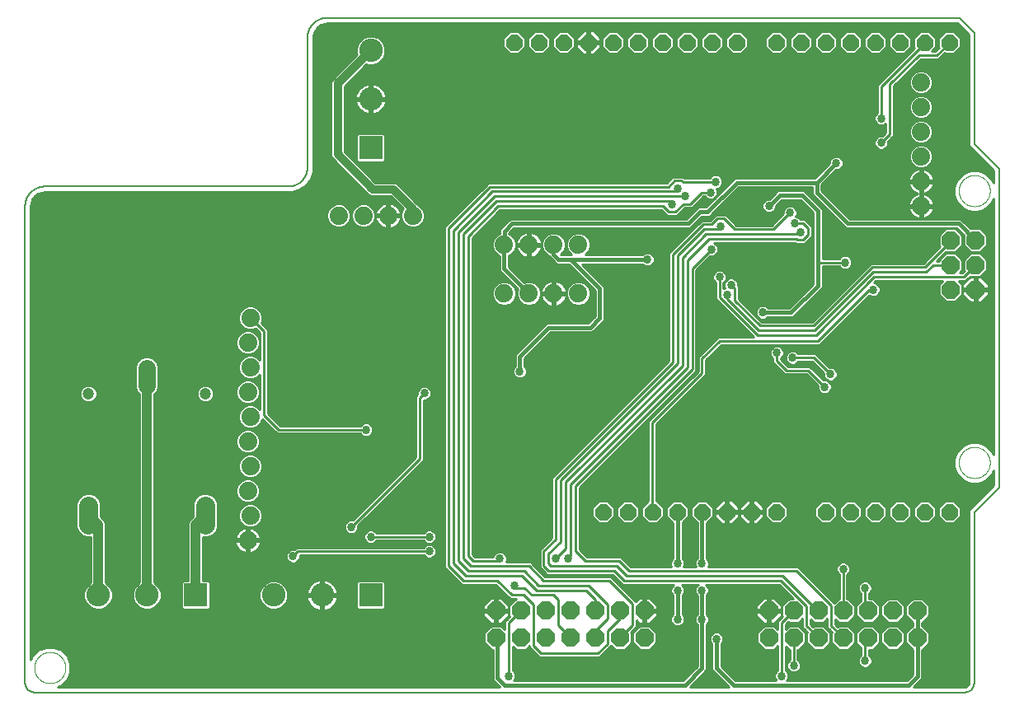
<source format=gbl>
G75*
%MOIN*%
%OFA0B0*%
%FSLAX25Y25*%
%IPPOS*%
%LPD*%
%AMOC8*
5,1,8,0,0,1.08239X$1,22.5*
%
%ADD10C,0.00591*%
%ADD11C,0.00000*%
%ADD12OC8,0.06600*%
%ADD13OC8,0.07400*%
%ADD14C,0.07400*%
%ADD15R,0.09500X0.09500*%
%ADD16C,0.09500*%
%ADD17C,0.07087*%
%ADD18C,0.04724*%
%ADD19C,0.07800*%
%ADD20C,0.01000*%
%ADD21C,0.03369*%
%ADD22C,0.01600*%
%ADD23C,0.03200*%
%ADD24C,0.04000*%
D10*
X0001500Y0005437D02*
X0001500Y0198350D01*
X0001502Y0198540D01*
X0001509Y0198730D01*
X0001521Y0198920D01*
X0001537Y0199110D01*
X0001557Y0199299D01*
X0001583Y0199488D01*
X0001612Y0199676D01*
X0001647Y0199863D01*
X0001686Y0200049D01*
X0001729Y0200234D01*
X0001777Y0200419D01*
X0001829Y0200602D01*
X0001885Y0200783D01*
X0001946Y0200963D01*
X0002012Y0201142D01*
X0002081Y0201319D01*
X0002155Y0201495D01*
X0002233Y0201668D01*
X0002316Y0201840D01*
X0002402Y0202009D01*
X0002492Y0202177D01*
X0002587Y0202342D01*
X0002685Y0202505D01*
X0002788Y0202665D01*
X0002894Y0202823D01*
X0003004Y0202978D01*
X0003117Y0203131D01*
X0003235Y0203281D01*
X0003356Y0203427D01*
X0003480Y0203571D01*
X0003608Y0203712D01*
X0003739Y0203850D01*
X0003874Y0203985D01*
X0004012Y0204116D01*
X0004153Y0204244D01*
X0004297Y0204368D01*
X0004443Y0204489D01*
X0004593Y0204607D01*
X0004746Y0204720D01*
X0004901Y0204830D01*
X0005059Y0204936D01*
X0005219Y0205039D01*
X0005382Y0205137D01*
X0005547Y0205232D01*
X0005715Y0205322D01*
X0005884Y0205408D01*
X0006056Y0205491D01*
X0006229Y0205569D01*
X0006405Y0205643D01*
X0006582Y0205712D01*
X0006761Y0205778D01*
X0006941Y0205839D01*
X0007122Y0205895D01*
X0007305Y0205947D01*
X0007490Y0205995D01*
X0007675Y0206038D01*
X0007861Y0206077D01*
X0008048Y0206112D01*
X0008236Y0206141D01*
X0008425Y0206167D01*
X0008614Y0206187D01*
X0008804Y0206203D01*
X0008994Y0206215D01*
X0009184Y0206222D01*
X0009374Y0206224D01*
X0107799Y0206224D01*
X0107989Y0206226D01*
X0108179Y0206233D01*
X0108369Y0206245D01*
X0108559Y0206261D01*
X0108748Y0206281D01*
X0108937Y0206307D01*
X0109125Y0206336D01*
X0109312Y0206371D01*
X0109498Y0206410D01*
X0109683Y0206453D01*
X0109868Y0206501D01*
X0110051Y0206553D01*
X0110232Y0206609D01*
X0110412Y0206670D01*
X0110591Y0206736D01*
X0110768Y0206805D01*
X0110944Y0206879D01*
X0111117Y0206957D01*
X0111289Y0207040D01*
X0111458Y0207126D01*
X0111626Y0207216D01*
X0111791Y0207311D01*
X0111954Y0207409D01*
X0112114Y0207512D01*
X0112272Y0207618D01*
X0112427Y0207728D01*
X0112580Y0207841D01*
X0112730Y0207959D01*
X0112876Y0208080D01*
X0113020Y0208204D01*
X0113161Y0208332D01*
X0113299Y0208463D01*
X0113434Y0208598D01*
X0113565Y0208736D01*
X0113693Y0208877D01*
X0113817Y0209021D01*
X0113938Y0209167D01*
X0114056Y0209317D01*
X0114169Y0209470D01*
X0114279Y0209625D01*
X0114385Y0209783D01*
X0114488Y0209943D01*
X0114586Y0210106D01*
X0114681Y0210271D01*
X0114771Y0210439D01*
X0114857Y0210608D01*
X0114940Y0210780D01*
X0115018Y0210953D01*
X0115092Y0211129D01*
X0115161Y0211306D01*
X0115227Y0211485D01*
X0115288Y0211665D01*
X0115344Y0211846D01*
X0115396Y0212029D01*
X0115444Y0212214D01*
X0115487Y0212399D01*
X0115526Y0212585D01*
X0115561Y0212772D01*
X0115590Y0212960D01*
X0115616Y0213149D01*
X0115636Y0213338D01*
X0115652Y0213528D01*
X0115664Y0213718D01*
X0115671Y0213908D01*
X0115673Y0214098D01*
X0115673Y0266618D01*
X0115675Y0266808D01*
X0115682Y0266998D01*
X0115694Y0267188D01*
X0115710Y0267378D01*
X0115730Y0267567D01*
X0115756Y0267756D01*
X0115785Y0267944D01*
X0115820Y0268131D01*
X0115859Y0268317D01*
X0115902Y0268502D01*
X0115950Y0268687D01*
X0116002Y0268870D01*
X0116058Y0269051D01*
X0116119Y0269231D01*
X0116185Y0269410D01*
X0116254Y0269587D01*
X0116328Y0269763D01*
X0116406Y0269936D01*
X0116489Y0270108D01*
X0116575Y0270277D01*
X0116665Y0270445D01*
X0116760Y0270610D01*
X0116858Y0270773D01*
X0116961Y0270933D01*
X0117067Y0271091D01*
X0117177Y0271246D01*
X0117290Y0271399D01*
X0117408Y0271549D01*
X0117529Y0271695D01*
X0117653Y0271839D01*
X0117781Y0271980D01*
X0117912Y0272118D01*
X0118047Y0272253D01*
X0118185Y0272384D01*
X0118326Y0272512D01*
X0118470Y0272636D01*
X0118616Y0272757D01*
X0118766Y0272875D01*
X0118919Y0272988D01*
X0119074Y0273098D01*
X0119232Y0273204D01*
X0119392Y0273307D01*
X0119555Y0273405D01*
X0119720Y0273500D01*
X0119888Y0273590D01*
X0120057Y0273676D01*
X0120229Y0273759D01*
X0120402Y0273837D01*
X0120578Y0273911D01*
X0120755Y0273980D01*
X0120934Y0274046D01*
X0121114Y0274107D01*
X0121295Y0274163D01*
X0121478Y0274215D01*
X0121663Y0274263D01*
X0121848Y0274306D01*
X0122034Y0274345D01*
X0122221Y0274380D01*
X0122409Y0274409D01*
X0122598Y0274435D01*
X0122787Y0274455D01*
X0122977Y0274471D01*
X0123167Y0274483D01*
X0123357Y0274490D01*
X0123547Y0274492D01*
X0379201Y0274492D01*
X0385201Y0268492D01*
X0385201Y0223492D01*
X0395201Y0213492D01*
X0395201Y0084492D01*
X0385201Y0074492D01*
X0385201Y0005437D01*
X0385199Y0005313D01*
X0385193Y0005190D01*
X0385184Y0005066D01*
X0385170Y0004944D01*
X0385153Y0004821D01*
X0385131Y0004699D01*
X0385106Y0004578D01*
X0385077Y0004458D01*
X0385045Y0004339D01*
X0385008Y0004220D01*
X0384968Y0004103D01*
X0384925Y0003988D01*
X0384877Y0003873D01*
X0384826Y0003761D01*
X0384772Y0003650D01*
X0384714Y0003540D01*
X0384653Y0003433D01*
X0384588Y0003327D01*
X0384520Y0003224D01*
X0384449Y0003123D01*
X0384375Y0003024D01*
X0384298Y0002927D01*
X0384217Y0002833D01*
X0384134Y0002742D01*
X0384048Y0002653D01*
X0383959Y0002567D01*
X0383868Y0002484D01*
X0383774Y0002403D01*
X0383677Y0002326D01*
X0383578Y0002252D01*
X0383477Y0002181D01*
X0383374Y0002113D01*
X0383268Y0002048D01*
X0383161Y0001987D01*
X0383051Y0001929D01*
X0382940Y0001875D01*
X0382828Y0001824D01*
X0382713Y0001776D01*
X0382598Y0001733D01*
X0382481Y0001693D01*
X0382362Y0001656D01*
X0382243Y0001624D01*
X0382123Y0001595D01*
X0382002Y0001570D01*
X0381880Y0001548D01*
X0381757Y0001531D01*
X0381635Y0001517D01*
X0381511Y0001508D01*
X0381388Y0001502D01*
X0381264Y0001500D01*
X0005437Y0001500D01*
X0005313Y0001502D01*
X0005190Y0001508D01*
X0005066Y0001517D01*
X0004944Y0001531D01*
X0004821Y0001548D01*
X0004699Y0001570D01*
X0004578Y0001595D01*
X0004458Y0001624D01*
X0004339Y0001656D01*
X0004220Y0001693D01*
X0004103Y0001733D01*
X0003988Y0001776D01*
X0003873Y0001824D01*
X0003761Y0001875D01*
X0003650Y0001929D01*
X0003540Y0001987D01*
X0003433Y0002048D01*
X0003327Y0002113D01*
X0003224Y0002181D01*
X0003123Y0002252D01*
X0003024Y0002326D01*
X0002927Y0002403D01*
X0002833Y0002484D01*
X0002742Y0002567D01*
X0002653Y0002653D01*
X0002567Y0002742D01*
X0002484Y0002833D01*
X0002403Y0002927D01*
X0002326Y0003024D01*
X0002252Y0003123D01*
X0002181Y0003224D01*
X0002113Y0003327D01*
X0002048Y0003433D01*
X0001987Y0003540D01*
X0001929Y0003650D01*
X0001875Y0003761D01*
X0001824Y0003873D01*
X0001776Y0003988D01*
X0001733Y0004103D01*
X0001693Y0004220D01*
X0001656Y0004339D01*
X0001624Y0004458D01*
X0001595Y0004578D01*
X0001570Y0004699D01*
X0001548Y0004821D01*
X0001531Y0004944D01*
X0001517Y0005066D01*
X0001508Y0005190D01*
X0001502Y0005313D01*
X0001500Y0005437D01*
D11*
X0005201Y0011500D02*
X0005203Y0011658D01*
X0005209Y0011816D01*
X0005219Y0011974D01*
X0005233Y0012132D01*
X0005251Y0012289D01*
X0005272Y0012446D01*
X0005298Y0012602D01*
X0005328Y0012758D01*
X0005361Y0012913D01*
X0005399Y0013066D01*
X0005440Y0013219D01*
X0005485Y0013371D01*
X0005534Y0013522D01*
X0005587Y0013671D01*
X0005643Y0013819D01*
X0005703Y0013965D01*
X0005767Y0014110D01*
X0005835Y0014253D01*
X0005906Y0014395D01*
X0005980Y0014535D01*
X0006058Y0014672D01*
X0006140Y0014808D01*
X0006224Y0014942D01*
X0006313Y0015073D01*
X0006404Y0015202D01*
X0006499Y0015329D01*
X0006596Y0015454D01*
X0006697Y0015576D01*
X0006801Y0015695D01*
X0006908Y0015812D01*
X0007018Y0015926D01*
X0007131Y0016037D01*
X0007246Y0016146D01*
X0007364Y0016251D01*
X0007485Y0016353D01*
X0007608Y0016453D01*
X0007734Y0016549D01*
X0007862Y0016642D01*
X0007992Y0016732D01*
X0008125Y0016818D01*
X0008260Y0016902D01*
X0008396Y0016981D01*
X0008535Y0017058D01*
X0008676Y0017130D01*
X0008818Y0017200D01*
X0008962Y0017265D01*
X0009108Y0017327D01*
X0009255Y0017385D01*
X0009404Y0017440D01*
X0009554Y0017491D01*
X0009705Y0017538D01*
X0009857Y0017581D01*
X0010010Y0017620D01*
X0010165Y0017656D01*
X0010320Y0017687D01*
X0010476Y0017715D01*
X0010632Y0017739D01*
X0010789Y0017759D01*
X0010947Y0017775D01*
X0011104Y0017787D01*
X0011263Y0017795D01*
X0011421Y0017799D01*
X0011579Y0017799D01*
X0011737Y0017795D01*
X0011896Y0017787D01*
X0012053Y0017775D01*
X0012211Y0017759D01*
X0012368Y0017739D01*
X0012524Y0017715D01*
X0012680Y0017687D01*
X0012835Y0017656D01*
X0012990Y0017620D01*
X0013143Y0017581D01*
X0013295Y0017538D01*
X0013446Y0017491D01*
X0013596Y0017440D01*
X0013745Y0017385D01*
X0013892Y0017327D01*
X0014038Y0017265D01*
X0014182Y0017200D01*
X0014324Y0017130D01*
X0014465Y0017058D01*
X0014604Y0016981D01*
X0014740Y0016902D01*
X0014875Y0016818D01*
X0015008Y0016732D01*
X0015138Y0016642D01*
X0015266Y0016549D01*
X0015392Y0016453D01*
X0015515Y0016353D01*
X0015636Y0016251D01*
X0015754Y0016146D01*
X0015869Y0016037D01*
X0015982Y0015926D01*
X0016092Y0015812D01*
X0016199Y0015695D01*
X0016303Y0015576D01*
X0016404Y0015454D01*
X0016501Y0015329D01*
X0016596Y0015202D01*
X0016687Y0015073D01*
X0016776Y0014942D01*
X0016860Y0014808D01*
X0016942Y0014672D01*
X0017020Y0014535D01*
X0017094Y0014395D01*
X0017165Y0014253D01*
X0017233Y0014110D01*
X0017297Y0013965D01*
X0017357Y0013819D01*
X0017413Y0013671D01*
X0017466Y0013522D01*
X0017515Y0013371D01*
X0017560Y0013219D01*
X0017601Y0013066D01*
X0017639Y0012913D01*
X0017672Y0012758D01*
X0017702Y0012602D01*
X0017728Y0012446D01*
X0017749Y0012289D01*
X0017767Y0012132D01*
X0017781Y0011974D01*
X0017791Y0011816D01*
X0017797Y0011658D01*
X0017799Y0011500D01*
X0017797Y0011342D01*
X0017791Y0011184D01*
X0017781Y0011026D01*
X0017767Y0010868D01*
X0017749Y0010711D01*
X0017728Y0010554D01*
X0017702Y0010398D01*
X0017672Y0010242D01*
X0017639Y0010087D01*
X0017601Y0009934D01*
X0017560Y0009781D01*
X0017515Y0009629D01*
X0017466Y0009478D01*
X0017413Y0009329D01*
X0017357Y0009181D01*
X0017297Y0009035D01*
X0017233Y0008890D01*
X0017165Y0008747D01*
X0017094Y0008605D01*
X0017020Y0008465D01*
X0016942Y0008328D01*
X0016860Y0008192D01*
X0016776Y0008058D01*
X0016687Y0007927D01*
X0016596Y0007798D01*
X0016501Y0007671D01*
X0016404Y0007546D01*
X0016303Y0007424D01*
X0016199Y0007305D01*
X0016092Y0007188D01*
X0015982Y0007074D01*
X0015869Y0006963D01*
X0015754Y0006854D01*
X0015636Y0006749D01*
X0015515Y0006647D01*
X0015392Y0006547D01*
X0015266Y0006451D01*
X0015138Y0006358D01*
X0015008Y0006268D01*
X0014875Y0006182D01*
X0014740Y0006098D01*
X0014604Y0006019D01*
X0014465Y0005942D01*
X0014324Y0005870D01*
X0014182Y0005800D01*
X0014038Y0005735D01*
X0013892Y0005673D01*
X0013745Y0005615D01*
X0013596Y0005560D01*
X0013446Y0005509D01*
X0013295Y0005462D01*
X0013143Y0005419D01*
X0012990Y0005380D01*
X0012835Y0005344D01*
X0012680Y0005313D01*
X0012524Y0005285D01*
X0012368Y0005261D01*
X0012211Y0005241D01*
X0012053Y0005225D01*
X0011896Y0005213D01*
X0011737Y0005205D01*
X0011579Y0005201D01*
X0011421Y0005201D01*
X0011263Y0005205D01*
X0011104Y0005213D01*
X0010947Y0005225D01*
X0010789Y0005241D01*
X0010632Y0005261D01*
X0010476Y0005285D01*
X0010320Y0005313D01*
X0010165Y0005344D01*
X0010010Y0005380D01*
X0009857Y0005419D01*
X0009705Y0005462D01*
X0009554Y0005509D01*
X0009404Y0005560D01*
X0009255Y0005615D01*
X0009108Y0005673D01*
X0008962Y0005735D01*
X0008818Y0005800D01*
X0008676Y0005870D01*
X0008535Y0005942D01*
X0008396Y0006019D01*
X0008260Y0006098D01*
X0008125Y0006182D01*
X0007992Y0006268D01*
X0007862Y0006358D01*
X0007734Y0006451D01*
X0007608Y0006547D01*
X0007485Y0006647D01*
X0007364Y0006749D01*
X0007246Y0006854D01*
X0007131Y0006963D01*
X0007018Y0007074D01*
X0006908Y0007188D01*
X0006801Y0007305D01*
X0006697Y0007424D01*
X0006596Y0007546D01*
X0006499Y0007671D01*
X0006404Y0007798D01*
X0006313Y0007927D01*
X0006224Y0008058D01*
X0006140Y0008192D01*
X0006058Y0008328D01*
X0005980Y0008465D01*
X0005906Y0008605D01*
X0005835Y0008747D01*
X0005767Y0008890D01*
X0005703Y0009035D01*
X0005643Y0009181D01*
X0005587Y0009329D01*
X0005534Y0009478D01*
X0005485Y0009629D01*
X0005440Y0009781D01*
X0005399Y0009934D01*
X0005361Y0010087D01*
X0005328Y0010242D01*
X0005298Y0010398D01*
X0005272Y0010554D01*
X0005251Y0010711D01*
X0005233Y0010868D01*
X0005219Y0011026D01*
X0005209Y0011184D01*
X0005203Y0011342D01*
X0005201Y0011500D01*
X0378981Y0094492D02*
X0378983Y0094650D01*
X0378989Y0094808D01*
X0378999Y0094966D01*
X0379013Y0095124D01*
X0379031Y0095281D01*
X0379052Y0095438D01*
X0379078Y0095594D01*
X0379108Y0095750D01*
X0379141Y0095905D01*
X0379179Y0096058D01*
X0379220Y0096211D01*
X0379265Y0096363D01*
X0379314Y0096514D01*
X0379367Y0096663D01*
X0379423Y0096811D01*
X0379483Y0096957D01*
X0379547Y0097102D01*
X0379615Y0097245D01*
X0379686Y0097387D01*
X0379760Y0097527D01*
X0379838Y0097664D01*
X0379920Y0097800D01*
X0380004Y0097934D01*
X0380093Y0098065D01*
X0380184Y0098194D01*
X0380279Y0098321D01*
X0380376Y0098446D01*
X0380477Y0098568D01*
X0380581Y0098687D01*
X0380688Y0098804D01*
X0380798Y0098918D01*
X0380911Y0099029D01*
X0381026Y0099138D01*
X0381144Y0099243D01*
X0381265Y0099345D01*
X0381388Y0099445D01*
X0381514Y0099541D01*
X0381642Y0099634D01*
X0381772Y0099724D01*
X0381905Y0099810D01*
X0382040Y0099894D01*
X0382176Y0099973D01*
X0382315Y0100050D01*
X0382456Y0100122D01*
X0382598Y0100192D01*
X0382742Y0100257D01*
X0382888Y0100319D01*
X0383035Y0100377D01*
X0383184Y0100432D01*
X0383334Y0100483D01*
X0383485Y0100530D01*
X0383637Y0100573D01*
X0383790Y0100612D01*
X0383945Y0100648D01*
X0384100Y0100679D01*
X0384256Y0100707D01*
X0384412Y0100731D01*
X0384569Y0100751D01*
X0384727Y0100767D01*
X0384884Y0100779D01*
X0385043Y0100787D01*
X0385201Y0100791D01*
X0385359Y0100791D01*
X0385517Y0100787D01*
X0385676Y0100779D01*
X0385833Y0100767D01*
X0385991Y0100751D01*
X0386148Y0100731D01*
X0386304Y0100707D01*
X0386460Y0100679D01*
X0386615Y0100648D01*
X0386770Y0100612D01*
X0386923Y0100573D01*
X0387075Y0100530D01*
X0387226Y0100483D01*
X0387376Y0100432D01*
X0387525Y0100377D01*
X0387672Y0100319D01*
X0387818Y0100257D01*
X0387962Y0100192D01*
X0388104Y0100122D01*
X0388245Y0100050D01*
X0388384Y0099973D01*
X0388520Y0099894D01*
X0388655Y0099810D01*
X0388788Y0099724D01*
X0388918Y0099634D01*
X0389046Y0099541D01*
X0389172Y0099445D01*
X0389295Y0099345D01*
X0389416Y0099243D01*
X0389534Y0099138D01*
X0389649Y0099029D01*
X0389762Y0098918D01*
X0389872Y0098804D01*
X0389979Y0098687D01*
X0390083Y0098568D01*
X0390184Y0098446D01*
X0390281Y0098321D01*
X0390376Y0098194D01*
X0390467Y0098065D01*
X0390556Y0097934D01*
X0390640Y0097800D01*
X0390722Y0097664D01*
X0390800Y0097527D01*
X0390874Y0097387D01*
X0390945Y0097245D01*
X0391013Y0097102D01*
X0391077Y0096957D01*
X0391137Y0096811D01*
X0391193Y0096663D01*
X0391246Y0096514D01*
X0391295Y0096363D01*
X0391340Y0096211D01*
X0391381Y0096058D01*
X0391419Y0095905D01*
X0391452Y0095750D01*
X0391482Y0095594D01*
X0391508Y0095438D01*
X0391529Y0095281D01*
X0391547Y0095124D01*
X0391561Y0094966D01*
X0391571Y0094808D01*
X0391577Y0094650D01*
X0391579Y0094492D01*
X0391577Y0094334D01*
X0391571Y0094176D01*
X0391561Y0094018D01*
X0391547Y0093860D01*
X0391529Y0093703D01*
X0391508Y0093546D01*
X0391482Y0093390D01*
X0391452Y0093234D01*
X0391419Y0093079D01*
X0391381Y0092926D01*
X0391340Y0092773D01*
X0391295Y0092621D01*
X0391246Y0092470D01*
X0391193Y0092321D01*
X0391137Y0092173D01*
X0391077Y0092027D01*
X0391013Y0091882D01*
X0390945Y0091739D01*
X0390874Y0091597D01*
X0390800Y0091457D01*
X0390722Y0091320D01*
X0390640Y0091184D01*
X0390556Y0091050D01*
X0390467Y0090919D01*
X0390376Y0090790D01*
X0390281Y0090663D01*
X0390184Y0090538D01*
X0390083Y0090416D01*
X0389979Y0090297D01*
X0389872Y0090180D01*
X0389762Y0090066D01*
X0389649Y0089955D01*
X0389534Y0089846D01*
X0389416Y0089741D01*
X0389295Y0089639D01*
X0389172Y0089539D01*
X0389046Y0089443D01*
X0388918Y0089350D01*
X0388788Y0089260D01*
X0388655Y0089174D01*
X0388520Y0089090D01*
X0388384Y0089011D01*
X0388245Y0088934D01*
X0388104Y0088862D01*
X0387962Y0088792D01*
X0387818Y0088727D01*
X0387672Y0088665D01*
X0387525Y0088607D01*
X0387376Y0088552D01*
X0387226Y0088501D01*
X0387075Y0088454D01*
X0386923Y0088411D01*
X0386770Y0088372D01*
X0386615Y0088336D01*
X0386460Y0088305D01*
X0386304Y0088277D01*
X0386148Y0088253D01*
X0385991Y0088233D01*
X0385833Y0088217D01*
X0385676Y0088205D01*
X0385517Y0088197D01*
X0385359Y0088193D01*
X0385201Y0088193D01*
X0385043Y0088197D01*
X0384884Y0088205D01*
X0384727Y0088217D01*
X0384569Y0088233D01*
X0384412Y0088253D01*
X0384256Y0088277D01*
X0384100Y0088305D01*
X0383945Y0088336D01*
X0383790Y0088372D01*
X0383637Y0088411D01*
X0383485Y0088454D01*
X0383334Y0088501D01*
X0383184Y0088552D01*
X0383035Y0088607D01*
X0382888Y0088665D01*
X0382742Y0088727D01*
X0382598Y0088792D01*
X0382456Y0088862D01*
X0382315Y0088934D01*
X0382176Y0089011D01*
X0382040Y0089090D01*
X0381905Y0089174D01*
X0381772Y0089260D01*
X0381642Y0089350D01*
X0381514Y0089443D01*
X0381388Y0089539D01*
X0381265Y0089639D01*
X0381144Y0089741D01*
X0381026Y0089846D01*
X0380911Y0089955D01*
X0380798Y0090066D01*
X0380688Y0090180D01*
X0380581Y0090297D01*
X0380477Y0090416D01*
X0380376Y0090538D01*
X0380279Y0090663D01*
X0380184Y0090790D01*
X0380093Y0090919D01*
X0380004Y0091050D01*
X0379920Y0091184D01*
X0379838Y0091320D01*
X0379760Y0091457D01*
X0379686Y0091597D01*
X0379615Y0091739D01*
X0379547Y0091882D01*
X0379483Y0092027D01*
X0379423Y0092173D01*
X0379367Y0092321D01*
X0379314Y0092470D01*
X0379265Y0092621D01*
X0379220Y0092773D01*
X0379179Y0092926D01*
X0379141Y0093079D01*
X0379108Y0093234D01*
X0379078Y0093390D01*
X0379052Y0093546D01*
X0379031Y0093703D01*
X0379013Y0093860D01*
X0378999Y0094018D01*
X0378989Y0094176D01*
X0378983Y0094334D01*
X0378981Y0094492D01*
X0378981Y0204492D02*
X0378983Y0204650D01*
X0378989Y0204808D01*
X0378999Y0204966D01*
X0379013Y0205124D01*
X0379031Y0205281D01*
X0379052Y0205438D01*
X0379078Y0205594D01*
X0379108Y0205750D01*
X0379141Y0205905D01*
X0379179Y0206058D01*
X0379220Y0206211D01*
X0379265Y0206363D01*
X0379314Y0206514D01*
X0379367Y0206663D01*
X0379423Y0206811D01*
X0379483Y0206957D01*
X0379547Y0207102D01*
X0379615Y0207245D01*
X0379686Y0207387D01*
X0379760Y0207527D01*
X0379838Y0207664D01*
X0379920Y0207800D01*
X0380004Y0207934D01*
X0380093Y0208065D01*
X0380184Y0208194D01*
X0380279Y0208321D01*
X0380376Y0208446D01*
X0380477Y0208568D01*
X0380581Y0208687D01*
X0380688Y0208804D01*
X0380798Y0208918D01*
X0380911Y0209029D01*
X0381026Y0209138D01*
X0381144Y0209243D01*
X0381265Y0209345D01*
X0381388Y0209445D01*
X0381514Y0209541D01*
X0381642Y0209634D01*
X0381772Y0209724D01*
X0381905Y0209810D01*
X0382040Y0209894D01*
X0382176Y0209973D01*
X0382315Y0210050D01*
X0382456Y0210122D01*
X0382598Y0210192D01*
X0382742Y0210257D01*
X0382888Y0210319D01*
X0383035Y0210377D01*
X0383184Y0210432D01*
X0383334Y0210483D01*
X0383485Y0210530D01*
X0383637Y0210573D01*
X0383790Y0210612D01*
X0383945Y0210648D01*
X0384100Y0210679D01*
X0384256Y0210707D01*
X0384412Y0210731D01*
X0384569Y0210751D01*
X0384727Y0210767D01*
X0384884Y0210779D01*
X0385043Y0210787D01*
X0385201Y0210791D01*
X0385359Y0210791D01*
X0385517Y0210787D01*
X0385676Y0210779D01*
X0385833Y0210767D01*
X0385991Y0210751D01*
X0386148Y0210731D01*
X0386304Y0210707D01*
X0386460Y0210679D01*
X0386615Y0210648D01*
X0386770Y0210612D01*
X0386923Y0210573D01*
X0387075Y0210530D01*
X0387226Y0210483D01*
X0387376Y0210432D01*
X0387525Y0210377D01*
X0387672Y0210319D01*
X0387818Y0210257D01*
X0387962Y0210192D01*
X0388104Y0210122D01*
X0388245Y0210050D01*
X0388384Y0209973D01*
X0388520Y0209894D01*
X0388655Y0209810D01*
X0388788Y0209724D01*
X0388918Y0209634D01*
X0389046Y0209541D01*
X0389172Y0209445D01*
X0389295Y0209345D01*
X0389416Y0209243D01*
X0389534Y0209138D01*
X0389649Y0209029D01*
X0389762Y0208918D01*
X0389872Y0208804D01*
X0389979Y0208687D01*
X0390083Y0208568D01*
X0390184Y0208446D01*
X0390281Y0208321D01*
X0390376Y0208194D01*
X0390467Y0208065D01*
X0390556Y0207934D01*
X0390640Y0207800D01*
X0390722Y0207664D01*
X0390800Y0207527D01*
X0390874Y0207387D01*
X0390945Y0207245D01*
X0391013Y0207102D01*
X0391077Y0206957D01*
X0391137Y0206811D01*
X0391193Y0206663D01*
X0391246Y0206514D01*
X0391295Y0206363D01*
X0391340Y0206211D01*
X0391381Y0206058D01*
X0391419Y0205905D01*
X0391452Y0205750D01*
X0391482Y0205594D01*
X0391508Y0205438D01*
X0391529Y0205281D01*
X0391547Y0205124D01*
X0391561Y0204966D01*
X0391571Y0204808D01*
X0391577Y0204650D01*
X0391579Y0204492D01*
X0391577Y0204334D01*
X0391571Y0204176D01*
X0391561Y0204018D01*
X0391547Y0203860D01*
X0391529Y0203703D01*
X0391508Y0203546D01*
X0391482Y0203390D01*
X0391452Y0203234D01*
X0391419Y0203079D01*
X0391381Y0202926D01*
X0391340Y0202773D01*
X0391295Y0202621D01*
X0391246Y0202470D01*
X0391193Y0202321D01*
X0391137Y0202173D01*
X0391077Y0202027D01*
X0391013Y0201882D01*
X0390945Y0201739D01*
X0390874Y0201597D01*
X0390800Y0201457D01*
X0390722Y0201320D01*
X0390640Y0201184D01*
X0390556Y0201050D01*
X0390467Y0200919D01*
X0390376Y0200790D01*
X0390281Y0200663D01*
X0390184Y0200538D01*
X0390083Y0200416D01*
X0389979Y0200297D01*
X0389872Y0200180D01*
X0389762Y0200066D01*
X0389649Y0199955D01*
X0389534Y0199846D01*
X0389416Y0199741D01*
X0389295Y0199639D01*
X0389172Y0199539D01*
X0389046Y0199443D01*
X0388918Y0199350D01*
X0388788Y0199260D01*
X0388655Y0199174D01*
X0388520Y0199090D01*
X0388384Y0199011D01*
X0388245Y0198934D01*
X0388104Y0198862D01*
X0387962Y0198792D01*
X0387818Y0198727D01*
X0387672Y0198665D01*
X0387525Y0198607D01*
X0387376Y0198552D01*
X0387226Y0198501D01*
X0387075Y0198454D01*
X0386923Y0198411D01*
X0386770Y0198372D01*
X0386615Y0198336D01*
X0386460Y0198305D01*
X0386304Y0198277D01*
X0386148Y0198253D01*
X0385991Y0198233D01*
X0385833Y0198217D01*
X0385676Y0198205D01*
X0385517Y0198197D01*
X0385359Y0198193D01*
X0385201Y0198193D01*
X0385043Y0198197D01*
X0384884Y0198205D01*
X0384727Y0198217D01*
X0384569Y0198233D01*
X0384412Y0198253D01*
X0384256Y0198277D01*
X0384100Y0198305D01*
X0383945Y0198336D01*
X0383790Y0198372D01*
X0383637Y0198411D01*
X0383485Y0198454D01*
X0383334Y0198501D01*
X0383184Y0198552D01*
X0383035Y0198607D01*
X0382888Y0198665D01*
X0382742Y0198727D01*
X0382598Y0198792D01*
X0382456Y0198862D01*
X0382315Y0198934D01*
X0382176Y0199011D01*
X0382040Y0199090D01*
X0381905Y0199174D01*
X0381772Y0199260D01*
X0381642Y0199350D01*
X0381514Y0199443D01*
X0381388Y0199539D01*
X0381265Y0199639D01*
X0381144Y0199741D01*
X0381026Y0199846D01*
X0380911Y0199955D01*
X0380798Y0200066D01*
X0380688Y0200180D01*
X0380581Y0200297D01*
X0380477Y0200416D01*
X0380376Y0200538D01*
X0380279Y0200663D01*
X0380184Y0200790D01*
X0380093Y0200919D01*
X0380004Y0201050D01*
X0379920Y0201184D01*
X0379838Y0201320D01*
X0379760Y0201457D01*
X0379686Y0201597D01*
X0379615Y0201739D01*
X0379547Y0201882D01*
X0379483Y0202027D01*
X0379423Y0202173D01*
X0379367Y0202321D01*
X0379314Y0202470D01*
X0379265Y0202621D01*
X0379220Y0202773D01*
X0379179Y0202926D01*
X0379141Y0203079D01*
X0379108Y0203234D01*
X0379078Y0203390D01*
X0379052Y0203546D01*
X0379031Y0203703D01*
X0379013Y0203860D01*
X0378999Y0204018D01*
X0378989Y0204176D01*
X0378983Y0204334D01*
X0378981Y0204492D01*
D12*
X0375201Y0264492D03*
X0365201Y0264492D03*
X0355201Y0264492D03*
X0345201Y0264492D03*
X0335201Y0264492D03*
X0325201Y0264492D03*
X0315201Y0264492D03*
X0305201Y0264492D03*
X0289201Y0264492D03*
X0279201Y0264492D03*
X0269201Y0264492D03*
X0259201Y0264492D03*
X0249201Y0264492D03*
X0239201Y0264492D03*
X0229201Y0264492D03*
X0219201Y0264492D03*
X0209201Y0264492D03*
X0199201Y0264492D03*
X0235201Y0074492D03*
X0245201Y0074492D03*
X0255201Y0074492D03*
X0265201Y0074492D03*
X0275201Y0074492D03*
X0285201Y0074492D03*
X0295201Y0074492D03*
X0305201Y0074492D03*
X0325201Y0074492D03*
X0335201Y0074492D03*
X0345201Y0074492D03*
X0355201Y0074492D03*
X0365201Y0074492D03*
X0375201Y0074492D03*
D13*
X0362209Y0034559D03*
X0352209Y0034559D03*
X0342209Y0034559D03*
X0332209Y0034559D03*
X0322209Y0034559D03*
X0312209Y0034559D03*
X0302209Y0034559D03*
X0302209Y0023559D03*
X0312209Y0023559D03*
X0322209Y0023559D03*
X0332209Y0023559D03*
X0342209Y0023559D03*
X0352209Y0023559D03*
X0362209Y0023559D03*
X0251972Y0023559D03*
X0241972Y0023559D03*
X0231972Y0023559D03*
X0221972Y0023559D03*
X0211972Y0023559D03*
X0201972Y0023559D03*
X0191972Y0023559D03*
X0191972Y0034559D03*
X0201972Y0034559D03*
X0211972Y0034559D03*
X0221972Y0034559D03*
X0231972Y0034559D03*
X0241972Y0034559D03*
X0251972Y0034559D03*
X0375701Y0164492D03*
X0385701Y0164492D03*
X0385701Y0174492D03*
X0375701Y0174492D03*
X0375701Y0184492D03*
X0385701Y0184492D03*
D14*
X0363705Y0198350D03*
X0363705Y0208350D03*
X0363705Y0218350D03*
X0363705Y0228350D03*
X0363705Y0238350D03*
X0363705Y0248350D03*
X0225161Y0182602D03*
X0215161Y0182602D03*
X0205161Y0182602D03*
X0195161Y0182602D03*
X0195161Y0162917D03*
X0205161Y0162917D03*
X0215161Y0162917D03*
X0225161Y0162917D03*
X0158232Y0194413D03*
X0148232Y0194413D03*
X0138232Y0194413D03*
X0128232Y0194413D03*
X0092551Y0153075D03*
X0091551Y0143075D03*
X0092551Y0133075D03*
X0091551Y0123075D03*
X0092551Y0113075D03*
X0091551Y0103075D03*
X0092551Y0093075D03*
X0091551Y0083075D03*
X0092551Y0073075D03*
X0091551Y0063075D03*
D15*
X0070398Y0040870D03*
X0141264Y0040870D03*
X0141264Y0221972D03*
D16*
X0141264Y0241657D03*
X0141264Y0261343D03*
X0121579Y0040870D03*
X0101894Y0040870D03*
X0050713Y0040870D03*
X0031028Y0040870D03*
D17*
X0050713Y0125713D02*
X0050713Y0132799D01*
D18*
X0074335Y0122366D03*
X0027091Y0122366D03*
D19*
X0027091Y0077054D02*
X0027091Y0069254D01*
X0074335Y0069254D02*
X0074335Y0077054D01*
D20*
X0078077Y0080382D02*
X0087471Y0080382D01*
X0087482Y0080356D02*
X0088832Y0079006D01*
X0090596Y0078275D01*
X0092506Y0078275D01*
X0094270Y0079006D01*
X0095620Y0080356D01*
X0096351Y0082120D01*
X0096351Y0084030D01*
X0095620Y0085794D01*
X0094270Y0087144D01*
X0092506Y0087875D01*
X0090596Y0087875D01*
X0088832Y0087144D01*
X0087482Y0085794D01*
X0086751Y0084030D01*
X0086751Y0082120D01*
X0087482Y0080356D01*
X0087057Y0081381D02*
X0076953Y0081381D01*
X0077167Y0081292D02*
X0075329Y0082054D01*
X0073340Y0082054D01*
X0071502Y0081292D01*
X0070096Y0079886D01*
X0069335Y0078048D01*
X0069335Y0072538D01*
X0067770Y0070973D01*
X0067298Y0069833D01*
X0067298Y0046720D01*
X0065192Y0046720D01*
X0064548Y0046076D01*
X0064548Y0035664D01*
X0065192Y0035020D01*
X0075603Y0035020D01*
X0076248Y0035664D01*
X0076248Y0046076D01*
X0075603Y0046720D01*
X0073498Y0046720D01*
X0073498Y0064254D01*
X0075329Y0064254D01*
X0077167Y0065015D01*
X0078573Y0066421D01*
X0079335Y0068259D01*
X0079335Y0078048D01*
X0078573Y0079886D01*
X0077167Y0081292D01*
X0078781Y0079384D02*
X0088454Y0079384D01*
X0090329Y0078385D02*
X0079195Y0078385D01*
X0079335Y0077387D02*
X0090418Y0077387D01*
X0089832Y0077144D02*
X0088482Y0075794D01*
X0087751Y0074030D01*
X0087751Y0072120D01*
X0088482Y0070356D01*
X0089832Y0069006D01*
X0091596Y0068275D01*
X0093506Y0068275D01*
X0095270Y0069006D01*
X0096620Y0070356D01*
X0097351Y0072120D01*
X0097351Y0074030D01*
X0096620Y0075794D01*
X0095270Y0077144D01*
X0093506Y0077875D01*
X0091596Y0077875D01*
X0089832Y0077144D01*
X0089077Y0076388D02*
X0079335Y0076388D01*
X0079335Y0075390D02*
X0088315Y0075390D01*
X0087901Y0074391D02*
X0079335Y0074391D01*
X0079335Y0073393D02*
X0087751Y0073393D01*
X0087751Y0072394D02*
X0079335Y0072394D01*
X0079335Y0071396D02*
X0088051Y0071396D01*
X0088465Y0070397D02*
X0079335Y0070397D01*
X0079335Y0069399D02*
X0089439Y0069399D01*
X0089555Y0067894D02*
X0090334Y0068147D01*
X0091051Y0068260D01*
X0091051Y0063575D01*
X0092051Y0063575D01*
X0092051Y0068260D01*
X0092769Y0068147D01*
X0093547Y0067894D01*
X0094277Y0067522D01*
X0094939Y0067041D01*
X0095518Y0066462D01*
X0095999Y0065800D01*
X0096370Y0065071D01*
X0096623Y0064292D01*
X0096737Y0063575D01*
X0092051Y0063575D01*
X0092051Y0062575D01*
X0096737Y0062575D01*
X0096623Y0061857D01*
X0096370Y0061079D01*
X0095999Y0060349D01*
X0095518Y0059687D01*
X0094939Y0059108D01*
X0094277Y0058627D01*
X0093547Y0058256D01*
X0092769Y0058003D01*
X0092051Y0057889D01*
X0092051Y0062575D01*
X0091051Y0062575D01*
X0086366Y0062575D01*
X0086479Y0061857D01*
X0086732Y0061079D01*
X0087104Y0060349D01*
X0087585Y0059687D01*
X0088164Y0059108D01*
X0088826Y0058627D01*
X0089555Y0058256D01*
X0090334Y0058003D01*
X0091051Y0057889D01*
X0091051Y0062575D01*
X0091051Y0063575D01*
X0086366Y0063575D01*
X0086479Y0064292D01*
X0086732Y0065071D01*
X0087104Y0065800D01*
X0087585Y0066462D01*
X0088164Y0067041D01*
X0088826Y0067522D01*
X0089555Y0067894D01*
X0088660Y0067402D02*
X0078980Y0067402D01*
X0079335Y0068400D02*
X0091294Y0068400D01*
X0091051Y0067402D02*
X0092051Y0067402D01*
X0092051Y0066403D02*
X0091051Y0066403D01*
X0091051Y0065405D02*
X0092051Y0065405D01*
X0092051Y0064406D02*
X0091051Y0064406D01*
X0091051Y0063408D02*
X0073498Y0063408D01*
X0073498Y0062409D02*
X0086392Y0062409D01*
X0086624Y0061411D02*
X0073498Y0061411D01*
X0073498Y0060412D02*
X0087072Y0060412D01*
X0087858Y0059414D02*
X0073498Y0059414D01*
X0073498Y0058415D02*
X0089242Y0058415D01*
X0091051Y0058415D02*
X0092051Y0058415D01*
X0092051Y0059414D02*
X0091051Y0059414D01*
X0091051Y0060412D02*
X0092051Y0060412D01*
X0092051Y0061411D02*
X0091051Y0061411D01*
X0091051Y0062409D02*
X0092051Y0062409D01*
X0092051Y0063408D02*
X0138699Y0063408D01*
X0138903Y0062915D02*
X0138480Y0063938D01*
X0138480Y0065046D01*
X0138903Y0066069D01*
X0139687Y0066852D01*
X0140710Y0067276D01*
X0141818Y0067276D01*
X0142841Y0066852D01*
X0143601Y0066092D01*
X0162548Y0066092D01*
X0163309Y0066852D01*
X0164332Y0067276D01*
X0165440Y0067276D01*
X0166463Y0066852D01*
X0167246Y0066069D01*
X0167670Y0065046D01*
X0167670Y0063938D01*
X0167246Y0062915D01*
X0166463Y0062132D01*
X0165440Y0061708D01*
X0164332Y0061708D01*
X0163309Y0062132D01*
X0162548Y0062892D01*
X0143601Y0062892D01*
X0142841Y0062132D01*
X0141818Y0061708D01*
X0140710Y0061708D01*
X0139687Y0062132D01*
X0138903Y0062915D01*
X0139409Y0062409D02*
X0096711Y0062409D01*
X0096478Y0061411D02*
X0171160Y0061411D01*
X0171160Y0062409D02*
X0166740Y0062409D01*
X0167450Y0063408D02*
X0171160Y0063408D01*
X0171160Y0064406D02*
X0167670Y0064406D01*
X0167521Y0065405D02*
X0171160Y0065405D01*
X0171160Y0066403D02*
X0166912Y0066403D01*
X0164886Y0064492D02*
X0141264Y0064492D01*
X0143290Y0066403D02*
X0162859Y0066403D01*
X0163031Y0062409D02*
X0143118Y0062409D01*
X0139237Y0066403D02*
X0135301Y0066403D01*
X0134967Y0066069D02*
X0135750Y0066852D01*
X0136174Y0067875D01*
X0136174Y0068951D01*
X0161612Y0094388D01*
X0162549Y0095325D01*
X0162549Y0119779D01*
X0163471Y0119779D01*
X0164494Y0120203D01*
X0165278Y0120986D01*
X0165702Y0122009D01*
X0165702Y0123117D01*
X0165278Y0124140D01*
X0164494Y0124923D01*
X0163471Y0125347D01*
X0162363Y0125347D01*
X0161340Y0124923D01*
X0160557Y0124140D01*
X0160133Y0123117D01*
X0160133Y0122041D01*
X0159349Y0121257D01*
X0159349Y0096651D01*
X0133911Y0071213D01*
X0132836Y0071213D01*
X0131813Y0070789D01*
X0131029Y0070006D01*
X0130606Y0068983D01*
X0130606Y0067875D01*
X0131029Y0066852D01*
X0131813Y0066069D01*
X0132836Y0065645D01*
X0133944Y0065645D01*
X0134967Y0066069D01*
X0135978Y0067402D02*
X0171160Y0067402D01*
X0171160Y0068400D02*
X0136174Y0068400D01*
X0136622Y0069399D02*
X0171160Y0069399D01*
X0171160Y0070397D02*
X0137621Y0070397D01*
X0138619Y0071396D02*
X0171160Y0071396D01*
X0171160Y0072394D02*
X0139618Y0072394D01*
X0140616Y0073393D02*
X0171160Y0073393D01*
X0171160Y0074391D02*
X0141615Y0074391D01*
X0142613Y0075390D02*
X0171160Y0075390D01*
X0171160Y0076388D02*
X0143612Y0076388D01*
X0144610Y0077387D02*
X0171160Y0077387D01*
X0171160Y0078385D02*
X0145609Y0078385D01*
X0146607Y0079384D02*
X0171160Y0079384D01*
X0171160Y0080382D02*
X0147606Y0080382D01*
X0148604Y0081381D02*
X0171160Y0081381D01*
X0171160Y0082379D02*
X0149603Y0082379D01*
X0150601Y0083378D02*
X0171160Y0083378D01*
X0171160Y0084376D02*
X0151600Y0084376D01*
X0152598Y0085375D02*
X0171160Y0085375D01*
X0171160Y0086373D02*
X0153597Y0086373D01*
X0154595Y0087372D02*
X0171160Y0087372D01*
X0171160Y0088370D02*
X0155594Y0088370D01*
X0156592Y0089369D02*
X0171160Y0089369D01*
X0171160Y0090368D02*
X0157591Y0090368D01*
X0158589Y0091366D02*
X0171160Y0091366D01*
X0171160Y0092365D02*
X0159588Y0092365D01*
X0160586Y0093363D02*
X0171160Y0093363D01*
X0171160Y0094362D02*
X0161585Y0094362D01*
X0162549Y0095360D02*
X0171160Y0095360D01*
X0171160Y0096359D02*
X0162549Y0096359D01*
X0162549Y0097357D02*
X0171160Y0097357D01*
X0171160Y0098356D02*
X0162549Y0098356D01*
X0162549Y0099354D02*
X0171160Y0099354D01*
X0171160Y0100353D02*
X0162549Y0100353D01*
X0162549Y0101351D02*
X0171160Y0101351D01*
X0171160Y0102350D02*
X0162549Y0102350D01*
X0162549Y0103348D02*
X0171160Y0103348D01*
X0171160Y0104347D02*
X0162549Y0104347D01*
X0162549Y0105345D02*
X0171160Y0105345D01*
X0171160Y0106344D02*
X0162549Y0106344D01*
X0162549Y0107342D02*
X0171160Y0107342D01*
X0171160Y0108341D02*
X0162549Y0108341D01*
X0162549Y0109339D02*
X0171160Y0109339D01*
X0171160Y0110338D02*
X0162549Y0110338D01*
X0162549Y0111336D02*
X0171160Y0111336D01*
X0171160Y0112335D02*
X0162549Y0112335D01*
X0162549Y0113333D02*
X0171160Y0113333D01*
X0171160Y0114332D02*
X0162549Y0114332D01*
X0162549Y0115330D02*
X0171160Y0115330D01*
X0171160Y0116329D02*
X0162549Y0116329D01*
X0162549Y0117327D02*
X0171160Y0117327D01*
X0171160Y0118326D02*
X0162549Y0118326D01*
X0162549Y0119324D02*
X0171160Y0119324D01*
X0171160Y0120323D02*
X0164615Y0120323D01*
X0165417Y0121321D02*
X0171160Y0121321D01*
X0171160Y0122320D02*
X0165702Y0122320D01*
X0165618Y0123318D02*
X0171160Y0123318D01*
X0171160Y0124317D02*
X0165101Y0124317D01*
X0163548Y0125315D02*
X0171160Y0125315D01*
X0171160Y0126314D02*
X0099557Y0126314D01*
X0099557Y0127312D02*
X0171160Y0127312D01*
X0171160Y0128311D02*
X0099557Y0128311D01*
X0099557Y0129309D02*
X0171160Y0129309D01*
X0171160Y0130308D02*
X0099557Y0130308D01*
X0099557Y0131306D02*
X0171160Y0131306D01*
X0171160Y0132305D02*
X0099557Y0132305D01*
X0099557Y0133303D02*
X0171160Y0133303D01*
X0171160Y0134302D02*
X0099557Y0134302D01*
X0099557Y0135301D02*
X0171160Y0135301D01*
X0171160Y0136299D02*
X0099557Y0136299D01*
X0099557Y0137298D02*
X0171160Y0137298D01*
X0171160Y0138296D02*
X0099557Y0138296D01*
X0099557Y0139295D02*
X0171160Y0139295D01*
X0171160Y0140293D02*
X0099557Y0140293D01*
X0099557Y0141292D02*
X0171160Y0141292D01*
X0171160Y0142290D02*
X0099557Y0142290D01*
X0099557Y0143289D02*
X0171160Y0143289D01*
X0171160Y0144287D02*
X0099557Y0144287D01*
X0099557Y0145286D02*
X0171160Y0145286D01*
X0171160Y0146284D02*
X0099557Y0146284D01*
X0099557Y0147283D02*
X0171160Y0147283D01*
X0171160Y0148281D02*
X0099557Y0148281D01*
X0099557Y0148332D02*
X0096888Y0151001D01*
X0097351Y0152120D01*
X0097351Y0154030D01*
X0096620Y0155794D01*
X0095270Y0157144D01*
X0093506Y0157875D01*
X0091596Y0157875D01*
X0089832Y0157144D01*
X0088482Y0155794D01*
X0087751Y0154030D01*
X0087751Y0152120D01*
X0088482Y0150356D01*
X0089832Y0149006D01*
X0091596Y0148275D01*
X0093506Y0148275D01*
X0094625Y0148738D01*
X0096357Y0147007D01*
X0096357Y0136057D01*
X0095270Y0137144D01*
X0093506Y0137875D01*
X0091596Y0137875D01*
X0089832Y0137144D01*
X0088482Y0135794D01*
X0087751Y0134030D01*
X0087751Y0132120D01*
X0088482Y0130356D01*
X0089832Y0129006D01*
X0091596Y0128275D01*
X0093506Y0128275D01*
X0095270Y0129006D01*
X0096357Y0130092D01*
X0096357Y0116057D01*
X0095270Y0117144D01*
X0093506Y0117875D01*
X0091596Y0117875D01*
X0089832Y0117144D01*
X0088482Y0115794D01*
X0087751Y0114030D01*
X0087751Y0112120D01*
X0088482Y0110356D01*
X0089832Y0109006D01*
X0091596Y0108275D01*
X0093506Y0108275D01*
X0095270Y0109006D01*
X0096620Y0110356D01*
X0097330Y0112069D01*
X0103199Y0106199D01*
X0136958Y0106199D01*
X0137718Y0105439D01*
X0138741Y0105015D01*
X0139849Y0105015D01*
X0140872Y0105439D01*
X0141656Y0106222D01*
X0142080Y0107245D01*
X0142080Y0108353D01*
X0141656Y0109376D01*
X0140872Y0110160D01*
X0139849Y0110583D01*
X0138741Y0110583D01*
X0137718Y0110160D01*
X0136958Y0109399D01*
X0104525Y0109399D01*
X0099557Y0114367D01*
X0099557Y0148332D01*
X0098609Y0149280D02*
X0171160Y0149280D01*
X0171160Y0150278D02*
X0097611Y0150278D01*
X0097002Y0151277D02*
X0171160Y0151277D01*
X0171160Y0152275D02*
X0097351Y0152275D01*
X0097351Y0153274D02*
X0171160Y0153274D01*
X0171160Y0154272D02*
X0097251Y0154272D01*
X0096837Y0155271D02*
X0171160Y0155271D01*
X0171160Y0156269D02*
X0096145Y0156269D01*
X0094971Y0157268D02*
X0171160Y0157268D01*
X0171160Y0158266D02*
X0003795Y0158266D01*
X0003795Y0157268D02*
X0090131Y0157268D01*
X0088957Y0156269D02*
X0003795Y0156269D01*
X0003795Y0155271D02*
X0088265Y0155271D01*
X0087852Y0154272D02*
X0003795Y0154272D01*
X0003795Y0153274D02*
X0087751Y0153274D01*
X0087751Y0152275D02*
X0003795Y0152275D01*
X0003795Y0151277D02*
X0088100Y0151277D01*
X0088560Y0150278D02*
X0003795Y0150278D01*
X0003795Y0149280D02*
X0089558Y0149280D01*
X0090596Y0147875D02*
X0088832Y0147144D01*
X0087482Y0145794D01*
X0086751Y0144030D01*
X0086751Y0142120D01*
X0087482Y0140356D01*
X0088832Y0139006D01*
X0090596Y0138275D01*
X0092506Y0138275D01*
X0094270Y0139006D01*
X0095620Y0140356D01*
X0096351Y0142120D01*
X0096351Y0144030D01*
X0095620Y0145794D01*
X0094270Y0147144D01*
X0092506Y0147875D01*
X0090596Y0147875D01*
X0091581Y0148281D02*
X0003795Y0148281D01*
X0003795Y0147283D02*
X0089167Y0147283D01*
X0087972Y0146284D02*
X0003795Y0146284D01*
X0003795Y0145286D02*
X0087271Y0145286D01*
X0086858Y0144287D02*
X0003795Y0144287D01*
X0003795Y0143289D02*
X0086751Y0143289D01*
X0086751Y0142290D02*
X0003795Y0142290D01*
X0003795Y0141292D02*
X0087094Y0141292D01*
X0087545Y0140293D02*
X0003795Y0140293D01*
X0003795Y0139295D02*
X0088543Y0139295D01*
X0090545Y0138296D02*
X0003795Y0138296D01*
X0003795Y0137298D02*
X0049439Y0137298D01*
X0049789Y0137443D02*
X0048082Y0136736D01*
X0046776Y0135429D01*
X0046069Y0133723D01*
X0046069Y0124789D01*
X0046776Y0123082D01*
X0047613Y0122246D01*
X0047613Y0045918D01*
X0047399Y0045829D01*
X0045753Y0044184D01*
X0044863Y0042034D01*
X0044863Y0039706D01*
X0045753Y0037556D01*
X0047399Y0035911D01*
X0049549Y0035020D01*
X0051876Y0035020D01*
X0054026Y0035911D01*
X0055672Y0037556D01*
X0056563Y0039706D01*
X0056563Y0042034D01*
X0055672Y0044184D01*
X0054026Y0045829D01*
X0053813Y0045918D01*
X0053813Y0122246D01*
X0054649Y0123082D01*
X0055356Y0124789D01*
X0055356Y0133723D01*
X0054649Y0135429D01*
X0053343Y0136736D01*
X0051636Y0137443D01*
X0049789Y0137443D01*
X0051986Y0137298D02*
X0090203Y0137298D01*
X0088987Y0136299D02*
X0053779Y0136299D01*
X0054702Y0135301D02*
X0088278Y0135301D01*
X0087864Y0134302D02*
X0055116Y0134302D01*
X0055356Y0133303D02*
X0087751Y0133303D01*
X0087751Y0132305D02*
X0055356Y0132305D01*
X0055356Y0131306D02*
X0088088Y0131306D01*
X0088530Y0130308D02*
X0055356Y0130308D01*
X0055356Y0129309D02*
X0089528Y0129309D01*
X0090596Y0127875D02*
X0088832Y0127144D01*
X0087482Y0125794D01*
X0086751Y0124030D01*
X0086751Y0122120D01*
X0087482Y0120356D01*
X0088832Y0119006D01*
X0090596Y0118275D01*
X0092506Y0118275D01*
X0094270Y0119006D01*
X0095620Y0120356D01*
X0096351Y0122120D01*
X0096351Y0124030D01*
X0095620Y0125794D01*
X0094270Y0127144D01*
X0092506Y0127875D01*
X0090596Y0127875D01*
X0091509Y0128311D02*
X0055356Y0128311D01*
X0055356Y0127312D02*
X0089239Y0127312D01*
X0088002Y0126314D02*
X0055356Y0126314D01*
X0055356Y0125315D02*
X0072408Y0125315D01*
X0072373Y0125301D02*
X0071400Y0124327D01*
X0070872Y0123055D01*
X0070872Y0121677D01*
X0071400Y0120405D01*
X0072373Y0119431D01*
X0073646Y0118904D01*
X0075023Y0118904D01*
X0076296Y0119431D01*
X0077270Y0120405D01*
X0077797Y0121677D01*
X0077797Y0123055D01*
X0077270Y0124327D01*
X0076296Y0125301D01*
X0075023Y0125828D01*
X0073646Y0125828D01*
X0072373Y0125301D01*
X0071395Y0124317D02*
X0055160Y0124317D01*
X0054747Y0123318D02*
X0070982Y0123318D01*
X0070872Y0122320D02*
X0053886Y0122320D01*
X0053813Y0121321D02*
X0071020Y0121321D01*
X0071482Y0120323D02*
X0053813Y0120323D01*
X0053813Y0119324D02*
X0072631Y0119324D01*
X0076038Y0119324D02*
X0088513Y0119324D01*
X0087515Y0120323D02*
X0077188Y0120323D01*
X0077649Y0121321D02*
X0087082Y0121321D01*
X0086751Y0122320D02*
X0077797Y0122320D01*
X0077688Y0123318D02*
X0086751Y0123318D01*
X0086870Y0124317D02*
X0077274Y0124317D01*
X0076262Y0125315D02*
X0087284Y0125315D01*
X0093864Y0127312D02*
X0096357Y0127312D01*
X0096357Y0126314D02*
X0095100Y0126314D01*
X0095819Y0125315D02*
X0096357Y0125315D01*
X0096357Y0124317D02*
X0096232Y0124317D01*
X0096351Y0123318D02*
X0096357Y0123318D01*
X0096351Y0122320D02*
X0096357Y0122320D01*
X0096357Y0121321D02*
X0096020Y0121321D01*
X0096357Y0120323D02*
X0095587Y0120323D01*
X0096357Y0119324D02*
X0094589Y0119324D01*
X0094828Y0117327D02*
X0096357Y0117327D01*
X0096357Y0116329D02*
X0096085Y0116329D01*
X0096357Y0118326D02*
X0092629Y0118326D01*
X0090473Y0118326D02*
X0053813Y0118326D01*
X0053813Y0117327D02*
X0090275Y0117327D01*
X0089017Y0116329D02*
X0053813Y0116329D01*
X0053813Y0115330D02*
X0088290Y0115330D01*
X0087876Y0114332D02*
X0053813Y0114332D01*
X0053813Y0113333D02*
X0087751Y0113333D01*
X0087751Y0112335D02*
X0053813Y0112335D01*
X0053813Y0111336D02*
X0088076Y0111336D01*
X0088500Y0110338D02*
X0053813Y0110338D01*
X0053813Y0109339D02*
X0089499Y0109339D01*
X0090596Y0107875D02*
X0088832Y0107144D01*
X0087482Y0105794D01*
X0086751Y0104030D01*
X0086751Y0102120D01*
X0087482Y0100356D01*
X0088832Y0099006D01*
X0090596Y0098275D01*
X0092506Y0098275D01*
X0094270Y0099006D01*
X0095620Y0100356D01*
X0096351Y0102120D01*
X0096351Y0104030D01*
X0095620Y0105794D01*
X0094270Y0107144D01*
X0092506Y0107875D01*
X0090596Y0107875D01*
X0091437Y0108341D02*
X0053813Y0108341D01*
X0053813Y0107342D02*
X0089311Y0107342D01*
X0088032Y0106344D02*
X0053813Y0106344D01*
X0053813Y0105345D02*
X0087296Y0105345D01*
X0086883Y0104347D02*
X0053813Y0104347D01*
X0053813Y0103348D02*
X0086751Y0103348D01*
X0086751Y0102350D02*
X0053813Y0102350D01*
X0053813Y0101351D02*
X0087070Y0101351D01*
X0087485Y0100353D02*
X0053813Y0100353D01*
X0053813Y0099354D02*
X0088484Y0099354D01*
X0090401Y0098356D02*
X0053813Y0098356D01*
X0053813Y0097357D02*
X0090347Y0097357D01*
X0089832Y0097144D02*
X0088482Y0095794D01*
X0087751Y0094030D01*
X0087751Y0092120D01*
X0088482Y0090356D01*
X0089832Y0089006D01*
X0091596Y0088275D01*
X0093506Y0088275D01*
X0095270Y0089006D01*
X0096620Y0090356D01*
X0097351Y0092120D01*
X0097351Y0094030D01*
X0096620Y0095794D01*
X0095270Y0097144D01*
X0093506Y0097875D01*
X0091596Y0097875D01*
X0089832Y0097144D01*
X0089047Y0096359D02*
X0053813Y0096359D01*
X0053813Y0095360D02*
X0088302Y0095360D01*
X0087889Y0094362D02*
X0053813Y0094362D01*
X0053813Y0093363D02*
X0087751Y0093363D01*
X0087751Y0092365D02*
X0053813Y0092365D01*
X0053813Y0091366D02*
X0088063Y0091366D01*
X0088477Y0090368D02*
X0053813Y0090368D01*
X0053813Y0089369D02*
X0089469Y0089369D01*
X0089382Y0087372D02*
X0053813Y0087372D01*
X0053813Y0088370D02*
X0091365Y0088370D01*
X0093737Y0088370D02*
X0151068Y0088370D01*
X0150070Y0087372D02*
X0093720Y0087372D01*
X0095041Y0086373D02*
X0149071Y0086373D01*
X0148073Y0085375D02*
X0095794Y0085375D01*
X0096208Y0084376D02*
X0147074Y0084376D01*
X0146076Y0083378D02*
X0096351Y0083378D01*
X0096351Y0082379D02*
X0145077Y0082379D01*
X0144079Y0081381D02*
X0096045Y0081381D01*
X0095631Y0080382D02*
X0143080Y0080382D01*
X0142082Y0079384D02*
X0094648Y0079384D01*
X0094684Y0077387D02*
X0140085Y0077387D01*
X0141083Y0078385D02*
X0092773Y0078385D01*
X0096026Y0076388D02*
X0139086Y0076388D01*
X0138088Y0075390D02*
X0096788Y0075390D01*
X0097201Y0074391D02*
X0137089Y0074391D01*
X0136091Y0073393D02*
X0097351Y0073393D01*
X0097351Y0072394D02*
X0135092Y0072394D01*
X0134094Y0071396D02*
X0097051Y0071396D01*
X0096638Y0070397D02*
X0131420Y0070397D01*
X0130778Y0069399D02*
X0095663Y0069399D01*
X0093809Y0068400D02*
X0130606Y0068400D01*
X0130802Y0067402D02*
X0094442Y0067402D01*
X0095560Y0066403D02*
X0131478Y0066403D01*
X0133390Y0068429D02*
X0160949Y0095988D01*
X0160949Y0120594D01*
X0162917Y0122563D01*
X0160133Y0122320D02*
X0099557Y0122320D01*
X0099557Y0123318D02*
X0160217Y0123318D01*
X0160734Y0124317D02*
X0099557Y0124317D01*
X0099557Y0125315D02*
X0162287Y0125315D01*
X0159413Y0121321D02*
X0099557Y0121321D01*
X0099557Y0120323D02*
X0159349Y0120323D01*
X0159349Y0119324D02*
X0099557Y0119324D01*
X0099557Y0118326D02*
X0159349Y0118326D01*
X0159349Y0117327D02*
X0099557Y0117327D01*
X0099557Y0116329D02*
X0159349Y0116329D01*
X0159349Y0115330D02*
X0099557Y0115330D01*
X0099592Y0114332D02*
X0159349Y0114332D01*
X0159349Y0113333D02*
X0100591Y0113333D01*
X0101589Y0112335D02*
X0159349Y0112335D01*
X0159349Y0111336D02*
X0102588Y0111336D01*
X0103586Y0110338D02*
X0138148Y0110338D01*
X0140442Y0110338D02*
X0159349Y0110338D01*
X0159349Y0109339D02*
X0141671Y0109339D01*
X0142080Y0108341D02*
X0159349Y0108341D01*
X0159349Y0107342D02*
X0142080Y0107342D01*
X0141706Y0106344D02*
X0159349Y0106344D01*
X0159349Y0105345D02*
X0140646Y0105345D01*
X0137944Y0105345D02*
X0095806Y0105345D01*
X0096220Y0104347D02*
X0159349Y0104347D01*
X0159349Y0103348D02*
X0096351Y0103348D01*
X0096351Y0102350D02*
X0159349Y0102350D01*
X0159349Y0101351D02*
X0096033Y0101351D01*
X0095617Y0100353D02*
X0159349Y0100353D01*
X0159349Y0099354D02*
X0094619Y0099354D01*
X0094756Y0097357D02*
X0159349Y0097357D01*
X0159349Y0098356D02*
X0092701Y0098356D01*
X0096056Y0096359D02*
X0159056Y0096359D01*
X0158058Y0095360D02*
X0096800Y0095360D01*
X0097214Y0094362D02*
X0157059Y0094362D01*
X0156061Y0093363D02*
X0097351Y0093363D01*
X0097351Y0092365D02*
X0155062Y0092365D01*
X0154064Y0091366D02*
X0097039Y0091366D01*
X0096625Y0090368D02*
X0153065Y0090368D01*
X0152067Y0089369D02*
X0095634Y0089369D01*
X0088062Y0086373D02*
X0053813Y0086373D01*
X0053813Y0085375D02*
X0087308Y0085375D01*
X0086895Y0084376D02*
X0053813Y0084376D01*
X0053813Y0083378D02*
X0086751Y0083378D01*
X0086751Y0082379D02*
X0053813Y0082379D01*
X0053813Y0081381D02*
X0071716Y0081381D01*
X0070592Y0080382D02*
X0053813Y0080382D01*
X0053813Y0079384D02*
X0069888Y0079384D01*
X0069474Y0078385D02*
X0053813Y0078385D01*
X0053813Y0077387D02*
X0069335Y0077387D01*
X0069335Y0076388D02*
X0053813Y0076388D01*
X0053813Y0075390D02*
X0069335Y0075390D01*
X0069335Y0074391D02*
X0053813Y0074391D01*
X0053813Y0073393D02*
X0069335Y0073393D01*
X0069191Y0072394D02*
X0053813Y0072394D01*
X0053813Y0071396D02*
X0068193Y0071396D01*
X0067531Y0070397D02*
X0053813Y0070397D01*
X0053813Y0069399D02*
X0067298Y0069399D01*
X0067298Y0068400D02*
X0053813Y0068400D01*
X0053813Y0067402D02*
X0067298Y0067402D01*
X0067298Y0066403D02*
X0053813Y0066403D01*
X0053813Y0065405D02*
X0067298Y0065405D01*
X0067298Y0064406D02*
X0053813Y0064406D01*
X0053813Y0063408D02*
X0067298Y0063408D01*
X0067298Y0062409D02*
X0053813Y0062409D01*
X0053813Y0061411D02*
X0067298Y0061411D01*
X0067298Y0060412D02*
X0053813Y0060412D01*
X0053813Y0059414D02*
X0067298Y0059414D01*
X0067298Y0058415D02*
X0053813Y0058415D01*
X0053813Y0057417D02*
X0067298Y0057417D01*
X0067298Y0056418D02*
X0053813Y0056418D01*
X0053813Y0055420D02*
X0067298Y0055420D01*
X0067298Y0054421D02*
X0053813Y0054421D01*
X0053813Y0053423D02*
X0067298Y0053423D01*
X0067298Y0052424D02*
X0053813Y0052424D01*
X0053813Y0051426D02*
X0067298Y0051426D01*
X0067298Y0050427D02*
X0053813Y0050427D01*
X0053813Y0049429D02*
X0067298Y0049429D01*
X0067298Y0048430D02*
X0053813Y0048430D01*
X0053813Y0047432D02*
X0067298Y0047432D01*
X0064905Y0046433D02*
X0053813Y0046433D01*
X0054421Y0045434D02*
X0064548Y0045434D01*
X0064548Y0044436D02*
X0055420Y0044436D01*
X0055981Y0043437D02*
X0064548Y0043437D01*
X0064548Y0042439D02*
X0056395Y0042439D01*
X0056563Y0041440D02*
X0064548Y0041440D01*
X0064548Y0040442D02*
X0056563Y0040442D01*
X0056454Y0039443D02*
X0064548Y0039443D01*
X0064548Y0038445D02*
X0056040Y0038445D01*
X0055562Y0037446D02*
X0064548Y0037446D01*
X0064548Y0036448D02*
X0054564Y0036448D01*
X0052913Y0035449D02*
X0064763Y0035449D01*
X0076033Y0035449D02*
X0099694Y0035449D01*
X0100730Y0035020D02*
X0103057Y0035020D01*
X0105207Y0035911D01*
X0106853Y0037556D01*
X0107744Y0039706D01*
X0107744Y0042034D01*
X0106853Y0044184D01*
X0105207Y0045829D01*
X0103057Y0046720D01*
X0100730Y0046720D01*
X0098580Y0045829D01*
X0096934Y0044184D01*
X0096044Y0042034D01*
X0096044Y0039706D01*
X0096934Y0037556D01*
X0098580Y0035911D01*
X0100730Y0035020D01*
X0098043Y0036448D02*
X0076248Y0036448D01*
X0076248Y0037446D02*
X0097044Y0037446D01*
X0096566Y0038445D02*
X0076248Y0038445D01*
X0076248Y0039443D02*
X0096153Y0039443D01*
X0096044Y0040442D02*
X0076248Y0040442D01*
X0076248Y0041440D02*
X0096044Y0041440D01*
X0096212Y0042439D02*
X0076248Y0042439D01*
X0076248Y0043437D02*
X0096625Y0043437D01*
X0097186Y0044436D02*
X0076248Y0044436D01*
X0076248Y0045434D02*
X0098185Y0045434D01*
X0100037Y0046433D02*
X0075890Y0046433D01*
X0073498Y0047432D02*
X0175747Y0047432D01*
X0174748Y0048430D02*
X0073498Y0048430D01*
X0073498Y0049429D02*
X0173750Y0049429D01*
X0172751Y0050427D02*
X0073498Y0050427D01*
X0073498Y0051426D02*
X0171753Y0051426D01*
X0171160Y0052018D02*
X0177065Y0046113D01*
X0178003Y0045176D01*
X0191782Y0045176D01*
X0197688Y0039270D01*
X0199895Y0039270D01*
X0197172Y0036547D01*
X0197172Y0032571D01*
X0197447Y0032296D01*
X0196337Y0031187D01*
X0195400Y0030249D01*
X0195400Y0026920D01*
X0193961Y0028359D01*
X0189984Y0028359D01*
X0187172Y0025547D01*
X0187172Y0021571D01*
X0189984Y0018759D01*
X0190545Y0018759D01*
X0190545Y0006619D01*
X0193368Y0003795D01*
X0014586Y0003795D01*
X0016201Y0004464D01*
X0018536Y0006799D01*
X0019799Y0009849D01*
X0019799Y0013151D01*
X0018536Y0016201D01*
X0016201Y0018536D01*
X0013151Y0019799D01*
X0009849Y0019799D01*
X0006799Y0018536D01*
X0004464Y0016201D01*
X0003795Y0014586D01*
X0003795Y0198350D01*
X0003864Y0199223D01*
X0004403Y0200883D01*
X0005429Y0202295D01*
X0006841Y0203321D01*
X0008501Y0203860D01*
X0009374Y0203929D01*
X0109410Y0203929D01*
X0112473Y0204925D01*
X0112474Y0204925D01*
X0115080Y0206818D01*
X0116973Y0209424D01*
X0116973Y0209424D01*
X0117968Y0212488D01*
X0117968Y0266618D01*
X0118037Y0267491D01*
X0118577Y0269151D01*
X0119602Y0270563D01*
X0121015Y0271589D01*
X0122675Y0272128D01*
X0123547Y0272197D01*
X0378250Y0272197D01*
X0382906Y0267541D01*
X0382906Y0222541D01*
X0384250Y0221197D01*
X0392906Y0212541D01*
X0392906Y0207768D01*
X0392315Y0209193D01*
X0389981Y0211528D01*
X0386930Y0212791D01*
X0383629Y0212791D01*
X0380578Y0211528D01*
X0378244Y0209193D01*
X0376980Y0206143D01*
X0376980Y0202841D01*
X0378244Y0199791D01*
X0380578Y0197456D01*
X0383629Y0196193D01*
X0386930Y0196193D01*
X0389981Y0197456D01*
X0392315Y0199791D01*
X0392906Y0201216D01*
X0392906Y0097768D01*
X0392315Y0099193D01*
X0389981Y0101528D01*
X0386930Y0102791D01*
X0383629Y0102791D01*
X0380578Y0101528D01*
X0378244Y0099193D01*
X0376980Y0096143D01*
X0376980Y0092841D01*
X0378244Y0089791D01*
X0380578Y0087456D01*
X0383629Y0086193D01*
X0386930Y0086193D01*
X0389981Y0087456D01*
X0392315Y0089791D01*
X0392906Y0091216D01*
X0392906Y0085443D01*
X0382906Y0075443D01*
X0382906Y0005437D01*
X0382874Y0005117D01*
X0382629Y0004525D01*
X0382176Y0004072D01*
X0381584Y0003827D01*
X0381264Y0003795D01*
X0360813Y0003795D01*
X0362996Y0005978D01*
X0364109Y0007091D01*
X0364109Y0018759D01*
X0364197Y0018759D01*
X0367009Y0021571D01*
X0367009Y0025547D01*
X0364197Y0028359D01*
X0364109Y0028359D01*
X0364109Y0029759D01*
X0364197Y0029759D01*
X0367009Y0032571D01*
X0367009Y0036547D01*
X0364197Y0039359D01*
X0360220Y0039359D01*
X0357409Y0036547D01*
X0357409Y0032571D01*
X0360220Y0029759D01*
X0360309Y0029759D01*
X0360309Y0028359D01*
X0360220Y0028359D01*
X0357409Y0025547D01*
X0357409Y0021571D01*
X0360220Y0018759D01*
X0360309Y0018759D01*
X0360309Y0008665D01*
X0357996Y0006353D01*
X0309347Y0006353D01*
X0309610Y0006616D01*
X0310034Y0007639D01*
X0310034Y0008747D01*
X0309610Y0009770D01*
X0308850Y0010530D01*
X0308850Y0020130D01*
X0310220Y0018759D01*
X0310609Y0018759D01*
X0310609Y0014664D01*
X0309848Y0013904D01*
X0309424Y0012881D01*
X0309424Y0011773D01*
X0309848Y0010750D01*
X0310632Y0009966D01*
X0311655Y0009543D01*
X0312762Y0009543D01*
X0313786Y0009966D01*
X0314569Y0010750D01*
X0314993Y0011773D01*
X0314993Y0012881D01*
X0314569Y0013904D01*
X0313809Y0014664D01*
X0313809Y0018759D01*
X0314197Y0018759D01*
X0317009Y0021571D01*
X0317009Y0025547D01*
X0314197Y0028359D01*
X0310220Y0028359D01*
X0308850Y0026989D01*
X0308850Y0028938D01*
X0309946Y0030034D01*
X0310220Y0029759D01*
X0314197Y0029759D01*
X0315650Y0031212D01*
X0315650Y0027855D01*
X0316587Y0026918D01*
X0317683Y0025822D01*
X0317409Y0025547D01*
X0317409Y0021571D01*
X0320220Y0018759D01*
X0324197Y0018759D01*
X0327009Y0021571D01*
X0327009Y0025547D01*
X0324197Y0028359D01*
X0320220Y0028359D01*
X0319946Y0028085D01*
X0318850Y0029180D01*
X0318850Y0031130D01*
X0320220Y0029759D01*
X0324197Y0029759D01*
X0325650Y0031212D01*
X0325650Y0027855D01*
X0326587Y0026918D01*
X0327683Y0025822D01*
X0327409Y0025547D01*
X0327409Y0021571D01*
X0330220Y0018759D01*
X0334197Y0018759D01*
X0337009Y0021571D01*
X0337009Y0025547D01*
X0334197Y0028359D01*
X0330220Y0028359D01*
X0329946Y0028085D01*
X0328850Y0029180D01*
X0328850Y0031130D01*
X0330220Y0029759D01*
X0334197Y0029759D01*
X0337009Y0032571D01*
X0337009Y0036547D01*
X0334197Y0039359D01*
X0333809Y0039359D01*
X0333809Y0049162D01*
X0334569Y0049923D01*
X0334993Y0050946D01*
X0334993Y0052054D01*
X0334569Y0053077D01*
X0333786Y0053860D01*
X0332762Y0054284D01*
X0331655Y0054284D01*
X0330632Y0053860D01*
X0329848Y0053077D01*
X0329424Y0052054D01*
X0329424Y0050946D01*
X0329848Y0049923D01*
X0330609Y0049162D01*
X0330609Y0039359D01*
X0330220Y0039359D01*
X0328562Y0037701D01*
X0314887Y0051375D01*
X0313950Y0052313D01*
X0277575Y0052313D01*
X0277906Y0053112D01*
X0277906Y0054219D01*
X0277482Y0055242D01*
X0277022Y0055703D01*
X0277022Y0070092D01*
X0277023Y0070092D01*
X0279601Y0072670D01*
X0279601Y0076315D01*
X0277023Y0078892D01*
X0273378Y0078892D01*
X0270801Y0076315D01*
X0270801Y0072670D01*
X0273222Y0070248D01*
X0273222Y0055703D01*
X0272762Y0055242D01*
X0272338Y0054219D01*
X0272338Y0053112D01*
X0272669Y0052313D01*
X0267733Y0052313D01*
X0268064Y0053112D01*
X0268064Y0054219D01*
X0267640Y0055242D01*
X0267180Y0055703D01*
X0267180Y0070248D01*
X0269601Y0072670D01*
X0269601Y0076315D01*
X0267023Y0078892D01*
X0263378Y0078892D01*
X0260801Y0076315D01*
X0260801Y0072670D01*
X0263378Y0070092D01*
X0263380Y0070092D01*
X0263380Y0055703D01*
X0262919Y0055242D01*
X0262495Y0054219D01*
X0262495Y0053112D01*
X0262826Y0052313D01*
X0246257Y0052313D01*
X0243257Y0055312D01*
X0242320Y0056250D01*
X0228541Y0056250D01*
X0225541Y0059249D01*
X0225541Y0084302D01*
X0271848Y0130609D01*
X0272785Y0131546D01*
X0272785Y0172491D01*
X0278341Y0178046D01*
X0279416Y0178046D01*
X0280439Y0178470D01*
X0281223Y0179254D01*
X0281646Y0180277D01*
X0281646Y0181385D01*
X0281223Y0182408D01*
X0280439Y0183191D01*
X0280020Y0183365D01*
X0312648Y0183365D01*
X0313042Y0182971D01*
X0316730Y0182971D01*
X0318698Y0184939D01*
X0319635Y0185877D01*
X0319635Y0189958D01*
X0317667Y0191927D01*
X0316730Y0192864D01*
X0314861Y0192864D01*
X0314101Y0193624D01*
X0313118Y0194031D01*
X0313536Y0195041D01*
X0313536Y0196148D01*
X0313112Y0197172D01*
X0312329Y0197955D01*
X0311306Y0198379D01*
X0310198Y0198379D01*
X0309175Y0197955D01*
X0308392Y0197172D01*
X0307968Y0196148D01*
X0307968Y0195270D01*
X0303199Y0190502D01*
X0289171Y0190502D01*
X0285777Y0193895D01*
X0284840Y0194832D01*
X0280759Y0194832D01*
X0278396Y0192470D01*
X0274853Y0192470D01*
X0261711Y0179328D01*
X0261711Y0135627D01*
X0215404Y0089320D01*
X0214467Y0088383D01*
X0214467Y0064171D01*
X0210483Y0060187D01*
X0209546Y0059249D01*
X0209546Y0052018D01*
X0211514Y0050050D01*
X0212451Y0049113D01*
X0239026Y0049113D01*
X0242963Y0045176D01*
X0263679Y0045176D01*
X0262919Y0044416D01*
X0262495Y0043392D01*
X0262495Y0042285D01*
X0262919Y0041261D01*
X0263380Y0040801D01*
X0263380Y0033065D01*
X0262919Y0032605D01*
X0262495Y0031581D01*
X0262495Y0030474D01*
X0262919Y0029450D01*
X0263702Y0028667D01*
X0264726Y0028243D01*
X0265833Y0028243D01*
X0266857Y0028667D01*
X0267640Y0029450D01*
X0268064Y0030474D01*
X0268064Y0031581D01*
X0267640Y0032605D01*
X0267180Y0033065D01*
X0267180Y0040801D01*
X0267640Y0041261D01*
X0268064Y0042285D01*
X0268064Y0043392D01*
X0267640Y0044416D01*
X0266880Y0045176D01*
X0273522Y0045176D01*
X0272762Y0044416D01*
X0272338Y0043392D01*
X0272338Y0042285D01*
X0272762Y0041261D01*
X0273222Y0040801D01*
X0273222Y0033065D01*
X0272762Y0032605D01*
X0272338Y0031581D01*
X0272338Y0030474D01*
X0272762Y0029450D01*
X0273222Y0028990D01*
X0273222Y0012130D01*
X0267445Y0006353D01*
X0199097Y0006353D01*
X0199360Y0006616D01*
X0199784Y0007639D01*
X0199784Y0008747D01*
X0199360Y0009770D01*
X0198600Y0010530D01*
X0198600Y0020143D01*
X0199984Y0018759D01*
X0203961Y0018759D01*
X0205400Y0020198D01*
X0205400Y0019747D01*
X0206337Y0018809D01*
X0209499Y0015648D01*
X0233659Y0015648D01*
X0234596Y0016585D01*
X0238377Y0020366D01*
X0239984Y0018759D01*
X0243961Y0018759D01*
X0246772Y0021571D01*
X0246772Y0025547D01*
X0246498Y0025822D01*
X0247663Y0026987D01*
X0248600Y0027924D01*
X0248600Y0030578D01*
X0249819Y0029359D01*
X0251472Y0029359D01*
X0251472Y0034059D01*
X0252472Y0034059D01*
X0252472Y0029359D01*
X0254126Y0029359D01*
X0257172Y0032405D01*
X0257172Y0034059D01*
X0252472Y0034059D01*
X0252472Y0035059D01*
X0251472Y0035059D01*
X0251472Y0039759D01*
X0249819Y0039759D01*
X0248409Y0038350D01*
X0239320Y0047438D01*
X0238383Y0048376D01*
X0211808Y0048376D01*
X0206840Y0053344D01*
X0205903Y0054281D01*
X0195882Y0054281D01*
X0196213Y0055080D01*
X0196213Y0056188D01*
X0195789Y0057211D01*
X0195006Y0057994D01*
X0193983Y0058418D01*
X0192875Y0058418D01*
X0191852Y0057994D01*
X0191069Y0057211D01*
X0190671Y0056250D01*
X0183265Y0056250D01*
X0182234Y0057281D01*
X0182234Y0185483D01*
X0193501Y0196750D01*
X0258711Y0196750D01*
X0260136Y0195325D01*
X0261073Y0194388D01*
X0265155Y0194388D01*
X0268304Y0197538D01*
X0271060Y0197538D01*
X0271998Y0198475D01*
X0275785Y0202262D01*
X0276328Y0202262D01*
X0277088Y0201502D01*
X0278112Y0201078D01*
X0279219Y0201078D01*
X0280242Y0201502D01*
X0281026Y0202285D01*
X0281450Y0203308D01*
X0281450Y0204416D01*
X0281038Y0205409D01*
X0281188Y0205409D01*
X0282211Y0205833D01*
X0282994Y0206616D01*
X0283418Y0207639D01*
X0283418Y0208747D01*
X0282994Y0209770D01*
X0282211Y0210553D01*
X0281188Y0210977D01*
X0280080Y0210977D01*
X0279057Y0210553D01*
X0278296Y0209793D01*
X0267911Y0209793D01*
X0267517Y0210187D01*
X0263436Y0210187D01*
X0262498Y0209249D01*
X0260877Y0207628D01*
X0188829Y0207628D01*
X0187892Y0206690D01*
X0171160Y0189958D01*
X0171160Y0052018D01*
X0171160Y0052424D02*
X0073498Y0052424D01*
X0073498Y0053423D02*
X0171160Y0053423D01*
X0171160Y0054421D02*
X0111508Y0054421D01*
X0111345Y0054258D02*
X0112128Y0055041D01*
X0112552Y0056064D01*
X0112552Y0056987D01*
X0162548Y0056987D01*
X0163309Y0056226D01*
X0164332Y0055802D01*
X0165440Y0055802D01*
X0166463Y0056226D01*
X0167246Y0057009D01*
X0167670Y0058033D01*
X0167670Y0059140D01*
X0167246Y0060164D01*
X0166463Y0060947D01*
X0165440Y0061371D01*
X0164332Y0061371D01*
X0163309Y0060947D01*
X0162548Y0060187D01*
X0111073Y0060187D01*
X0110289Y0059402D01*
X0109214Y0059402D01*
X0108191Y0058978D01*
X0107407Y0058195D01*
X0106983Y0057172D01*
X0106983Y0056064D01*
X0107407Y0055041D01*
X0108191Y0054258D01*
X0109214Y0053834D01*
X0110322Y0053834D01*
X0111345Y0054258D01*
X0112285Y0055420D02*
X0171160Y0055420D01*
X0171160Y0056418D02*
X0166655Y0056418D01*
X0167415Y0057417D02*
X0171160Y0057417D01*
X0171160Y0058415D02*
X0167670Y0058415D01*
X0167557Y0059414D02*
X0171160Y0059414D01*
X0171160Y0060412D02*
X0166998Y0060412D01*
X0164886Y0058587D02*
X0111736Y0058587D01*
X0109768Y0056618D01*
X0107250Y0055420D02*
X0073498Y0055420D01*
X0073498Y0056418D02*
X0106983Y0056418D01*
X0107085Y0057417D02*
X0073498Y0057417D01*
X0073498Y0054421D02*
X0108027Y0054421D01*
X0107627Y0058415D02*
X0093860Y0058415D01*
X0095244Y0059414D02*
X0110301Y0059414D01*
X0112552Y0056418D02*
X0163117Y0056418D01*
X0162774Y0060412D02*
X0096031Y0060412D01*
X0096586Y0064406D02*
X0138480Y0064406D01*
X0138628Y0065405D02*
X0096200Y0065405D01*
X0087542Y0066403D02*
X0078555Y0066403D01*
X0077557Y0065405D02*
X0086902Y0065405D01*
X0086516Y0064406D02*
X0075698Y0064406D01*
X0047613Y0064406D02*
X0034128Y0064406D01*
X0034128Y0063408D02*
X0047613Y0063408D01*
X0047613Y0062409D02*
X0034128Y0062409D01*
X0034128Y0061411D02*
X0047613Y0061411D01*
X0047613Y0060412D02*
X0034128Y0060412D01*
X0034128Y0059414D02*
X0047613Y0059414D01*
X0047613Y0058415D02*
X0034128Y0058415D01*
X0034128Y0057417D02*
X0047613Y0057417D01*
X0047613Y0056418D02*
X0034128Y0056418D01*
X0034128Y0055420D02*
X0047613Y0055420D01*
X0047613Y0054421D02*
X0034128Y0054421D01*
X0034128Y0053423D02*
X0047613Y0053423D01*
X0047613Y0052424D02*
X0034128Y0052424D01*
X0034128Y0051426D02*
X0047613Y0051426D01*
X0047613Y0050427D02*
X0034128Y0050427D01*
X0034128Y0049429D02*
X0047613Y0049429D01*
X0047613Y0048430D02*
X0034128Y0048430D01*
X0034128Y0047432D02*
X0047613Y0047432D01*
X0047613Y0046433D02*
X0034128Y0046433D01*
X0034128Y0045918D02*
X0034128Y0069833D01*
X0033656Y0070973D01*
X0032091Y0072538D01*
X0032091Y0078048D01*
X0031329Y0079886D01*
X0029923Y0081292D01*
X0028085Y0082054D01*
X0026096Y0082054D01*
X0024258Y0081292D01*
X0022852Y0079886D01*
X0022091Y0078048D01*
X0022091Y0068259D01*
X0022852Y0066421D01*
X0024258Y0065015D01*
X0026096Y0064254D01*
X0027928Y0064254D01*
X0027928Y0045918D01*
X0027714Y0045829D01*
X0026068Y0044184D01*
X0025178Y0042034D01*
X0025178Y0039706D01*
X0026068Y0037556D01*
X0027714Y0035911D01*
X0029864Y0035020D01*
X0032191Y0035020D01*
X0034341Y0035911D01*
X0035987Y0037556D01*
X0036878Y0039706D01*
X0036878Y0042034D01*
X0035987Y0044184D01*
X0034341Y0045829D01*
X0034128Y0045918D01*
X0034736Y0045434D02*
X0047004Y0045434D01*
X0046005Y0044436D02*
X0035735Y0044436D01*
X0036296Y0043437D02*
X0045444Y0043437D01*
X0045030Y0042439D02*
X0036710Y0042439D01*
X0036878Y0041440D02*
X0044863Y0041440D01*
X0044863Y0040442D02*
X0036878Y0040442D01*
X0036769Y0039443D02*
X0044972Y0039443D01*
X0045385Y0038445D02*
X0036355Y0038445D01*
X0035877Y0037446D02*
X0045863Y0037446D01*
X0046862Y0036448D02*
X0034879Y0036448D01*
X0033228Y0035449D02*
X0048513Y0035449D01*
X0028827Y0035449D02*
X0003795Y0035449D01*
X0003795Y0034451D02*
X0191472Y0034451D01*
X0191472Y0034059D02*
X0186772Y0034059D01*
X0186772Y0032405D01*
X0189819Y0029359D01*
X0191472Y0029359D01*
X0191472Y0034059D01*
X0191472Y0035059D01*
X0186772Y0035059D01*
X0186772Y0036713D01*
X0189819Y0039759D01*
X0191472Y0039759D01*
X0191472Y0035059D01*
X0192472Y0035059D01*
X0192472Y0039759D01*
X0194126Y0039759D01*
X0197172Y0036713D01*
X0197172Y0035059D01*
X0192472Y0035059D01*
X0192472Y0034059D01*
X0192472Y0029359D01*
X0194126Y0029359D01*
X0197172Y0032405D01*
X0197172Y0034059D01*
X0192472Y0034059D01*
X0191472Y0034059D01*
X0191472Y0033452D02*
X0192472Y0033452D01*
X0192472Y0032454D02*
X0191472Y0032454D01*
X0191472Y0031455D02*
X0192472Y0031455D01*
X0192472Y0030457D02*
X0191472Y0030457D01*
X0191472Y0029458D02*
X0192472Y0029458D01*
X0194226Y0029458D02*
X0195400Y0029458D01*
X0195400Y0028460D02*
X0003795Y0028460D01*
X0003795Y0029458D02*
X0189719Y0029458D01*
X0188721Y0030457D02*
X0003795Y0030457D01*
X0003795Y0031455D02*
X0187722Y0031455D01*
X0186772Y0032454D02*
X0003795Y0032454D01*
X0003795Y0033452D02*
X0186772Y0033452D01*
X0186772Y0035449D02*
X0146899Y0035449D01*
X0147114Y0035664D02*
X0147114Y0046076D01*
X0146469Y0046720D01*
X0136058Y0046720D01*
X0135414Y0046076D01*
X0135414Y0035664D01*
X0136058Y0035020D01*
X0146469Y0035020D01*
X0147114Y0035664D01*
X0147114Y0036448D02*
X0186772Y0036448D01*
X0187506Y0037446D02*
X0147114Y0037446D01*
X0147114Y0038445D02*
X0188504Y0038445D01*
X0189503Y0039443D02*
X0147114Y0039443D01*
X0147114Y0040442D02*
X0196516Y0040442D01*
X0197514Y0039443D02*
X0194442Y0039443D01*
X0195440Y0038445D02*
X0199070Y0038445D01*
X0198072Y0037446D02*
X0196439Y0037446D01*
X0197172Y0036448D02*
X0197172Y0036448D01*
X0197172Y0035449D02*
X0197172Y0035449D01*
X0197172Y0034451D02*
X0192472Y0034451D01*
X0192472Y0035449D02*
X0191472Y0035449D01*
X0191472Y0036448D02*
X0192472Y0036448D01*
X0192472Y0037446D02*
X0191472Y0037446D01*
X0191472Y0038445D02*
X0192472Y0038445D01*
X0192472Y0039443D02*
X0191472Y0039443D01*
X0194519Y0042439D02*
X0147114Y0042439D01*
X0147114Y0043437D02*
X0193520Y0043437D01*
X0192522Y0044436D02*
X0147114Y0044436D01*
X0147114Y0045434D02*
X0177744Y0045434D01*
X0176745Y0046433D02*
X0146756Y0046433D01*
X0147114Y0041440D02*
X0195517Y0041440D01*
X0198350Y0040870D02*
X0192445Y0046776D01*
X0178665Y0046776D01*
X0172760Y0052681D01*
X0172760Y0189295D01*
X0189492Y0206028D01*
X0261539Y0206028D01*
X0264098Y0208587D01*
X0266854Y0208587D01*
X0267248Y0208193D01*
X0280634Y0208193D01*
X0283418Y0208192D02*
X0287001Y0208192D01*
X0287999Y0209190D02*
X0283234Y0209190D01*
X0282575Y0210189D02*
X0321281Y0210189D01*
X0320792Y0209699D02*
X0288508Y0209699D01*
X0276697Y0197888D01*
X0273548Y0197888D01*
X0268823Y0193164D01*
X0197563Y0193164D01*
X0194414Y0190014D01*
X0193301Y0188901D01*
X0193301Y0187027D01*
X0192442Y0186672D01*
X0191092Y0185321D01*
X0190361Y0183557D01*
X0190361Y0181648D01*
X0191092Y0179883D01*
X0192442Y0178533D01*
X0193261Y0178194D01*
X0193261Y0172130D01*
X0200701Y0164691D01*
X0200361Y0163872D01*
X0200361Y0161963D01*
X0201092Y0160198D01*
X0202442Y0158848D01*
X0204207Y0158117D01*
X0206116Y0158117D01*
X0207880Y0158848D01*
X0209231Y0160198D01*
X0209961Y0161963D01*
X0209961Y0163872D01*
X0209231Y0165636D01*
X0207880Y0166987D01*
X0206116Y0167717D01*
X0204207Y0167717D01*
X0203388Y0167378D01*
X0197061Y0173704D01*
X0197061Y0178194D01*
X0197880Y0178533D01*
X0199231Y0179883D01*
X0199961Y0181648D01*
X0199961Y0183557D01*
X0199231Y0185321D01*
X0197880Y0186672D01*
X0197101Y0186995D01*
X0197101Y0187327D01*
X0199137Y0189364D01*
X0270397Y0189364D01*
X0271510Y0190477D01*
X0275122Y0194088D01*
X0278271Y0194088D01*
X0279384Y0195201D01*
X0290082Y0205899D01*
X0319679Y0205899D01*
X0319679Y0203075D01*
X0320792Y0201962D01*
X0333390Y0189364D01*
X0378142Y0189364D01*
X0380963Y0186543D01*
X0380901Y0186480D01*
X0380901Y0182504D01*
X0383713Y0179692D01*
X0387689Y0179692D01*
X0390501Y0182504D01*
X0390501Y0186480D01*
X0387689Y0189292D01*
X0383713Y0189292D01*
X0383650Y0189230D01*
X0380829Y0192051D01*
X0379716Y0193164D01*
X0334964Y0193164D01*
X0323479Y0204649D01*
X0323479Y0207012D01*
X0329355Y0212889D01*
X0330007Y0212889D01*
X0331030Y0213313D01*
X0331813Y0214096D01*
X0332237Y0215119D01*
X0332237Y0216227D01*
X0331813Y0217250D01*
X0331030Y0218034D01*
X0330007Y0218457D01*
X0328899Y0218457D01*
X0327876Y0218034D01*
X0327092Y0217250D01*
X0326669Y0216227D01*
X0326669Y0215576D01*
X0320792Y0209699D01*
X0322280Y0211187D02*
X0139725Y0211187D01*
X0138727Y0212186D02*
X0323278Y0212186D01*
X0324277Y0213184D02*
X0137728Y0213184D01*
X0136730Y0214183D02*
X0325275Y0214183D01*
X0326274Y0215181D02*
X0135731Y0215181D01*
X0136058Y0216122D02*
X0146469Y0216122D01*
X0147114Y0216767D01*
X0147114Y0227178D01*
X0146469Y0227822D01*
X0136058Y0227822D01*
X0135414Y0227178D01*
X0135414Y0216767D01*
X0136058Y0216122D01*
X0136001Y0216180D02*
X0134733Y0216180D01*
X0135414Y0217178D02*
X0133734Y0217178D01*
X0132736Y0218177D02*
X0135414Y0218177D01*
X0135414Y0219175D02*
X0131737Y0219175D01*
X0130739Y0220174D02*
X0135414Y0220174D01*
X0135414Y0221172D02*
X0130578Y0221172D01*
X0130578Y0220335D02*
X0130578Y0246838D01*
X0139486Y0255747D01*
X0140100Y0255493D01*
X0142427Y0255493D01*
X0144578Y0256383D01*
X0146223Y0258029D01*
X0147114Y0260179D01*
X0147114Y0262506D01*
X0146223Y0264656D01*
X0144578Y0266302D01*
X0142427Y0267193D01*
X0140100Y0267193D01*
X0137950Y0266302D01*
X0136304Y0264656D01*
X0135414Y0262506D01*
X0135414Y0260179D01*
X0135668Y0259565D01*
X0125589Y0249486D01*
X0125178Y0248494D01*
X0125178Y0218679D01*
X0125589Y0217687D01*
X0139762Y0203514D01*
X0140522Y0202754D01*
X0141514Y0202343D01*
X0149201Y0202343D01*
X0154287Y0197257D01*
X0154163Y0197132D01*
X0153432Y0195368D01*
X0153432Y0193459D01*
X0154163Y0191694D01*
X0155513Y0190344D01*
X0157277Y0189613D01*
X0159187Y0189613D01*
X0160951Y0190344D01*
X0162302Y0191694D01*
X0163032Y0193459D01*
X0163032Y0195368D01*
X0162302Y0197132D01*
X0160951Y0198483D01*
X0160519Y0198662D01*
X0159762Y0199419D01*
X0151848Y0207332D01*
X0150856Y0207743D01*
X0143170Y0207743D01*
X0130578Y0220335D01*
X0130578Y0222171D02*
X0135414Y0222171D01*
X0135414Y0223170D02*
X0130578Y0223170D01*
X0130578Y0224168D02*
X0135414Y0224168D01*
X0135414Y0225167D02*
X0130578Y0225167D01*
X0130578Y0226165D02*
X0135414Y0226165D01*
X0135414Y0227164D02*
X0130578Y0227164D01*
X0130578Y0228162D02*
X0349506Y0228162D01*
X0349506Y0228147D02*
X0348084Y0226725D01*
X0347009Y0226725D01*
X0345986Y0226301D01*
X0345203Y0225518D01*
X0344779Y0224495D01*
X0344779Y0223387D01*
X0345203Y0222364D01*
X0345986Y0221581D01*
X0347009Y0221157D01*
X0348117Y0221157D01*
X0349140Y0221581D01*
X0349923Y0222364D01*
X0350347Y0223387D01*
X0350347Y0224462D01*
X0351769Y0225884D01*
X0352706Y0226822D01*
X0352706Y0246900D01*
X0363580Y0257774D01*
X0370745Y0257774D01*
X0373221Y0260249D01*
X0373378Y0260092D01*
X0377023Y0260092D01*
X0379601Y0262670D01*
X0379601Y0266315D01*
X0377023Y0268892D01*
X0373378Y0268892D01*
X0370801Y0266315D01*
X0370801Y0262670D01*
X0370958Y0262512D01*
X0369420Y0260974D01*
X0367905Y0260974D01*
X0369601Y0262670D01*
X0369601Y0266315D01*
X0367023Y0268892D01*
X0363378Y0268892D01*
X0360801Y0266315D01*
X0360801Y0262670D01*
X0360958Y0262512D01*
X0345963Y0247517D01*
X0345963Y0236121D01*
X0345203Y0235361D01*
X0344779Y0234337D01*
X0344779Y0233230D01*
X0345203Y0232206D01*
X0345986Y0231423D01*
X0347009Y0230999D01*
X0348117Y0230999D01*
X0349140Y0231423D01*
X0349506Y0231789D01*
X0349506Y0228147D01*
X0349506Y0229161D02*
X0130578Y0229161D01*
X0130578Y0230159D02*
X0349506Y0230159D01*
X0349506Y0231158D02*
X0348499Y0231158D01*
X0346627Y0231158D02*
X0130578Y0231158D01*
X0130578Y0232156D02*
X0345253Y0232156D01*
X0344810Y0233155D02*
X0130578Y0233155D01*
X0130578Y0234153D02*
X0344779Y0234153D01*
X0345116Y0235152D02*
X0130578Y0235152D01*
X0130578Y0236150D02*
X0138306Y0236150D01*
X0137988Y0236312D02*
X0138865Y0235865D01*
X0139800Y0235561D01*
X0140764Y0235409D01*
X0140764Y0241157D01*
X0141764Y0241157D01*
X0141764Y0235409D01*
X0142727Y0235561D01*
X0143663Y0235865D01*
X0144539Y0236312D01*
X0145335Y0236890D01*
X0146031Y0237586D01*
X0146609Y0238382D01*
X0147056Y0239258D01*
X0147360Y0240194D01*
X0147512Y0241157D01*
X0141764Y0241157D01*
X0141764Y0242157D01*
X0147512Y0242157D01*
X0147360Y0243121D01*
X0147056Y0244057D01*
X0146609Y0244933D01*
X0146031Y0245729D01*
X0145335Y0246425D01*
X0144539Y0247003D01*
X0143663Y0247450D01*
X0142727Y0247754D01*
X0141764Y0247906D01*
X0141764Y0242158D01*
X0140764Y0242158D01*
X0140764Y0247906D01*
X0139800Y0247754D01*
X0138865Y0247450D01*
X0137988Y0247003D01*
X0137192Y0246425D01*
X0136497Y0245729D01*
X0135918Y0244933D01*
X0135472Y0244057D01*
X0135168Y0243121D01*
X0135015Y0242157D01*
X0140764Y0242157D01*
X0140764Y0241157D01*
X0135015Y0241157D01*
X0135168Y0240194D01*
X0135472Y0239258D01*
X0135918Y0238382D01*
X0136497Y0237586D01*
X0137192Y0236890D01*
X0137988Y0236312D01*
X0136934Y0237149D02*
X0130578Y0237149D01*
X0130578Y0238147D02*
X0136089Y0238147D01*
X0135529Y0239146D02*
X0130578Y0239146D01*
X0130578Y0240144D02*
X0135184Y0240144D01*
X0135017Y0241143D02*
X0130578Y0241143D01*
X0130578Y0242141D02*
X0140764Y0242141D01*
X0140764Y0241143D02*
X0141764Y0241143D01*
X0141764Y0242141D02*
X0345963Y0242141D01*
X0345963Y0241143D02*
X0147510Y0241143D01*
X0147344Y0240144D02*
X0345963Y0240144D01*
X0345963Y0239146D02*
X0146998Y0239146D01*
X0146439Y0238147D02*
X0345963Y0238147D01*
X0345963Y0237149D02*
X0145594Y0237149D01*
X0144222Y0236150D02*
X0345963Y0236150D01*
X0347563Y0233783D02*
X0347563Y0246854D01*
X0365201Y0264492D01*
X0368044Y0261113D02*
X0369559Y0261113D01*
X0369043Y0262111D02*
X0370557Y0262111D01*
X0370801Y0263110D02*
X0369601Y0263110D01*
X0369601Y0264108D02*
X0370801Y0264108D01*
X0370801Y0265107D02*
X0369601Y0265107D01*
X0369601Y0266105D02*
X0370801Y0266105D01*
X0371590Y0267104D02*
X0368811Y0267104D01*
X0367813Y0268103D02*
X0372589Y0268103D01*
X0375201Y0264492D02*
X0370083Y0259374D01*
X0362917Y0259374D01*
X0351106Y0247563D01*
X0351106Y0227484D01*
X0347563Y0223941D01*
X0345057Y0225167D02*
X0147114Y0225167D01*
X0147114Y0226165D02*
X0345850Y0226165D01*
X0344779Y0224168D02*
X0147114Y0224168D01*
X0147114Y0223170D02*
X0344869Y0223170D01*
X0345395Y0222171D02*
X0147114Y0222171D01*
X0147114Y0221172D02*
X0346971Y0221172D01*
X0348155Y0221172D02*
X0359739Y0221172D01*
X0359635Y0221069D02*
X0358905Y0219305D01*
X0358905Y0217396D01*
X0359635Y0215631D01*
X0360986Y0214281D01*
X0362750Y0213550D01*
X0364659Y0213550D01*
X0366424Y0214281D01*
X0367774Y0215631D01*
X0368505Y0217396D01*
X0368505Y0219305D01*
X0367774Y0221069D01*
X0366424Y0222420D01*
X0364659Y0223150D01*
X0362750Y0223150D01*
X0360986Y0222420D01*
X0359635Y0221069D01*
X0359265Y0220174D02*
X0147114Y0220174D01*
X0147114Y0219175D02*
X0358905Y0219175D01*
X0358905Y0218177D02*
X0330684Y0218177D01*
X0331843Y0217178D02*
X0358995Y0217178D01*
X0359408Y0216180D02*
X0332237Y0216180D01*
X0332237Y0215181D02*
X0360085Y0215181D01*
X0361223Y0214183D02*
X0331849Y0214183D01*
X0330720Y0213184D02*
X0361755Y0213184D01*
X0361709Y0213169D02*
X0360979Y0212798D01*
X0360317Y0212317D01*
X0359738Y0211738D01*
X0359257Y0211076D01*
X0358886Y0210346D01*
X0358633Y0209568D01*
X0358519Y0208850D01*
X0363205Y0208850D01*
X0363205Y0207850D01*
X0364205Y0207850D01*
X0364205Y0208850D01*
X0368890Y0208850D01*
X0368777Y0209568D01*
X0368524Y0210346D01*
X0368152Y0211076D01*
X0367671Y0211738D01*
X0367092Y0212317D01*
X0366430Y0212798D01*
X0365701Y0213169D01*
X0364922Y0213422D01*
X0364205Y0213536D01*
X0364205Y0208850D01*
X0363205Y0208850D01*
X0363205Y0213536D01*
X0362487Y0213422D01*
X0361709Y0213169D01*
X0363205Y0213184D02*
X0364205Y0213184D01*
X0364205Y0212186D02*
X0363205Y0212186D01*
X0363205Y0211187D02*
X0364205Y0211187D01*
X0364205Y0210189D02*
X0363205Y0210189D01*
X0363205Y0209190D02*
X0364205Y0209190D01*
X0364205Y0208192D02*
X0377829Y0208192D01*
X0378243Y0209190D02*
X0368836Y0209190D01*
X0368575Y0210189D02*
X0379239Y0210189D01*
X0380238Y0211187D02*
X0368071Y0211187D01*
X0367223Y0212186D02*
X0382167Y0212186D01*
X0388392Y0212186D02*
X0392906Y0212186D01*
X0392906Y0211187D02*
X0390321Y0211187D01*
X0391320Y0210189D02*
X0392906Y0210189D01*
X0392906Y0209190D02*
X0392316Y0209190D01*
X0392730Y0208192D02*
X0392906Y0208192D01*
X0392262Y0213184D02*
X0365655Y0213184D01*
X0366187Y0214183D02*
X0391264Y0214183D01*
X0390265Y0215181D02*
X0367324Y0215181D01*
X0368001Y0216180D02*
X0389267Y0216180D01*
X0388268Y0217178D02*
X0368415Y0217178D01*
X0368505Y0218177D02*
X0387270Y0218177D01*
X0386271Y0219175D02*
X0368505Y0219175D01*
X0368145Y0220174D02*
X0385273Y0220174D01*
X0384274Y0221172D02*
X0367671Y0221172D01*
X0366672Y0222171D02*
X0383276Y0222171D01*
X0382906Y0223170D02*
X0350257Y0223170D01*
X0350347Y0224168D02*
X0361259Y0224168D01*
X0360986Y0224281D02*
X0362750Y0223550D01*
X0364659Y0223550D01*
X0366424Y0224281D01*
X0367774Y0225631D01*
X0368505Y0227396D01*
X0368505Y0229305D01*
X0367774Y0231069D01*
X0366424Y0232420D01*
X0364659Y0233150D01*
X0362750Y0233150D01*
X0360986Y0232420D01*
X0359635Y0231069D01*
X0358905Y0229305D01*
X0358905Y0227396D01*
X0359635Y0225631D01*
X0360986Y0224281D01*
X0360100Y0225167D02*
X0351051Y0225167D01*
X0352050Y0226165D02*
X0359414Y0226165D01*
X0359001Y0227164D02*
X0352706Y0227164D01*
X0352706Y0228162D02*
X0358905Y0228162D01*
X0358905Y0229161D02*
X0352706Y0229161D01*
X0352706Y0230159D02*
X0359258Y0230159D01*
X0359724Y0231158D02*
X0352706Y0231158D01*
X0352706Y0232156D02*
X0360722Y0232156D01*
X0361295Y0234153D02*
X0352706Y0234153D01*
X0352706Y0233155D02*
X0382906Y0233155D01*
X0382906Y0234153D02*
X0366115Y0234153D01*
X0366424Y0234281D02*
X0367774Y0235631D01*
X0368505Y0237396D01*
X0368505Y0239305D01*
X0367774Y0241069D01*
X0366424Y0242420D01*
X0364659Y0243150D01*
X0362750Y0243150D01*
X0360986Y0242420D01*
X0359635Y0241069D01*
X0358905Y0239305D01*
X0358905Y0237396D01*
X0359635Y0235631D01*
X0360986Y0234281D01*
X0362750Y0233550D01*
X0364659Y0233550D01*
X0366424Y0234281D01*
X0367294Y0235152D02*
X0382906Y0235152D01*
X0382906Y0236150D02*
X0367989Y0236150D01*
X0368402Y0237149D02*
X0382906Y0237149D01*
X0382906Y0238147D02*
X0368505Y0238147D01*
X0368505Y0239146D02*
X0382906Y0239146D01*
X0382906Y0240144D02*
X0368157Y0240144D01*
X0367701Y0241143D02*
X0382906Y0241143D01*
X0382906Y0242141D02*
X0366702Y0242141D01*
X0366079Y0244138D02*
X0382906Y0244138D01*
X0382906Y0243140D02*
X0364685Y0243140D01*
X0364659Y0243550D02*
X0366424Y0244281D01*
X0367774Y0245631D01*
X0368505Y0247396D01*
X0368505Y0249305D01*
X0367774Y0251069D01*
X0366424Y0252420D01*
X0364659Y0253150D01*
X0362750Y0253150D01*
X0360986Y0252420D01*
X0359635Y0251069D01*
X0358905Y0249305D01*
X0358905Y0247396D01*
X0359635Y0245631D01*
X0360986Y0244281D01*
X0362750Y0243550D01*
X0364659Y0243550D01*
X0362724Y0243140D02*
X0352706Y0243140D01*
X0352706Y0244138D02*
X0361331Y0244138D01*
X0360130Y0245137D02*
X0352706Y0245137D01*
X0352706Y0246135D02*
X0359427Y0246135D01*
X0359013Y0247134D02*
X0352940Y0247134D01*
X0353938Y0248132D02*
X0358905Y0248132D01*
X0358905Y0249131D02*
X0354937Y0249131D01*
X0355935Y0250129D02*
X0359246Y0250129D01*
X0359694Y0251128D02*
X0356934Y0251128D01*
X0357932Y0252126D02*
X0360692Y0252126D01*
X0358931Y0253125D02*
X0362688Y0253125D01*
X0364721Y0253125D02*
X0382906Y0253125D01*
X0382906Y0254123D02*
X0359929Y0254123D01*
X0360928Y0255122D02*
X0382906Y0255122D01*
X0382906Y0256120D02*
X0361926Y0256120D01*
X0362925Y0257119D02*
X0382906Y0257119D01*
X0382906Y0258117D02*
X0371089Y0258117D01*
X0372087Y0259116D02*
X0382906Y0259116D01*
X0382906Y0260114D02*
X0377046Y0260114D01*
X0378044Y0261113D02*
X0382906Y0261113D01*
X0382906Y0262111D02*
X0379043Y0262111D01*
X0379601Y0263110D02*
X0382906Y0263110D01*
X0382906Y0264108D02*
X0379601Y0264108D01*
X0379601Y0265107D02*
X0382906Y0265107D01*
X0382906Y0266105D02*
X0379601Y0266105D01*
X0378811Y0267104D02*
X0382906Y0267104D01*
X0382344Y0268103D02*
X0377813Y0268103D01*
X0380347Y0270100D02*
X0119266Y0270100D01*
X0118560Y0269101D02*
X0227021Y0269101D01*
X0227213Y0269292D02*
X0224401Y0266480D01*
X0224401Y0264976D01*
X0228716Y0264976D01*
X0228716Y0264008D01*
X0224401Y0264008D01*
X0224401Y0262504D01*
X0227213Y0259692D01*
X0228717Y0259692D01*
X0228717Y0264008D01*
X0229685Y0264008D01*
X0229685Y0264976D01*
X0234001Y0264976D01*
X0234001Y0266480D01*
X0231189Y0269292D01*
X0229685Y0269292D01*
X0229685Y0264976D01*
X0228717Y0264976D01*
X0228717Y0269292D01*
X0227213Y0269292D01*
X0228717Y0269101D02*
X0229685Y0269101D01*
X0229685Y0268103D02*
X0228717Y0268103D01*
X0228717Y0267104D02*
X0229685Y0267104D01*
X0229685Y0266105D02*
X0228717Y0266105D01*
X0228717Y0265107D02*
X0229685Y0265107D01*
X0229685Y0264108D02*
X0234801Y0264108D01*
X0234001Y0264008D02*
X0234001Y0262504D01*
X0231189Y0259692D01*
X0229685Y0259692D01*
X0229685Y0264008D01*
X0234001Y0264008D01*
X0234001Y0263110D02*
X0234801Y0263110D01*
X0234801Y0262670D02*
X0237378Y0260092D01*
X0241023Y0260092D01*
X0243601Y0262670D01*
X0243601Y0266315D01*
X0241023Y0268892D01*
X0237378Y0268892D01*
X0234801Y0266315D01*
X0234801Y0262670D01*
X0235359Y0262111D02*
X0233608Y0262111D01*
X0232610Y0261113D02*
X0236357Y0261113D01*
X0237356Y0260114D02*
X0231611Y0260114D01*
X0229685Y0260114D02*
X0228717Y0260114D01*
X0228717Y0261113D02*
X0229685Y0261113D01*
X0229685Y0262111D02*
X0228717Y0262111D01*
X0228717Y0263110D02*
X0229685Y0263110D01*
X0228716Y0264108D02*
X0223601Y0264108D01*
X0223601Y0263110D02*
X0224401Y0263110D01*
X0223601Y0262670D02*
X0221023Y0260092D01*
X0217378Y0260092D01*
X0214801Y0262670D01*
X0214801Y0266315D01*
X0217378Y0268892D01*
X0221023Y0268892D01*
X0223601Y0266315D01*
X0223601Y0262670D01*
X0223043Y0262111D02*
X0224793Y0262111D01*
X0225792Y0261113D02*
X0222044Y0261113D01*
X0221046Y0260114D02*
X0226790Y0260114D01*
X0224401Y0265107D02*
X0223601Y0265107D01*
X0223601Y0266105D02*
X0224401Y0266105D01*
X0225024Y0267104D02*
X0222811Y0267104D01*
X0221813Y0268103D02*
X0226023Y0268103D01*
X0231380Y0269101D02*
X0381346Y0269101D01*
X0379349Y0271098D02*
X0120339Y0271098D01*
X0122577Y0272097D02*
X0378350Y0272097D01*
X0373356Y0260114D02*
X0373086Y0260114D01*
X0366717Y0252126D02*
X0382906Y0252126D01*
X0382906Y0251128D02*
X0367715Y0251128D01*
X0368163Y0250129D02*
X0382906Y0250129D01*
X0382906Y0249131D02*
X0368505Y0249131D01*
X0368505Y0248132D02*
X0382906Y0248132D01*
X0382906Y0247134D02*
X0368396Y0247134D01*
X0367983Y0246135D02*
X0382906Y0246135D01*
X0382906Y0245137D02*
X0367279Y0245137D01*
X0360707Y0242141D02*
X0352706Y0242141D01*
X0352706Y0241143D02*
X0359709Y0241143D01*
X0359252Y0240144D02*
X0352706Y0240144D01*
X0352706Y0239146D02*
X0358905Y0239146D01*
X0358905Y0238147D02*
X0352706Y0238147D01*
X0352706Y0237149D02*
X0359007Y0237149D01*
X0359421Y0236150D02*
X0352706Y0236150D01*
X0352706Y0235152D02*
X0360115Y0235152D01*
X0366687Y0232156D02*
X0382906Y0232156D01*
X0382906Y0231158D02*
X0367686Y0231158D01*
X0368151Y0230159D02*
X0382906Y0230159D01*
X0382906Y0229161D02*
X0368505Y0229161D01*
X0368505Y0228162D02*
X0382906Y0228162D01*
X0382906Y0227164D02*
X0368409Y0227164D01*
X0367995Y0226165D02*
X0382906Y0226165D01*
X0382906Y0225167D02*
X0367309Y0225167D01*
X0366151Y0224168D02*
X0382906Y0224168D01*
X0368890Y0207850D02*
X0364205Y0207850D01*
X0364205Y0203165D01*
X0364205Y0198850D01*
X0368890Y0198850D01*
X0368777Y0199568D01*
X0368524Y0200346D01*
X0368152Y0201076D01*
X0367671Y0201738D01*
X0367092Y0202317D01*
X0366430Y0202798D01*
X0365701Y0203169D01*
X0365144Y0203350D01*
X0365701Y0203531D01*
X0366430Y0203903D01*
X0367092Y0204384D01*
X0367671Y0204963D01*
X0368152Y0205625D01*
X0368524Y0206354D01*
X0368777Y0207133D01*
X0368890Y0207850D01*
X0368786Y0207193D02*
X0377415Y0207193D01*
X0377002Y0206195D02*
X0368442Y0206195D01*
X0367841Y0205196D02*
X0376980Y0205196D01*
X0376980Y0204198D02*
X0366836Y0204198D01*
X0365609Y0203199D02*
X0376980Y0203199D01*
X0377246Y0202201D02*
X0367208Y0202201D01*
X0368060Y0201202D02*
X0377659Y0201202D01*
X0378073Y0200204D02*
X0368570Y0200204D01*
X0368834Y0199205D02*
X0378830Y0199205D01*
X0379828Y0198207D02*
X0364205Y0198207D01*
X0364205Y0197850D02*
X0364205Y0198850D01*
X0363205Y0198850D01*
X0363205Y0197850D01*
X0364205Y0197850D01*
X0368890Y0197850D01*
X0368777Y0197133D01*
X0368524Y0196354D01*
X0368152Y0195625D01*
X0367671Y0194963D01*
X0367092Y0194384D01*
X0366430Y0193903D01*
X0365701Y0193531D01*
X0364922Y0193278D01*
X0364205Y0193165D01*
X0364205Y0197850D01*
X0364205Y0197208D02*
X0363205Y0197208D01*
X0363205Y0197850D02*
X0363205Y0193165D01*
X0362487Y0193278D01*
X0361709Y0193531D01*
X0360979Y0193903D01*
X0360317Y0194384D01*
X0359738Y0194963D01*
X0359257Y0195625D01*
X0358886Y0196354D01*
X0358633Y0197133D01*
X0358519Y0197850D01*
X0363205Y0197850D01*
X0363205Y0198207D02*
X0329921Y0198207D01*
X0328923Y0199205D02*
X0358575Y0199205D01*
X0358519Y0198850D02*
X0363205Y0198850D01*
X0363205Y0207850D01*
X0358519Y0207850D01*
X0358633Y0207133D01*
X0358886Y0206354D01*
X0359257Y0205625D01*
X0359738Y0204963D01*
X0360317Y0204384D01*
X0360979Y0203903D01*
X0361709Y0203531D01*
X0362266Y0203350D01*
X0361709Y0203169D01*
X0360979Y0202798D01*
X0360317Y0202317D01*
X0359738Y0201738D01*
X0359257Y0201076D01*
X0358886Y0200346D01*
X0358633Y0199568D01*
X0358519Y0198850D01*
X0358839Y0200204D02*
X0327924Y0200204D01*
X0326926Y0201202D02*
X0359349Y0201202D01*
X0360201Y0202201D02*
X0325927Y0202201D01*
X0324929Y0203199D02*
X0361801Y0203199D01*
X0363205Y0203199D02*
X0364205Y0203199D01*
X0364205Y0202201D02*
X0363205Y0202201D01*
X0363205Y0201202D02*
X0364205Y0201202D01*
X0364205Y0200204D02*
X0363205Y0200204D01*
X0363205Y0199205D02*
X0364205Y0199205D01*
X0364205Y0196210D02*
X0363205Y0196210D01*
X0363205Y0195211D02*
X0364205Y0195211D01*
X0364205Y0194213D02*
X0363205Y0194213D01*
X0363205Y0193214D02*
X0364205Y0193214D01*
X0364517Y0193214D02*
X0392906Y0193214D01*
X0392906Y0192216D02*
X0380664Y0192216D01*
X0381663Y0191217D02*
X0392906Y0191217D01*
X0392906Y0190219D02*
X0382661Y0190219D01*
X0380283Y0187223D02*
X0379758Y0187223D01*
X0380501Y0186480D02*
X0377689Y0189292D01*
X0373713Y0189292D01*
X0370901Y0186480D01*
X0370901Y0182504D01*
X0371437Y0181968D01*
X0364617Y0175147D01*
X0343357Y0175147D01*
X0319735Y0151525D01*
X0299407Y0151525D01*
X0290108Y0160824D01*
X0290108Y0165549D01*
X0289717Y0165939D01*
X0289717Y0167014D01*
X0289293Y0168038D01*
X0288510Y0168821D01*
X0287487Y0169245D01*
X0286379Y0169245D01*
X0285356Y0168821D01*
X0284573Y0168038D01*
X0284149Y0167014D01*
X0284149Y0165907D01*
X0284457Y0165164D01*
X0283809Y0164895D01*
X0283809Y0167273D01*
X0284569Y0168033D01*
X0284993Y0169056D01*
X0284993Y0170164D01*
X0284569Y0171187D01*
X0283786Y0171971D01*
X0282762Y0172394D01*
X0281655Y0172394D01*
X0280632Y0171971D01*
X0279848Y0171187D01*
X0279424Y0170164D01*
X0279424Y0169056D01*
X0279848Y0168033D01*
X0280609Y0167273D01*
X0280609Y0160680D01*
X0281546Y0159743D01*
X0296062Y0145226D01*
X0281546Y0145226D01*
X0280609Y0144289D01*
X0273522Y0137202D01*
X0273522Y0131297D01*
X0253443Y0111218D01*
X0253443Y0078892D01*
X0253378Y0078892D01*
X0250801Y0076315D01*
X0250801Y0072670D01*
X0253378Y0070092D01*
X0257023Y0070092D01*
X0259601Y0072670D01*
X0259601Y0076315D01*
X0257023Y0078892D01*
X0256643Y0078892D01*
X0256643Y0109892D01*
X0275785Y0129034D01*
X0276722Y0129971D01*
X0276722Y0135877D01*
X0282871Y0142026D01*
X0322635Y0142026D01*
X0342789Y0162179D01*
X0342836Y0162132D01*
X0343860Y0161708D01*
X0344967Y0161708D01*
X0345991Y0162132D01*
X0346774Y0162915D01*
X0347198Y0163938D01*
X0347198Y0165046D01*
X0346774Y0166069D01*
X0345991Y0166852D01*
X0344967Y0167276D01*
X0344736Y0167276D01*
X0345470Y0168010D01*
X0372431Y0168010D01*
X0370901Y0166480D01*
X0370901Y0162504D01*
X0373713Y0159692D01*
X0377689Y0159692D01*
X0380501Y0162504D01*
X0380501Y0166480D01*
X0378971Y0168010D01*
X0381690Y0168010D01*
X0382628Y0168947D01*
X0383542Y0169862D01*
X0383713Y0169692D01*
X0387689Y0169692D01*
X0390501Y0172504D01*
X0390501Y0176480D01*
X0387689Y0179292D01*
X0383713Y0179292D01*
X0380901Y0176480D01*
X0380901Y0172504D01*
X0381280Y0172125D01*
X0380365Y0171210D01*
X0379207Y0171210D01*
X0380501Y0172504D01*
X0380501Y0176480D01*
X0377689Y0179292D01*
X0373713Y0179292D01*
X0370901Y0176480D01*
X0370901Y0176092D01*
X0370087Y0176092D01*
X0373700Y0179705D01*
X0373713Y0179692D01*
X0377689Y0179692D01*
X0380501Y0182504D01*
X0380501Y0186480D01*
X0380501Y0186225D02*
X0380901Y0186225D01*
X0380901Y0185226D02*
X0380501Y0185226D01*
X0380501Y0184228D02*
X0380901Y0184228D01*
X0380901Y0183229D02*
X0380501Y0183229D01*
X0380227Y0182231D02*
X0381174Y0182231D01*
X0382173Y0181232D02*
X0379229Y0181232D01*
X0378230Y0180234D02*
X0383171Y0180234D01*
X0383655Y0179235D02*
X0377746Y0179235D01*
X0378745Y0178237D02*
X0382657Y0178237D01*
X0381658Y0177238D02*
X0379743Y0177238D01*
X0380501Y0176239D02*
X0380901Y0176239D01*
X0380901Y0175241D02*
X0380501Y0175241D01*
X0380501Y0174242D02*
X0380901Y0174242D01*
X0380901Y0173244D02*
X0380501Y0173244D01*
X0380242Y0172245D02*
X0381159Y0172245D01*
X0380402Y0171247D02*
X0379244Y0171247D01*
X0381028Y0169610D02*
X0344807Y0169610D01*
X0321185Y0145988D01*
X0297563Y0145988D01*
X0282209Y0161343D01*
X0282209Y0169610D01*
X0283122Y0172245D02*
X0320072Y0172245D01*
X0320072Y0171247D02*
X0284509Y0171247D01*
X0284958Y0170248D02*
X0320072Y0170248D01*
X0320072Y0169250D02*
X0284993Y0169250D01*
X0284786Y0168251D02*
X0284659Y0168251D01*
X0284248Y0167253D02*
X0283809Y0167253D01*
X0283809Y0166254D02*
X0284149Y0166254D01*
X0284418Y0165256D02*
X0283809Y0165256D01*
X0285358Y0162524D02*
X0285358Y0160555D01*
X0297957Y0147957D01*
X0320791Y0147957D01*
X0344413Y0171579D01*
X0365673Y0171579D01*
X0368587Y0174492D01*
X0375701Y0174492D01*
X0371658Y0177238D02*
X0371233Y0177238D01*
X0370901Y0176239D02*
X0370234Y0176239D01*
X0372232Y0178237D02*
X0372657Y0178237D01*
X0373230Y0179235D02*
X0373655Y0179235D01*
X0370702Y0181232D02*
X0323872Y0181232D01*
X0323872Y0180234D02*
X0369703Y0180234D01*
X0368705Y0179235D02*
X0323872Y0179235D01*
X0323872Y0178237D02*
X0332289Y0178237D01*
X0332442Y0178300D02*
X0331419Y0177876D01*
X0330659Y0177116D01*
X0323872Y0177116D01*
X0323872Y0197169D01*
X0322759Y0198282D01*
X0316460Y0204581D01*
X0305831Y0204581D01*
X0304718Y0203468D01*
X0302385Y0201135D01*
X0301734Y0201135D01*
X0300710Y0200711D01*
X0299927Y0199928D01*
X0299503Y0198904D01*
X0299503Y0197797D01*
X0299927Y0196773D01*
X0300710Y0195990D01*
X0301734Y0195566D01*
X0302841Y0195566D01*
X0303865Y0195990D01*
X0304648Y0196773D01*
X0305072Y0197797D01*
X0305072Y0198448D01*
X0307405Y0200781D01*
X0314886Y0200781D01*
X0320072Y0195595D01*
X0320072Y0166854D01*
X0310359Y0157140D01*
X0301766Y0157140D01*
X0301305Y0157601D01*
X0300282Y0158024D01*
X0299175Y0158024D01*
X0298151Y0157601D01*
X0297368Y0156817D01*
X0296944Y0155794D01*
X0296944Y0154686D01*
X0297368Y0153663D01*
X0298151Y0152880D01*
X0299175Y0152456D01*
X0300282Y0152456D01*
X0301305Y0152880D01*
X0301766Y0153340D01*
X0311933Y0153340D01*
X0313046Y0154453D01*
X0323872Y0165280D01*
X0323872Y0173916D01*
X0330659Y0173916D01*
X0331419Y0173155D01*
X0332442Y0172731D01*
X0333550Y0172731D01*
X0334573Y0173155D01*
X0335356Y0173939D01*
X0335780Y0174962D01*
X0335780Y0176070D01*
X0335356Y0177093D01*
X0334573Y0177876D01*
X0333550Y0178300D01*
X0332442Y0178300D01*
X0333703Y0178237D02*
X0367706Y0178237D01*
X0366708Y0177238D02*
X0335211Y0177238D01*
X0335710Y0176239D02*
X0365709Y0176239D01*
X0364711Y0175241D02*
X0335780Y0175241D01*
X0335482Y0174242D02*
X0342452Y0174242D01*
X0341454Y0173244D02*
X0334662Y0173244D01*
X0332996Y0175516D02*
X0321972Y0175516D01*
X0320072Y0175241D02*
X0275535Y0175241D01*
X0274537Y0174242D02*
X0320072Y0174242D01*
X0320072Y0173244D02*
X0273538Y0173244D01*
X0272785Y0172245D02*
X0281295Y0172245D01*
X0279908Y0171247D02*
X0272785Y0171247D01*
X0272785Y0170248D02*
X0279459Y0170248D01*
X0279424Y0169250D02*
X0272785Y0169250D01*
X0272785Y0168251D02*
X0279758Y0168251D01*
X0280609Y0167253D02*
X0272785Y0167253D01*
X0272785Y0166254D02*
X0280609Y0166254D01*
X0280609Y0165256D02*
X0272785Y0165256D01*
X0272785Y0164257D02*
X0280609Y0164257D01*
X0280609Y0163259D02*
X0272785Y0163259D01*
X0272785Y0162260D02*
X0280609Y0162260D01*
X0280609Y0161262D02*
X0272785Y0161262D01*
X0272785Y0160263D02*
X0281025Y0160263D01*
X0282024Y0159265D02*
X0272785Y0159265D01*
X0272785Y0158266D02*
X0283022Y0158266D01*
X0284021Y0157268D02*
X0272785Y0157268D01*
X0272785Y0156269D02*
X0285019Y0156269D01*
X0286018Y0155271D02*
X0272785Y0155271D01*
X0272785Y0154272D02*
X0287016Y0154272D01*
X0288015Y0153274D02*
X0272785Y0153274D01*
X0272785Y0152275D02*
X0289013Y0152275D01*
X0290012Y0151277D02*
X0272785Y0151277D01*
X0272785Y0150278D02*
X0291010Y0150278D01*
X0292009Y0149280D02*
X0272785Y0149280D01*
X0272785Y0148281D02*
X0293007Y0148281D01*
X0294006Y0147283D02*
X0272785Y0147283D01*
X0272785Y0146284D02*
X0295004Y0146284D01*
X0296003Y0145286D02*
X0272785Y0145286D01*
X0272785Y0144287D02*
X0280607Y0144287D01*
X0279609Y0143289D02*
X0272785Y0143289D01*
X0272785Y0142290D02*
X0278610Y0142290D01*
X0277612Y0141292D02*
X0272785Y0141292D01*
X0272785Y0140293D02*
X0276613Y0140293D01*
X0275615Y0139295D02*
X0272785Y0139295D01*
X0272785Y0138296D02*
X0274616Y0138296D01*
X0273617Y0137298D02*
X0272785Y0137298D01*
X0272785Y0136299D02*
X0273522Y0136299D01*
X0273522Y0135301D02*
X0272785Y0135301D01*
X0272785Y0134302D02*
X0273522Y0134302D01*
X0273522Y0133303D02*
X0272785Y0133303D01*
X0272785Y0132305D02*
X0273522Y0132305D01*
X0273522Y0131306D02*
X0272546Y0131306D01*
X0272533Y0130308D02*
X0271547Y0130308D01*
X0271535Y0129309D02*
X0270549Y0129309D01*
X0270536Y0128311D02*
X0269550Y0128311D01*
X0269538Y0127312D02*
X0268552Y0127312D01*
X0268539Y0126314D02*
X0267553Y0126314D01*
X0267541Y0125315D02*
X0266555Y0125315D01*
X0266542Y0124317D02*
X0265556Y0124317D01*
X0265544Y0123318D02*
X0264557Y0123318D01*
X0264545Y0122320D02*
X0263559Y0122320D01*
X0263547Y0121321D02*
X0262560Y0121321D01*
X0262548Y0120323D02*
X0261562Y0120323D01*
X0261550Y0119324D02*
X0260563Y0119324D01*
X0260551Y0118326D02*
X0259565Y0118326D01*
X0259553Y0117327D02*
X0258566Y0117327D01*
X0258554Y0116329D02*
X0257568Y0116329D01*
X0257556Y0115330D02*
X0256569Y0115330D01*
X0256557Y0114332D02*
X0255571Y0114332D01*
X0255559Y0113333D02*
X0254572Y0113333D01*
X0254560Y0112335D02*
X0253574Y0112335D01*
X0253562Y0111336D02*
X0252575Y0111336D01*
X0253443Y0110338D02*
X0251577Y0110338D01*
X0250578Y0109339D02*
X0253443Y0109339D01*
X0253443Y0108341D02*
X0249580Y0108341D01*
X0248581Y0107342D02*
X0253443Y0107342D01*
X0253443Y0106344D02*
X0247583Y0106344D01*
X0246584Y0105345D02*
X0253443Y0105345D01*
X0253443Y0104347D02*
X0245586Y0104347D01*
X0244587Y0103348D02*
X0253443Y0103348D01*
X0253443Y0102350D02*
X0243589Y0102350D01*
X0242590Y0101351D02*
X0253443Y0101351D01*
X0253443Y0100353D02*
X0241592Y0100353D01*
X0240593Y0099354D02*
X0253443Y0099354D01*
X0253443Y0098356D02*
X0239595Y0098356D01*
X0238596Y0097357D02*
X0253443Y0097357D01*
X0253443Y0096359D02*
X0237598Y0096359D01*
X0236599Y0095360D02*
X0253443Y0095360D01*
X0253443Y0094362D02*
X0235601Y0094362D01*
X0234602Y0093363D02*
X0253443Y0093363D01*
X0253443Y0092365D02*
X0233604Y0092365D01*
X0232605Y0091366D02*
X0253443Y0091366D01*
X0253443Y0090368D02*
X0231607Y0090368D01*
X0230608Y0089369D02*
X0253443Y0089369D01*
X0253443Y0088370D02*
X0229610Y0088370D01*
X0228611Y0087372D02*
X0253443Y0087372D01*
X0253443Y0086373D02*
X0227613Y0086373D01*
X0226614Y0085375D02*
X0253443Y0085375D01*
X0253443Y0084376D02*
X0225616Y0084376D01*
X0225541Y0083378D02*
X0253443Y0083378D01*
X0253443Y0082379D02*
X0225541Y0082379D01*
X0225541Y0081381D02*
X0253443Y0081381D01*
X0253443Y0080382D02*
X0225541Y0080382D01*
X0225541Y0079384D02*
X0253443Y0079384D01*
X0252872Y0078385D02*
X0247530Y0078385D01*
X0247023Y0078892D02*
X0243378Y0078892D01*
X0240801Y0076315D01*
X0240801Y0072670D01*
X0243378Y0070092D01*
X0247023Y0070092D01*
X0249601Y0072670D01*
X0249601Y0076315D01*
X0247023Y0078892D01*
X0248529Y0077387D02*
X0251873Y0077387D01*
X0250874Y0076388D02*
X0249527Y0076388D01*
X0249601Y0075390D02*
X0250801Y0075390D01*
X0250801Y0074391D02*
X0249601Y0074391D01*
X0249601Y0073393D02*
X0250801Y0073393D01*
X0251076Y0072394D02*
X0249325Y0072394D01*
X0248327Y0071396D02*
X0252075Y0071396D01*
X0253073Y0070397D02*
X0247328Y0070397D01*
X0243073Y0070397D02*
X0237328Y0070397D01*
X0237023Y0070092D02*
X0239601Y0072670D01*
X0239601Y0076315D01*
X0237023Y0078892D01*
X0233378Y0078892D01*
X0230801Y0076315D01*
X0230801Y0072670D01*
X0233378Y0070092D01*
X0237023Y0070092D01*
X0238327Y0071396D02*
X0242075Y0071396D01*
X0241076Y0072394D02*
X0239325Y0072394D01*
X0239601Y0073393D02*
X0240801Y0073393D01*
X0240801Y0074391D02*
X0239601Y0074391D01*
X0239601Y0075390D02*
X0240801Y0075390D01*
X0240874Y0076388D02*
X0239527Y0076388D01*
X0238529Y0077387D02*
X0241873Y0077387D01*
X0242872Y0078385D02*
X0237530Y0078385D01*
X0232872Y0078385D02*
X0225541Y0078385D01*
X0225541Y0077387D02*
X0231873Y0077387D01*
X0230874Y0076388D02*
X0225541Y0076388D01*
X0225541Y0075390D02*
X0230801Y0075390D01*
X0230801Y0074391D02*
X0225541Y0074391D01*
X0225541Y0073393D02*
X0230801Y0073393D01*
X0231076Y0072394D02*
X0225541Y0072394D01*
X0225541Y0071396D02*
X0232075Y0071396D01*
X0233073Y0070397D02*
X0225541Y0070397D01*
X0225541Y0069399D02*
X0263380Y0069399D01*
X0263380Y0068400D02*
X0225541Y0068400D01*
X0225541Y0067402D02*
X0263380Y0067402D01*
X0263380Y0066403D02*
X0225541Y0066403D01*
X0225541Y0065405D02*
X0263380Y0065405D01*
X0263380Y0064406D02*
X0225541Y0064406D01*
X0225541Y0063408D02*
X0263380Y0063408D01*
X0263380Y0062409D02*
X0225541Y0062409D01*
X0225541Y0061411D02*
X0263380Y0061411D01*
X0263380Y0060412D02*
X0225541Y0060412D01*
X0225541Y0059414D02*
X0263380Y0059414D01*
X0263380Y0058415D02*
X0226375Y0058415D01*
X0227374Y0057417D02*
X0263380Y0057417D01*
X0263380Y0056418D02*
X0228372Y0056418D01*
X0227878Y0054650D02*
X0223941Y0058587D01*
X0223941Y0084965D01*
X0271185Y0132209D01*
X0271185Y0173154D01*
X0278862Y0180831D01*
X0279875Y0178237D02*
X0320072Y0178237D01*
X0320072Y0179235D02*
X0281204Y0179235D01*
X0281628Y0180234D02*
X0320072Y0180234D01*
X0320072Y0181232D02*
X0281646Y0181232D01*
X0281296Y0182231D02*
X0320072Y0182231D01*
X0320072Y0183229D02*
X0316988Y0183229D01*
X0317986Y0184228D02*
X0320072Y0184228D01*
X0320072Y0185226D02*
X0318985Y0185226D01*
X0319635Y0186225D02*
X0320072Y0186225D01*
X0320072Y0187223D02*
X0319635Y0187223D01*
X0319635Y0188222D02*
X0320072Y0188222D01*
X0320072Y0189220D02*
X0319635Y0189220D01*
X0319375Y0190219D02*
X0320072Y0190219D01*
X0320072Y0191217D02*
X0318376Y0191217D01*
X0317378Y0192216D02*
X0320072Y0192216D01*
X0320072Y0193214D02*
X0314511Y0193214D01*
X0313193Y0194213D02*
X0320072Y0194213D01*
X0320072Y0195211D02*
X0313536Y0195211D01*
X0313511Y0196210D02*
X0319458Y0196210D01*
X0318459Y0197208D02*
X0313076Y0197208D01*
X0311721Y0198207D02*
X0317461Y0198207D01*
X0316462Y0199205D02*
X0305829Y0199205D01*
X0305072Y0198207D02*
X0309783Y0198207D01*
X0308428Y0197208D02*
X0304828Y0197208D01*
X0304084Y0196210D02*
X0307993Y0196210D01*
X0307909Y0195211D02*
X0279394Y0195211D01*
X0280139Y0194213D02*
X0278396Y0194213D01*
X0279140Y0193214D02*
X0274248Y0193214D01*
X0274599Y0192216D02*
X0273249Y0192216D01*
X0273600Y0191217D02*
X0272251Y0191217D01*
X0272602Y0190219D02*
X0271252Y0190219D01*
X0271603Y0189220D02*
X0198994Y0189220D01*
X0197995Y0188222D02*
X0270605Y0188222D01*
X0269606Y0187223D02*
X0226549Y0187223D01*
X0226116Y0187402D02*
X0227880Y0186672D01*
X0229231Y0185321D01*
X0229961Y0183557D01*
X0229961Y0181648D01*
X0229231Y0179883D01*
X0227944Y0178597D01*
X0251037Y0178597D01*
X0251498Y0179057D01*
X0252521Y0179481D01*
X0253629Y0179481D01*
X0254652Y0179057D01*
X0255435Y0178274D01*
X0255859Y0177251D01*
X0255859Y0176143D01*
X0255435Y0175120D01*
X0254652Y0174336D01*
X0253629Y0173913D01*
X0252521Y0173913D01*
X0251498Y0174336D01*
X0251037Y0174797D01*
X0226559Y0174797D01*
X0235683Y0165673D01*
X0235683Y0152288D01*
X0234570Y0151175D01*
X0230633Y0147238D01*
X0213901Y0147238D01*
X0203400Y0136737D01*
X0203400Y0133459D01*
X0203860Y0132998D01*
X0204284Y0131975D01*
X0204284Y0130867D01*
X0203860Y0129844D01*
X0203077Y0129061D01*
X0202054Y0128637D01*
X0200946Y0128637D01*
X0199923Y0129061D01*
X0199140Y0129844D01*
X0198716Y0130867D01*
X0198716Y0131975D01*
X0199140Y0132998D01*
X0199600Y0133459D01*
X0199600Y0138311D01*
X0211214Y0149925D01*
X0212327Y0151038D01*
X0229059Y0151038D01*
X0231883Y0153862D01*
X0231883Y0164099D01*
X0221185Y0174797D01*
X0216343Y0174797D01*
X0215230Y0175910D01*
X0213261Y0177878D01*
X0213261Y0178194D01*
X0212442Y0178533D01*
X0211092Y0179883D01*
X0210361Y0181648D01*
X0210361Y0183557D01*
X0211092Y0185321D01*
X0212442Y0186672D01*
X0214207Y0187402D01*
X0216116Y0187402D01*
X0217880Y0186672D01*
X0219231Y0185321D01*
X0219961Y0183557D01*
X0219961Y0181648D01*
X0219231Y0179883D01*
X0217944Y0178597D01*
X0222379Y0178597D01*
X0221092Y0179883D01*
X0220361Y0181648D01*
X0220361Y0183557D01*
X0221092Y0185321D01*
X0222442Y0186672D01*
X0224207Y0187402D01*
X0226116Y0187402D01*
X0223774Y0187223D02*
X0216549Y0187223D01*
X0218327Y0186225D02*
X0221995Y0186225D01*
X0221053Y0185226D02*
X0219270Y0185226D01*
X0219684Y0184228D02*
X0220639Y0184228D01*
X0220361Y0183229D02*
X0219961Y0183229D01*
X0219961Y0182231D02*
X0220361Y0182231D01*
X0220534Y0181232D02*
X0219789Y0181232D01*
X0219376Y0180234D02*
X0220947Y0180234D01*
X0221741Y0179235D02*
X0218582Y0179235D01*
X0214900Y0176239D02*
X0197061Y0176239D01*
X0197061Y0175241D02*
X0215899Y0175241D01*
X0213902Y0177238D02*
X0197061Y0177238D01*
X0197164Y0178237D02*
X0202324Y0178237D01*
X0202436Y0178155D02*
X0203165Y0177783D01*
X0203944Y0177530D01*
X0204661Y0177417D01*
X0204661Y0182102D01*
X0199976Y0182102D01*
X0200089Y0181385D01*
X0200342Y0180606D01*
X0200714Y0179877D01*
X0201195Y0179215D01*
X0201774Y0178636D01*
X0202436Y0178155D01*
X0201180Y0179235D02*
X0198582Y0179235D01*
X0199376Y0180234D02*
X0200532Y0180234D01*
X0200139Y0181232D02*
X0199789Y0181232D01*
X0199961Y0182231D02*
X0204661Y0182231D01*
X0204661Y0182102D02*
X0204661Y0183102D01*
X0199976Y0183102D01*
X0200089Y0183820D01*
X0200342Y0184598D01*
X0200714Y0185328D01*
X0201195Y0185990D01*
X0201774Y0186569D01*
X0202436Y0187050D01*
X0203165Y0187421D01*
X0203944Y0187674D01*
X0204661Y0187788D01*
X0204661Y0183102D01*
X0205661Y0183102D01*
X0205661Y0187788D01*
X0206379Y0187674D01*
X0207158Y0187421D01*
X0207887Y0187050D01*
X0208549Y0186569D01*
X0209128Y0185990D01*
X0209609Y0185328D01*
X0209980Y0184598D01*
X0210233Y0183820D01*
X0210347Y0183102D01*
X0205661Y0183102D01*
X0205661Y0182102D01*
X0205661Y0177417D01*
X0206379Y0177530D01*
X0207158Y0177783D01*
X0207887Y0178155D01*
X0208549Y0178636D01*
X0209128Y0179215D01*
X0209609Y0179877D01*
X0209980Y0180606D01*
X0210233Y0181385D01*
X0210347Y0182102D01*
X0205661Y0182102D01*
X0204661Y0182102D01*
X0204661Y0181232D02*
X0205661Y0181232D01*
X0205661Y0180234D02*
X0204661Y0180234D01*
X0204661Y0179235D02*
X0205661Y0179235D01*
X0205661Y0178237D02*
X0204661Y0178237D01*
X0207999Y0178237D02*
X0213159Y0178237D01*
X0211741Y0179235D02*
X0209142Y0179235D01*
X0209791Y0180234D02*
X0210947Y0180234D01*
X0210534Y0181232D02*
X0210184Y0181232D01*
X0210361Y0182231D02*
X0205661Y0182231D01*
X0205661Y0183229D02*
X0204661Y0183229D01*
X0204661Y0184228D02*
X0205661Y0184228D01*
X0205661Y0185226D02*
X0204661Y0185226D01*
X0204661Y0186225D02*
X0205661Y0186225D01*
X0205661Y0187223D02*
X0204661Y0187223D01*
X0202776Y0187223D02*
X0197101Y0187223D01*
X0198327Y0186225D02*
X0201430Y0186225D01*
X0200662Y0185226D02*
X0199270Y0185226D01*
X0199684Y0184228D02*
X0200222Y0184228D01*
X0199996Y0183229D02*
X0199961Y0183229D01*
X0193301Y0187223D02*
X0183974Y0187223D01*
X0182976Y0186225D02*
X0191995Y0186225D01*
X0191053Y0185226D02*
X0182234Y0185226D01*
X0182234Y0184228D02*
X0190639Y0184228D01*
X0190361Y0183229D02*
X0182234Y0183229D01*
X0182234Y0182231D02*
X0190361Y0182231D01*
X0190534Y0181232D02*
X0182234Y0181232D01*
X0182234Y0180234D02*
X0190947Y0180234D01*
X0191741Y0179235D02*
X0182234Y0179235D01*
X0182234Y0178237D02*
X0193159Y0178237D01*
X0193261Y0177238D02*
X0182234Y0177238D01*
X0182234Y0176239D02*
X0193261Y0176239D01*
X0193261Y0175241D02*
X0182234Y0175241D01*
X0182234Y0174242D02*
X0193261Y0174242D01*
X0193261Y0173244D02*
X0182234Y0173244D01*
X0182234Y0172245D02*
X0193261Y0172245D01*
X0194145Y0171247D02*
X0182234Y0171247D01*
X0182234Y0170248D02*
X0195143Y0170248D01*
X0196142Y0169250D02*
X0182234Y0169250D01*
X0182234Y0168251D02*
X0197140Y0168251D01*
X0197237Y0167253D02*
X0198139Y0167253D01*
X0197880Y0166987D02*
X0196116Y0167717D01*
X0194207Y0167717D01*
X0192442Y0166987D01*
X0191092Y0165636D01*
X0190361Y0163872D01*
X0190361Y0161963D01*
X0191092Y0160198D01*
X0192442Y0158848D01*
X0194207Y0158117D01*
X0196116Y0158117D01*
X0197880Y0158848D01*
X0199231Y0160198D01*
X0199961Y0161963D01*
X0199961Y0163872D01*
X0199231Y0165636D01*
X0197880Y0166987D01*
X0198613Y0166254D02*
X0199137Y0166254D01*
X0199388Y0165256D02*
X0200136Y0165256D01*
X0199802Y0164257D02*
X0200521Y0164257D01*
X0200361Y0163259D02*
X0199961Y0163259D01*
X0199961Y0162260D02*
X0200361Y0162260D01*
X0200652Y0161262D02*
X0199671Y0161262D01*
X0199258Y0160263D02*
X0201065Y0160263D01*
X0202026Y0159265D02*
X0198297Y0159265D01*
X0196476Y0158266D02*
X0203847Y0158266D01*
X0206476Y0158266D02*
X0212836Y0158266D01*
X0213165Y0158098D02*
X0213944Y0157845D01*
X0214661Y0157732D01*
X0214661Y0162417D01*
X0209976Y0162417D01*
X0210089Y0161700D01*
X0210342Y0160921D01*
X0210714Y0160192D01*
X0211195Y0159530D01*
X0211774Y0158951D01*
X0212436Y0158470D01*
X0213165Y0158098D01*
X0214661Y0158266D02*
X0215661Y0158266D01*
X0215661Y0157732D02*
X0216379Y0157845D01*
X0217158Y0158098D01*
X0217887Y0158470D01*
X0218549Y0158951D01*
X0219128Y0159530D01*
X0219609Y0160192D01*
X0219980Y0160921D01*
X0220233Y0161700D01*
X0220347Y0162417D01*
X0215661Y0162417D01*
X0215661Y0157732D01*
X0215661Y0159265D02*
X0214661Y0159265D01*
X0214661Y0160263D02*
X0215661Y0160263D01*
X0215661Y0161262D02*
X0214661Y0161262D01*
X0214661Y0162260D02*
X0215661Y0162260D01*
X0215661Y0162417D02*
X0214661Y0162417D01*
X0214661Y0163417D01*
X0209976Y0163417D01*
X0210089Y0164135D01*
X0210342Y0164913D01*
X0210714Y0165643D01*
X0211195Y0166305D01*
X0211774Y0166884D01*
X0212436Y0167365D01*
X0213165Y0167736D01*
X0213944Y0167989D01*
X0214661Y0168103D01*
X0214661Y0163417D01*
X0215661Y0163417D01*
X0215661Y0168103D01*
X0216379Y0167989D01*
X0217158Y0167736D01*
X0217887Y0167365D01*
X0218549Y0166884D01*
X0219128Y0166305D01*
X0219609Y0165643D01*
X0219980Y0164913D01*
X0220233Y0164135D01*
X0220347Y0163417D01*
X0215661Y0163417D01*
X0215661Y0162417D01*
X0215661Y0163259D02*
X0220361Y0163259D01*
X0220361Y0163872D02*
X0220361Y0161963D01*
X0221092Y0160198D01*
X0222442Y0158848D01*
X0224207Y0158117D01*
X0226116Y0158117D01*
X0227880Y0158848D01*
X0229231Y0160198D01*
X0229961Y0161963D01*
X0229961Y0163872D01*
X0229231Y0165636D01*
X0227880Y0166987D01*
X0226116Y0167717D01*
X0224207Y0167717D01*
X0222442Y0166987D01*
X0221092Y0165636D01*
X0220361Y0163872D01*
X0220521Y0164257D02*
X0220194Y0164257D01*
X0219806Y0165256D02*
X0220935Y0165256D01*
X0221710Y0166254D02*
X0219164Y0166254D01*
X0218041Y0167253D02*
X0223085Y0167253D01*
X0225734Y0170248D02*
X0200517Y0170248D01*
X0201516Y0169250D02*
X0226732Y0169250D01*
X0227731Y0168251D02*
X0202514Y0168251D01*
X0199519Y0171247D02*
X0224735Y0171247D01*
X0223737Y0172245D02*
X0198520Y0172245D01*
X0197522Y0173244D02*
X0222738Y0173244D01*
X0221740Y0174242D02*
X0197061Y0174242D01*
X0193085Y0167253D02*
X0182234Y0167253D01*
X0182234Y0166254D02*
X0191710Y0166254D01*
X0190935Y0165256D02*
X0182234Y0165256D01*
X0182234Y0164257D02*
X0190521Y0164257D01*
X0190361Y0163259D02*
X0182234Y0163259D01*
X0182234Y0162260D02*
X0190361Y0162260D01*
X0190652Y0161262D02*
X0182234Y0161262D01*
X0182234Y0160263D02*
X0191065Y0160263D01*
X0192026Y0159265D02*
X0182234Y0159265D01*
X0182234Y0158266D02*
X0193847Y0158266D01*
X0182234Y0157268D02*
X0231883Y0157268D01*
X0231883Y0158266D02*
X0226476Y0158266D01*
X0228297Y0159265D02*
X0231883Y0159265D01*
X0231883Y0160263D02*
X0229258Y0160263D01*
X0229671Y0161262D02*
X0231883Y0161262D01*
X0231883Y0162260D02*
X0229961Y0162260D01*
X0229961Y0163259D02*
X0231883Y0163259D01*
X0231725Y0164257D02*
X0229802Y0164257D01*
X0229388Y0165256D02*
X0230726Y0165256D01*
X0229728Y0166254D02*
X0228613Y0166254D01*
X0228729Y0167253D02*
X0227237Y0167253D01*
X0231108Y0170248D02*
X0261711Y0170248D01*
X0261711Y0169250D02*
X0232106Y0169250D01*
X0233105Y0168251D02*
X0261711Y0168251D01*
X0261711Y0167253D02*
X0234103Y0167253D01*
X0235102Y0166254D02*
X0261711Y0166254D01*
X0261711Y0165256D02*
X0235683Y0165256D01*
X0235683Y0164257D02*
X0261711Y0164257D01*
X0261711Y0163259D02*
X0235683Y0163259D01*
X0235683Y0162260D02*
X0261711Y0162260D01*
X0261711Y0161262D02*
X0235683Y0161262D01*
X0235683Y0160263D02*
X0261711Y0160263D01*
X0261711Y0159265D02*
X0235683Y0159265D01*
X0235683Y0158266D02*
X0261711Y0158266D01*
X0261711Y0157268D02*
X0235683Y0157268D01*
X0235683Y0156269D02*
X0261711Y0156269D01*
X0261711Y0155271D02*
X0235683Y0155271D01*
X0235683Y0154272D02*
X0261711Y0154272D01*
X0261711Y0153274D02*
X0235683Y0153274D01*
X0235671Y0152275D02*
X0261711Y0152275D01*
X0261711Y0151277D02*
X0234672Y0151277D01*
X0233674Y0150278D02*
X0261711Y0150278D01*
X0261711Y0149280D02*
X0232675Y0149280D01*
X0231677Y0148281D02*
X0261711Y0148281D01*
X0261711Y0147283D02*
X0230678Y0147283D01*
X0229298Y0151277D02*
X0182234Y0151277D01*
X0182234Y0152275D02*
X0230297Y0152275D01*
X0231295Y0153274D02*
X0182234Y0153274D01*
X0182234Y0154272D02*
X0231883Y0154272D01*
X0231883Y0155271D02*
X0182234Y0155271D01*
X0182234Y0156269D02*
X0231883Y0156269D01*
X0223847Y0158266D02*
X0217487Y0158266D01*
X0218863Y0159265D02*
X0222026Y0159265D01*
X0221065Y0160263D02*
X0219645Y0160263D01*
X0220091Y0161262D02*
X0220652Y0161262D01*
X0220361Y0162260D02*
X0220322Y0162260D01*
X0215661Y0164257D02*
X0214661Y0164257D01*
X0214661Y0163259D02*
X0209961Y0163259D01*
X0209961Y0162260D02*
X0210001Y0162260D01*
X0210232Y0161262D02*
X0209671Y0161262D01*
X0209258Y0160263D02*
X0210678Y0160263D01*
X0211460Y0159265D02*
X0208297Y0159265D01*
X0209802Y0164257D02*
X0210129Y0164257D01*
X0210517Y0165256D02*
X0209388Y0165256D01*
X0208613Y0166254D02*
X0211158Y0166254D01*
X0212282Y0167253D02*
X0207237Y0167253D01*
X0214661Y0167253D02*
X0215661Y0167253D01*
X0215661Y0166254D02*
X0214661Y0166254D01*
X0214661Y0165256D02*
X0215661Y0165256D01*
X0227114Y0174242D02*
X0251725Y0174242D01*
X0254425Y0174242D02*
X0261711Y0174242D01*
X0261711Y0173244D02*
X0228112Y0173244D01*
X0229111Y0172245D02*
X0261711Y0172245D01*
X0261711Y0171247D02*
X0230109Y0171247D01*
X0228582Y0179235D02*
X0251927Y0179235D01*
X0254223Y0179235D02*
X0261711Y0179235D01*
X0261711Y0178237D02*
X0255451Y0178237D01*
X0255859Y0177238D02*
X0261711Y0177238D01*
X0261711Y0176239D02*
X0255859Y0176239D01*
X0255485Y0175241D02*
X0261711Y0175241D01*
X0263311Y0178665D02*
X0263311Y0134965D01*
X0216067Y0087720D01*
X0216067Y0063508D01*
X0211146Y0058587D01*
X0211146Y0052681D01*
X0213114Y0050713D01*
X0239689Y0050713D01*
X0243626Y0046776D01*
X0306974Y0046776D01*
X0317250Y0036500D01*
X0317250Y0029018D01*
X0317250Y0032250D01*
X0317250Y0028518D01*
X0322209Y0023559D01*
X0327009Y0023467D02*
X0327409Y0023467D01*
X0327409Y0022469D02*
X0327009Y0022469D01*
X0326908Y0021470D02*
X0327509Y0021470D01*
X0328508Y0020472D02*
X0325910Y0020472D01*
X0324911Y0019473D02*
X0329506Y0019473D01*
X0332209Y0023559D02*
X0327250Y0028518D01*
X0327250Y0029018D01*
X0327250Y0032250D01*
X0327250Y0036750D01*
X0313287Y0050713D01*
X0245594Y0050713D01*
X0241657Y0054650D01*
X0227878Y0054650D01*
X0221972Y0056618D02*
X0220988Y0055634D01*
X0221972Y0056618D02*
X0221972Y0085752D01*
X0269217Y0132996D01*
X0269217Y0176303D01*
X0277878Y0184965D01*
X0313311Y0184965D01*
X0313705Y0184571D01*
X0316067Y0184571D01*
X0318035Y0186539D01*
X0318035Y0189295D01*
X0316067Y0191264D01*
X0312524Y0191264D01*
X0314886Y0187720D02*
X0314098Y0186933D01*
X0276697Y0186933D01*
X0267248Y0177484D01*
X0267248Y0133783D01*
X0220004Y0086539D01*
X0220004Y0059571D01*
X0216067Y0055634D01*
X0213114Y0057602D02*
X0213114Y0053665D01*
X0214098Y0052681D01*
X0240673Y0052681D01*
X0244610Y0048744D01*
X0307524Y0048744D01*
X0321709Y0034559D01*
X0322209Y0034559D01*
X0324895Y0030457D02*
X0325650Y0030457D01*
X0325650Y0029458D02*
X0318850Y0029458D01*
X0318850Y0030457D02*
X0319523Y0030457D01*
X0319571Y0028460D02*
X0325650Y0028460D01*
X0326044Y0027461D02*
X0325095Y0027461D01*
X0326093Y0026463D02*
X0327042Y0026463D01*
X0327009Y0025464D02*
X0327409Y0025464D01*
X0327409Y0024466D02*
X0327009Y0024466D01*
X0329571Y0028460D02*
X0360309Y0028460D01*
X0360309Y0029458D02*
X0328850Y0029458D01*
X0328850Y0030457D02*
X0329523Y0030457D01*
X0332209Y0034559D02*
X0332209Y0051500D01*
X0334778Y0050427D02*
X0382906Y0050427D01*
X0382906Y0049429D02*
X0334075Y0049429D01*
X0333809Y0048430D02*
X0382906Y0048430D01*
X0382906Y0047432D02*
X0333809Y0047432D01*
X0333809Y0046433D02*
X0340093Y0046433D01*
X0340513Y0046607D02*
X0339490Y0046183D01*
X0338707Y0045400D01*
X0338283Y0044377D01*
X0338283Y0043269D01*
X0338707Y0042246D01*
X0339467Y0041485D01*
X0339467Y0038606D01*
X0337409Y0036547D01*
X0337409Y0032571D01*
X0340220Y0029759D01*
X0344197Y0029759D01*
X0347009Y0032571D01*
X0347009Y0036547D01*
X0344197Y0039359D01*
X0342667Y0039359D01*
X0342667Y0041485D01*
X0343427Y0042246D01*
X0343851Y0043269D01*
X0343851Y0044377D01*
X0343427Y0045400D01*
X0342644Y0046183D01*
X0341621Y0046607D01*
X0340513Y0046607D01*
X0342041Y0046433D02*
X0382906Y0046433D01*
X0382906Y0045434D02*
X0343393Y0045434D01*
X0343827Y0044436D02*
X0382906Y0044436D01*
X0382906Y0043437D02*
X0343851Y0043437D01*
X0343507Y0042439D02*
X0382906Y0042439D01*
X0382906Y0041440D02*
X0342667Y0041440D01*
X0342667Y0040442D02*
X0382906Y0040442D01*
X0382906Y0039443D02*
X0342667Y0039443D01*
X0341067Y0038902D02*
X0341067Y0036776D01*
X0341067Y0035701D01*
X0342209Y0034559D01*
X0347009Y0034451D02*
X0347409Y0034451D01*
X0347409Y0035449D02*
X0347009Y0035449D01*
X0347009Y0036448D02*
X0347409Y0036448D01*
X0347409Y0036547D02*
X0347409Y0032571D01*
X0350220Y0029759D01*
X0354197Y0029759D01*
X0357009Y0032571D01*
X0357009Y0036547D01*
X0354197Y0039359D01*
X0350220Y0039359D01*
X0347409Y0036547D01*
X0348308Y0037446D02*
X0346110Y0037446D01*
X0345111Y0038445D02*
X0349306Y0038445D01*
X0347409Y0033452D02*
X0347009Y0033452D01*
X0346892Y0032454D02*
X0347526Y0032454D01*
X0348524Y0031455D02*
X0345893Y0031455D01*
X0344895Y0030457D02*
X0349523Y0030457D01*
X0350220Y0028359D02*
X0347409Y0025547D01*
X0347409Y0021571D01*
X0350220Y0018759D01*
X0354197Y0018759D01*
X0357009Y0021571D01*
X0357009Y0025547D01*
X0354197Y0028359D01*
X0350220Y0028359D01*
X0349323Y0027461D02*
X0345095Y0027461D01*
X0344197Y0028359D02*
X0340220Y0028359D01*
X0337409Y0025547D01*
X0337409Y0021571D01*
X0339467Y0019513D01*
X0339467Y0016633D01*
X0338707Y0015872D01*
X0338283Y0014849D01*
X0338283Y0013741D01*
X0338707Y0012718D01*
X0339490Y0011935D01*
X0340513Y0011511D01*
X0341621Y0011511D01*
X0342644Y0011935D01*
X0343427Y0012718D01*
X0343851Y0013741D01*
X0343851Y0014849D01*
X0343427Y0015872D01*
X0342667Y0016633D01*
X0342667Y0018759D01*
X0344197Y0018759D01*
X0347009Y0021571D01*
X0347009Y0025547D01*
X0344197Y0028359D01*
X0346093Y0026463D02*
X0348324Y0026463D01*
X0347409Y0025464D02*
X0347009Y0025464D01*
X0347009Y0024466D02*
X0347409Y0024466D01*
X0347409Y0023467D02*
X0347009Y0023467D01*
X0347009Y0022469D02*
X0347409Y0022469D01*
X0347509Y0021470D02*
X0346908Y0021470D01*
X0345910Y0020472D02*
X0348508Y0020472D01*
X0349506Y0019473D02*
X0344911Y0019473D01*
X0342667Y0018475D02*
X0360309Y0018475D01*
X0360309Y0017476D02*
X0342667Y0017476D01*
X0342822Y0016478D02*
X0360309Y0016478D01*
X0360309Y0015479D02*
X0343590Y0015479D01*
X0343851Y0014481D02*
X0360309Y0014481D01*
X0360309Y0013482D02*
X0343744Y0013482D01*
X0343193Y0012484D02*
X0360309Y0012484D01*
X0360309Y0011485D02*
X0314874Y0011485D01*
X0314993Y0012484D02*
X0338941Y0012484D01*
X0338390Y0013482D02*
X0314744Y0013482D01*
X0313992Y0014481D02*
X0338283Y0014481D01*
X0338544Y0015479D02*
X0313809Y0015479D01*
X0313809Y0016478D02*
X0339312Y0016478D01*
X0339467Y0017476D02*
X0313809Y0017476D01*
X0313809Y0018475D02*
X0339467Y0018475D01*
X0339467Y0019473D02*
X0334911Y0019473D01*
X0335910Y0020472D02*
X0338508Y0020472D01*
X0337509Y0021470D02*
X0336908Y0021470D01*
X0337009Y0022469D02*
X0337409Y0022469D01*
X0337409Y0023467D02*
X0337009Y0023467D01*
X0337009Y0024466D02*
X0337409Y0024466D01*
X0337409Y0025464D02*
X0337009Y0025464D01*
X0336093Y0026463D02*
X0338324Y0026463D01*
X0339323Y0027461D02*
X0335095Y0027461D01*
X0334895Y0030457D02*
X0339523Y0030457D01*
X0338524Y0031455D02*
X0335893Y0031455D01*
X0336892Y0032454D02*
X0337526Y0032454D01*
X0337409Y0033452D02*
X0337009Y0033452D01*
X0337009Y0034451D02*
X0337409Y0034451D01*
X0337409Y0035449D02*
X0337009Y0035449D01*
X0337009Y0036448D02*
X0337409Y0036448D01*
X0338308Y0037446D02*
X0336110Y0037446D01*
X0335111Y0038445D02*
X0339306Y0038445D01*
X0339467Y0039443D02*
X0333809Y0039443D01*
X0333809Y0040442D02*
X0339467Y0040442D01*
X0339467Y0041440D02*
X0333809Y0041440D01*
X0333809Y0042439D02*
X0338626Y0042439D01*
X0338283Y0043437D02*
X0333809Y0043437D01*
X0333809Y0044436D02*
X0338307Y0044436D01*
X0338741Y0045434D02*
X0333809Y0045434D01*
X0330609Y0045434D02*
X0320828Y0045434D01*
X0321827Y0044436D02*
X0330609Y0044436D01*
X0330609Y0043437D02*
X0322825Y0043437D01*
X0323824Y0042439D02*
X0330609Y0042439D01*
X0330609Y0041440D02*
X0324822Y0041440D01*
X0325821Y0040442D02*
X0330609Y0040442D01*
X0330609Y0039443D02*
X0326819Y0039443D01*
X0327818Y0038445D02*
X0329306Y0038445D01*
X0341067Y0038902D02*
X0341067Y0043823D01*
X0330609Y0046433D02*
X0319830Y0046433D01*
X0318831Y0047432D02*
X0330609Y0047432D01*
X0330609Y0048430D02*
X0317833Y0048430D01*
X0316834Y0049429D02*
X0330343Y0049429D01*
X0329639Y0050427D02*
X0315836Y0050427D01*
X0314837Y0051426D02*
X0329424Y0051426D01*
X0329578Y0052424D02*
X0277622Y0052424D01*
X0277906Y0053423D02*
X0330194Y0053423D01*
X0334224Y0053423D02*
X0382906Y0053423D01*
X0382906Y0054421D02*
X0277823Y0054421D01*
X0277305Y0055420D02*
X0382906Y0055420D01*
X0382906Y0056418D02*
X0277022Y0056418D01*
X0277022Y0057417D02*
X0382906Y0057417D01*
X0382906Y0058415D02*
X0277022Y0058415D01*
X0277022Y0059414D02*
X0382906Y0059414D01*
X0382906Y0060412D02*
X0277022Y0060412D01*
X0277022Y0061411D02*
X0382906Y0061411D01*
X0382906Y0062409D02*
X0277022Y0062409D01*
X0277022Y0063408D02*
X0382906Y0063408D01*
X0382906Y0064406D02*
X0277022Y0064406D01*
X0277022Y0065405D02*
X0382906Y0065405D01*
X0382906Y0066403D02*
X0277022Y0066403D01*
X0277022Y0067402D02*
X0382906Y0067402D01*
X0382906Y0068400D02*
X0277022Y0068400D01*
X0277022Y0069399D02*
X0382906Y0069399D01*
X0382906Y0070397D02*
X0377328Y0070397D01*
X0377023Y0070092D02*
X0379601Y0072670D01*
X0379601Y0076315D01*
X0377023Y0078892D01*
X0373378Y0078892D01*
X0370801Y0076315D01*
X0370801Y0072670D01*
X0373378Y0070092D01*
X0377023Y0070092D01*
X0378327Y0071396D02*
X0382906Y0071396D01*
X0382906Y0072394D02*
X0379325Y0072394D01*
X0379601Y0073393D02*
X0382906Y0073393D01*
X0382906Y0074391D02*
X0379601Y0074391D01*
X0379601Y0075390D02*
X0382906Y0075390D01*
X0383851Y0076388D02*
X0379527Y0076388D01*
X0378529Y0077387D02*
X0384850Y0077387D01*
X0385848Y0078385D02*
X0377530Y0078385D01*
X0372872Y0078385D02*
X0367530Y0078385D01*
X0367023Y0078892D02*
X0363378Y0078892D01*
X0360801Y0076315D01*
X0360801Y0072670D01*
X0363378Y0070092D01*
X0367023Y0070092D01*
X0369601Y0072670D01*
X0369601Y0076315D01*
X0367023Y0078892D01*
X0368529Y0077387D02*
X0371873Y0077387D01*
X0370874Y0076388D02*
X0369527Y0076388D01*
X0369601Y0075390D02*
X0370801Y0075390D01*
X0370801Y0074391D02*
X0369601Y0074391D01*
X0369601Y0073393D02*
X0370801Y0073393D01*
X0371076Y0072394D02*
X0369325Y0072394D01*
X0368327Y0071396D02*
X0372075Y0071396D01*
X0373073Y0070397D02*
X0367328Y0070397D01*
X0363073Y0070397D02*
X0357328Y0070397D01*
X0357023Y0070092D02*
X0359601Y0072670D01*
X0359601Y0076315D01*
X0357023Y0078892D01*
X0353378Y0078892D01*
X0350801Y0076315D01*
X0350801Y0072670D01*
X0353378Y0070092D01*
X0357023Y0070092D01*
X0358327Y0071396D02*
X0362075Y0071396D01*
X0361076Y0072394D02*
X0359325Y0072394D01*
X0359601Y0073393D02*
X0360801Y0073393D01*
X0360801Y0074391D02*
X0359601Y0074391D01*
X0359601Y0075390D02*
X0360801Y0075390D01*
X0360874Y0076388D02*
X0359527Y0076388D01*
X0358529Y0077387D02*
X0361873Y0077387D01*
X0362872Y0078385D02*
X0357530Y0078385D01*
X0352872Y0078385D02*
X0347530Y0078385D01*
X0347023Y0078892D02*
X0343378Y0078892D01*
X0340801Y0076315D01*
X0340801Y0072670D01*
X0343378Y0070092D01*
X0347023Y0070092D01*
X0349601Y0072670D01*
X0349601Y0076315D01*
X0347023Y0078892D01*
X0348529Y0077387D02*
X0351873Y0077387D01*
X0350874Y0076388D02*
X0349527Y0076388D01*
X0349601Y0075390D02*
X0350801Y0075390D01*
X0350801Y0074391D02*
X0349601Y0074391D01*
X0349601Y0073393D02*
X0350801Y0073393D01*
X0351076Y0072394D02*
X0349325Y0072394D01*
X0348327Y0071396D02*
X0352075Y0071396D01*
X0353073Y0070397D02*
X0347328Y0070397D01*
X0343073Y0070397D02*
X0337328Y0070397D01*
X0337023Y0070092D02*
X0339601Y0072670D01*
X0339601Y0076315D01*
X0337023Y0078892D01*
X0333378Y0078892D01*
X0330801Y0076315D01*
X0330801Y0072670D01*
X0333378Y0070092D01*
X0337023Y0070092D01*
X0338327Y0071396D02*
X0342075Y0071396D01*
X0341076Y0072394D02*
X0339325Y0072394D01*
X0339601Y0073393D02*
X0340801Y0073393D01*
X0340801Y0074391D02*
X0339601Y0074391D01*
X0339601Y0075390D02*
X0340801Y0075390D01*
X0340874Y0076388D02*
X0339527Y0076388D01*
X0338529Y0077387D02*
X0341873Y0077387D01*
X0342872Y0078385D02*
X0337530Y0078385D01*
X0332872Y0078385D02*
X0327530Y0078385D01*
X0327023Y0078892D02*
X0323378Y0078892D01*
X0320801Y0076315D01*
X0320801Y0072670D01*
X0323378Y0070092D01*
X0327023Y0070092D01*
X0329601Y0072670D01*
X0329601Y0076315D01*
X0327023Y0078892D01*
X0328529Y0077387D02*
X0331873Y0077387D01*
X0330874Y0076388D02*
X0329527Y0076388D01*
X0329601Y0075390D02*
X0330801Y0075390D01*
X0330801Y0074391D02*
X0329601Y0074391D01*
X0329601Y0073393D02*
X0330801Y0073393D01*
X0331076Y0072394D02*
X0329325Y0072394D01*
X0328327Y0071396D02*
X0332075Y0071396D01*
X0333073Y0070397D02*
X0327328Y0070397D01*
X0323073Y0070397D02*
X0307328Y0070397D01*
X0307023Y0070092D02*
X0309601Y0072670D01*
X0309601Y0076315D01*
X0307023Y0078892D01*
X0303378Y0078892D01*
X0300801Y0076315D01*
X0300801Y0072670D01*
X0303378Y0070092D01*
X0307023Y0070092D01*
X0308327Y0071396D02*
X0322075Y0071396D01*
X0321076Y0072394D02*
X0309325Y0072394D01*
X0309601Y0073393D02*
X0320801Y0073393D01*
X0320801Y0074391D02*
X0309601Y0074391D01*
X0309601Y0075390D02*
X0320801Y0075390D01*
X0320874Y0076388D02*
X0309527Y0076388D01*
X0308529Y0077387D02*
X0321873Y0077387D01*
X0322872Y0078385D02*
X0307530Y0078385D01*
X0302872Y0078385D02*
X0298096Y0078385D01*
X0297189Y0079292D02*
X0300001Y0076480D01*
X0300001Y0074976D01*
X0295685Y0074976D01*
X0295685Y0074008D01*
X0300001Y0074008D01*
X0300001Y0072504D01*
X0297189Y0069692D01*
X0295685Y0069692D01*
X0295685Y0074008D01*
X0294717Y0074008D01*
X0294717Y0069692D01*
X0293213Y0069692D01*
X0290401Y0072504D01*
X0290401Y0074008D01*
X0294716Y0074008D01*
X0294716Y0074976D01*
X0290401Y0074976D01*
X0290401Y0076480D01*
X0293213Y0079292D01*
X0294717Y0079292D01*
X0294717Y0074976D01*
X0295685Y0074976D01*
X0295685Y0079292D01*
X0297189Y0079292D01*
X0295685Y0078385D02*
X0294717Y0078385D01*
X0294717Y0077387D02*
X0295685Y0077387D01*
X0295685Y0076388D02*
X0294717Y0076388D01*
X0294717Y0075390D02*
X0295685Y0075390D01*
X0295685Y0074391D02*
X0300801Y0074391D01*
X0300801Y0073393D02*
X0300001Y0073393D01*
X0299891Y0072394D02*
X0301076Y0072394D01*
X0302075Y0071396D02*
X0298893Y0071396D01*
X0297894Y0070397D02*
X0303073Y0070397D01*
X0300801Y0075390D02*
X0300001Y0075390D01*
X0300001Y0076388D02*
X0300874Y0076388D01*
X0301873Y0077387D02*
X0299094Y0077387D01*
X0294716Y0074391D02*
X0285685Y0074391D01*
X0285685Y0074008D02*
X0285685Y0074976D01*
X0290001Y0074976D01*
X0290001Y0076480D01*
X0287189Y0079292D01*
X0285685Y0079292D01*
X0285685Y0074976D01*
X0284717Y0074976D01*
X0284716Y0074976D02*
X0284716Y0074008D01*
X0280401Y0074008D01*
X0280401Y0072504D01*
X0283213Y0069692D01*
X0284717Y0069692D01*
X0284717Y0074008D01*
X0285685Y0074008D01*
X0290001Y0074008D01*
X0290001Y0072504D01*
X0287189Y0069692D01*
X0285685Y0069692D01*
X0285685Y0074008D01*
X0285685Y0073393D02*
X0284717Y0073393D01*
X0284716Y0074391D02*
X0279601Y0074391D01*
X0280401Y0074976D02*
X0284716Y0074976D01*
X0284717Y0074976D02*
X0284717Y0079292D01*
X0283213Y0079292D01*
X0280401Y0076480D01*
X0280401Y0074976D01*
X0280401Y0075390D02*
X0279601Y0075390D01*
X0279527Y0076388D02*
X0280401Y0076388D01*
X0281307Y0077387D02*
X0278529Y0077387D01*
X0277530Y0078385D02*
X0282306Y0078385D01*
X0284717Y0078385D02*
X0285685Y0078385D01*
X0285685Y0077387D02*
X0284717Y0077387D01*
X0284717Y0076388D02*
X0285685Y0076388D01*
X0285685Y0075390D02*
X0284717Y0075390D01*
X0284717Y0072394D02*
X0285685Y0072394D01*
X0285685Y0071396D02*
X0284717Y0071396D01*
X0284717Y0070397D02*
X0285685Y0070397D01*
X0287894Y0070397D02*
X0292507Y0070397D01*
X0291509Y0071396D02*
X0288893Y0071396D01*
X0289891Y0072394D02*
X0290510Y0072394D01*
X0290401Y0073393D02*
X0290001Y0073393D01*
X0290001Y0075390D02*
X0290401Y0075390D01*
X0290401Y0076388D02*
X0290001Y0076388D01*
X0289094Y0077387D02*
X0291307Y0077387D01*
X0292306Y0078385D02*
X0288096Y0078385D01*
X0294717Y0073393D02*
X0295685Y0073393D01*
X0295685Y0072394D02*
X0294717Y0072394D01*
X0294717Y0071396D02*
X0295685Y0071396D01*
X0295685Y0070397D02*
X0294717Y0070397D01*
X0282507Y0070397D02*
X0277328Y0070397D01*
X0278327Y0071396D02*
X0281509Y0071396D01*
X0280510Y0072394D02*
X0279325Y0072394D01*
X0279601Y0073393D02*
X0280401Y0073393D01*
X0273073Y0070397D02*
X0267328Y0070397D01*
X0267180Y0069399D02*
X0273222Y0069399D01*
X0273222Y0068400D02*
X0267180Y0068400D01*
X0267180Y0067402D02*
X0273222Y0067402D01*
X0273222Y0066403D02*
X0267180Y0066403D01*
X0267180Y0065405D02*
X0273222Y0065405D01*
X0273222Y0064406D02*
X0267180Y0064406D01*
X0267180Y0063408D02*
X0273222Y0063408D01*
X0273222Y0062409D02*
X0267180Y0062409D01*
X0267180Y0061411D02*
X0273222Y0061411D01*
X0273222Y0060412D02*
X0267180Y0060412D01*
X0267180Y0059414D02*
X0273222Y0059414D01*
X0273222Y0058415D02*
X0267180Y0058415D01*
X0267180Y0057417D02*
X0273222Y0057417D01*
X0273222Y0056418D02*
X0267180Y0056418D01*
X0267463Y0055420D02*
X0272939Y0055420D01*
X0272421Y0054421D02*
X0267980Y0054421D01*
X0268064Y0053423D02*
X0272338Y0053423D01*
X0272623Y0052424D02*
X0267779Y0052424D01*
X0262780Y0052424D02*
X0246146Y0052424D01*
X0245147Y0053423D02*
X0262495Y0053423D01*
X0262579Y0054421D02*
X0244149Y0054421D01*
X0243150Y0055420D02*
X0263096Y0055420D01*
X0276723Y0045176D02*
X0306312Y0045176D01*
X0312128Y0039359D01*
X0310220Y0039359D01*
X0307409Y0036547D01*
X0307409Y0032571D01*
X0307683Y0032296D01*
X0306587Y0031200D01*
X0305650Y0030263D01*
X0305650Y0026906D01*
X0304197Y0028359D01*
X0300220Y0028359D01*
X0297409Y0025547D01*
X0297409Y0021571D01*
X0300220Y0018759D01*
X0304197Y0018759D01*
X0305650Y0020212D01*
X0305650Y0010530D01*
X0304890Y0009770D01*
X0304466Y0008747D01*
X0304466Y0007639D01*
X0304890Y0006616D01*
X0305153Y0006353D01*
X0288704Y0006353D01*
X0282928Y0012130D01*
X0282928Y0021116D01*
X0283388Y0021576D01*
X0283812Y0022600D01*
X0283812Y0023707D01*
X0283388Y0024731D01*
X0282605Y0025514D01*
X0281581Y0025938D01*
X0280474Y0025938D01*
X0279450Y0025514D01*
X0278667Y0024731D01*
X0278243Y0023707D01*
X0278243Y0022600D01*
X0278667Y0021576D01*
X0279128Y0021116D01*
X0279128Y0010556D01*
X0285888Y0003795D01*
X0270262Y0003795D01*
X0277022Y0010556D01*
X0277022Y0028990D01*
X0277482Y0029450D01*
X0277906Y0030474D01*
X0277906Y0031581D01*
X0277482Y0032605D01*
X0277022Y0033065D01*
X0277022Y0040801D01*
X0277482Y0041261D01*
X0277906Y0042285D01*
X0277906Y0043392D01*
X0277482Y0044416D01*
X0276723Y0045176D01*
X0277462Y0044436D02*
X0307051Y0044436D01*
X0308050Y0043437D02*
X0277888Y0043437D01*
X0277906Y0042439D02*
X0309048Y0042439D01*
X0310047Y0041440D02*
X0277557Y0041440D01*
X0277022Y0040442D02*
X0311045Y0040442D01*
X0312044Y0039443D02*
X0304678Y0039443D01*
X0304363Y0039759D02*
X0302709Y0039759D01*
X0302709Y0035059D01*
X0307409Y0035059D01*
X0307409Y0036713D01*
X0304363Y0039759D01*
X0302709Y0039443D02*
X0301709Y0039443D01*
X0301709Y0039759D02*
X0300055Y0039759D01*
X0297009Y0036713D01*
X0297009Y0035059D01*
X0301709Y0035059D01*
X0301709Y0039759D01*
X0301709Y0038445D02*
X0302709Y0038445D01*
X0302709Y0037446D02*
X0301709Y0037446D01*
X0301709Y0036448D02*
X0302709Y0036448D01*
X0302709Y0035449D02*
X0301709Y0035449D01*
X0301709Y0035059D02*
X0302709Y0035059D01*
X0302709Y0034059D01*
X0307409Y0034059D01*
X0307409Y0032405D01*
X0304363Y0029359D01*
X0302709Y0029359D01*
X0302709Y0034059D01*
X0301709Y0034059D01*
X0301709Y0029359D01*
X0300055Y0029359D01*
X0297009Y0032405D01*
X0297009Y0034059D01*
X0301709Y0034059D01*
X0301709Y0035059D01*
X0301709Y0034451D02*
X0277022Y0034451D01*
X0277022Y0035449D02*
X0297009Y0035449D01*
X0297009Y0036448D02*
X0277022Y0036448D01*
X0277022Y0037446D02*
X0297742Y0037446D01*
X0298741Y0038445D02*
X0277022Y0038445D01*
X0277022Y0039443D02*
X0299739Y0039443D01*
X0302709Y0034451D02*
X0307409Y0034451D01*
X0307409Y0035449D02*
X0307409Y0035449D01*
X0307409Y0036448D02*
X0307409Y0036448D01*
X0306675Y0037446D02*
X0308308Y0037446D01*
X0309306Y0038445D02*
X0305677Y0038445D01*
X0307409Y0033452D02*
X0307409Y0033452D01*
X0307409Y0032454D02*
X0307526Y0032454D01*
X0306842Y0031455D02*
X0306459Y0031455D01*
X0305844Y0030457D02*
X0305460Y0030457D01*
X0305650Y0029458D02*
X0304462Y0029458D01*
X0305650Y0028460D02*
X0277022Y0028460D01*
X0277022Y0027461D02*
X0299323Y0027461D01*
X0298324Y0026463D02*
X0277022Y0026463D01*
X0277022Y0025464D02*
X0279401Y0025464D01*
X0278557Y0024466D02*
X0277022Y0024466D01*
X0277022Y0023467D02*
X0278243Y0023467D01*
X0278298Y0022469D02*
X0277022Y0022469D01*
X0277022Y0021470D02*
X0278773Y0021470D01*
X0279128Y0020472D02*
X0277022Y0020472D01*
X0277022Y0019473D02*
X0279128Y0019473D01*
X0279128Y0018475D02*
X0277022Y0018475D01*
X0277022Y0017476D02*
X0279128Y0017476D01*
X0279128Y0016478D02*
X0277022Y0016478D01*
X0277022Y0015479D02*
X0279128Y0015479D01*
X0279128Y0014481D02*
X0277022Y0014481D01*
X0277022Y0013482D02*
X0279128Y0013482D01*
X0279128Y0012484D02*
X0277022Y0012484D01*
X0277022Y0011485D02*
X0279128Y0011485D01*
X0279196Y0010487D02*
X0276953Y0010487D01*
X0275955Y0009488D02*
X0280195Y0009488D01*
X0281193Y0008490D02*
X0274956Y0008490D01*
X0273958Y0007491D02*
X0282192Y0007491D01*
X0283191Y0006493D02*
X0272959Y0006493D01*
X0271961Y0005494D02*
X0284189Y0005494D01*
X0285188Y0004496D02*
X0270962Y0004496D01*
X0268584Y0007491D02*
X0199723Y0007491D01*
X0199784Y0008490D02*
X0269582Y0008490D01*
X0270581Y0009488D02*
X0199477Y0009488D01*
X0198644Y0010487D02*
X0271579Y0010487D01*
X0272578Y0011485D02*
X0198600Y0011485D01*
X0198600Y0012484D02*
X0273222Y0012484D01*
X0273222Y0013482D02*
X0198600Y0013482D01*
X0198600Y0014481D02*
X0273222Y0014481D01*
X0273222Y0015479D02*
X0198600Y0015479D01*
X0198600Y0016478D02*
X0208669Y0016478D01*
X0207671Y0017476D02*
X0198600Y0017476D01*
X0198600Y0018475D02*
X0206672Y0018475D01*
X0205673Y0019473D02*
X0204675Y0019473D01*
X0207000Y0020409D02*
X0210161Y0017248D01*
X0232996Y0017248D01*
X0236933Y0021185D01*
X0236933Y0026303D01*
X0241972Y0031343D01*
X0241972Y0034559D01*
X0237000Y0037000D02*
X0237000Y0031500D01*
X0231972Y0026472D01*
X0231972Y0023559D01*
X0236485Y0018475D02*
X0273222Y0018475D01*
X0273222Y0019473D02*
X0254675Y0019473D01*
X0253961Y0018759D02*
X0256772Y0021571D01*
X0256772Y0025547D01*
X0253961Y0028359D01*
X0249984Y0028359D01*
X0247172Y0025547D01*
X0247172Y0021571D01*
X0249984Y0018759D01*
X0253961Y0018759D01*
X0255673Y0020472D02*
X0273222Y0020472D01*
X0273222Y0021470D02*
X0256672Y0021470D01*
X0256772Y0022469D02*
X0273222Y0022469D01*
X0273222Y0023467D02*
X0256772Y0023467D01*
X0256772Y0024466D02*
X0273222Y0024466D01*
X0273222Y0025464D02*
X0256772Y0025464D01*
X0255857Y0026463D02*
X0273222Y0026463D01*
X0273222Y0027461D02*
X0254858Y0027461D01*
X0254226Y0029458D02*
X0262916Y0029458D01*
X0262502Y0030457D02*
X0255224Y0030457D01*
X0256223Y0031455D02*
X0262495Y0031455D01*
X0262857Y0032454D02*
X0257172Y0032454D01*
X0257172Y0033452D02*
X0263380Y0033452D01*
X0263380Y0034451D02*
X0252472Y0034451D01*
X0252472Y0035059D02*
X0257172Y0035059D01*
X0257172Y0036713D01*
X0254126Y0039759D01*
X0252472Y0039759D01*
X0252472Y0035059D01*
X0252472Y0035449D02*
X0251472Y0035449D01*
X0251472Y0036448D02*
X0252472Y0036448D01*
X0252472Y0037446D02*
X0251472Y0037446D01*
X0251472Y0038445D02*
X0252472Y0038445D01*
X0252472Y0039443D02*
X0251472Y0039443D01*
X0249503Y0039443D02*
X0247315Y0039443D01*
X0248314Y0038445D02*
X0248504Y0038445D01*
X0247000Y0037496D02*
X0237720Y0046776D01*
X0211146Y0046776D01*
X0205240Y0052681D01*
X0181618Y0052681D01*
X0178665Y0055634D01*
X0178665Y0186933D01*
X0192051Y0200319D01*
X0261736Y0200319D01*
X0262917Y0199138D01*
X0261736Y0195988D02*
X0264492Y0195988D01*
X0267642Y0199138D01*
X0270398Y0199138D01*
X0275122Y0203862D01*
X0278665Y0203862D01*
X0277811Y0201202D02*
X0274725Y0201202D01*
X0273726Y0200204D02*
X0279013Y0200204D01*
X0279519Y0201202D02*
X0280011Y0201202D01*
X0280941Y0202201D02*
X0281010Y0202201D01*
X0281404Y0203199D02*
X0282008Y0203199D01*
X0281450Y0204198D02*
X0283007Y0204198D01*
X0284005Y0205196D02*
X0281126Y0205196D01*
X0282573Y0206195D02*
X0285004Y0206195D01*
X0286002Y0207193D02*
X0283233Y0207193D01*
X0278692Y0210189D02*
X0140724Y0210189D01*
X0141722Y0209190D02*
X0262439Y0209190D01*
X0262498Y0209249D02*
X0262498Y0209249D01*
X0261441Y0208192D02*
X0142721Y0208192D01*
X0138080Y0205196D02*
X0112848Y0205196D01*
X0114222Y0206195D02*
X0137081Y0206195D01*
X0136083Y0207193D02*
X0115352Y0207193D01*
X0115080Y0206818D02*
X0115080Y0206818D01*
X0115080Y0206818D01*
X0116078Y0208192D02*
X0135084Y0208192D01*
X0134086Y0209190D02*
X0116803Y0209190D01*
X0117222Y0210189D02*
X0133087Y0210189D01*
X0132089Y0211187D02*
X0117546Y0211187D01*
X0117870Y0212186D02*
X0131090Y0212186D01*
X0130092Y0213184D02*
X0117968Y0213184D01*
X0117968Y0214183D02*
X0129093Y0214183D01*
X0128095Y0215181D02*
X0117968Y0215181D01*
X0117968Y0216180D02*
X0127096Y0216180D01*
X0126098Y0217178D02*
X0117968Y0217178D01*
X0117968Y0218177D02*
X0125386Y0218177D01*
X0125178Y0219175D02*
X0117968Y0219175D01*
X0117968Y0220174D02*
X0125178Y0220174D01*
X0125178Y0221172D02*
X0117968Y0221172D01*
X0117968Y0222171D02*
X0125178Y0222171D01*
X0125178Y0223170D02*
X0117968Y0223170D01*
X0117968Y0224168D02*
X0125178Y0224168D01*
X0125178Y0225167D02*
X0117968Y0225167D01*
X0117968Y0226165D02*
X0125178Y0226165D01*
X0125178Y0227164D02*
X0117968Y0227164D01*
X0117968Y0228162D02*
X0125178Y0228162D01*
X0125178Y0229161D02*
X0117968Y0229161D01*
X0117968Y0230159D02*
X0125178Y0230159D01*
X0125178Y0231158D02*
X0117968Y0231158D01*
X0117968Y0232156D02*
X0125178Y0232156D01*
X0125178Y0233155D02*
X0117968Y0233155D01*
X0117968Y0234153D02*
X0125178Y0234153D01*
X0125178Y0235152D02*
X0117968Y0235152D01*
X0117968Y0236150D02*
X0125178Y0236150D01*
X0125178Y0237149D02*
X0117968Y0237149D01*
X0117968Y0238147D02*
X0125178Y0238147D01*
X0125178Y0239146D02*
X0117968Y0239146D01*
X0117968Y0240144D02*
X0125178Y0240144D01*
X0125178Y0241143D02*
X0117968Y0241143D01*
X0117968Y0242141D02*
X0125178Y0242141D01*
X0125178Y0243140D02*
X0117968Y0243140D01*
X0117968Y0244138D02*
X0125178Y0244138D01*
X0125178Y0245137D02*
X0117968Y0245137D01*
X0117968Y0246135D02*
X0125178Y0246135D01*
X0125178Y0247134D02*
X0117968Y0247134D01*
X0117968Y0248132D02*
X0125178Y0248132D01*
X0125442Y0249131D02*
X0117968Y0249131D01*
X0117968Y0250129D02*
X0126232Y0250129D01*
X0127231Y0251128D02*
X0117968Y0251128D01*
X0117968Y0252126D02*
X0128229Y0252126D01*
X0129228Y0253125D02*
X0117968Y0253125D01*
X0117968Y0254123D02*
X0130226Y0254123D01*
X0131225Y0255122D02*
X0117968Y0255122D01*
X0117968Y0256120D02*
X0132223Y0256120D01*
X0133222Y0257119D02*
X0117968Y0257119D01*
X0117968Y0258117D02*
X0134220Y0258117D01*
X0135219Y0259116D02*
X0117968Y0259116D01*
X0117968Y0260114D02*
X0135440Y0260114D01*
X0135414Y0261113D02*
X0117968Y0261113D01*
X0117968Y0262111D02*
X0135414Y0262111D01*
X0135664Y0263110D02*
X0117968Y0263110D01*
X0117968Y0264108D02*
X0136077Y0264108D01*
X0136755Y0265107D02*
X0117968Y0265107D01*
X0117968Y0266105D02*
X0137754Y0266105D01*
X0139886Y0267104D02*
X0118007Y0267104D01*
X0118236Y0268103D02*
X0196589Y0268103D01*
X0197378Y0268892D02*
X0194801Y0266315D01*
X0194801Y0262670D01*
X0197378Y0260092D01*
X0201023Y0260092D01*
X0203601Y0262670D01*
X0203601Y0266315D01*
X0201023Y0268892D01*
X0197378Y0268892D01*
X0195590Y0267104D02*
X0142641Y0267104D01*
X0144774Y0266105D02*
X0194801Y0266105D01*
X0194801Y0265107D02*
X0145772Y0265107D01*
X0146450Y0264108D02*
X0194801Y0264108D01*
X0194801Y0263110D02*
X0146864Y0263110D01*
X0147114Y0262111D02*
X0195359Y0262111D01*
X0196357Y0261113D02*
X0147114Y0261113D01*
X0147087Y0260114D02*
X0197356Y0260114D01*
X0201046Y0260114D02*
X0207356Y0260114D01*
X0207378Y0260092D02*
X0211023Y0260092D01*
X0213601Y0262670D01*
X0213601Y0266315D01*
X0211023Y0268892D01*
X0207378Y0268892D01*
X0204801Y0266315D01*
X0204801Y0262670D01*
X0207378Y0260092D01*
X0206357Y0261113D02*
X0202044Y0261113D01*
X0203043Y0262111D02*
X0205359Y0262111D01*
X0204801Y0263110D02*
X0203601Y0263110D01*
X0203601Y0264108D02*
X0204801Y0264108D01*
X0204801Y0265107D02*
X0203601Y0265107D01*
X0203601Y0266105D02*
X0204801Y0266105D01*
X0205590Y0267104D02*
X0202811Y0267104D01*
X0201813Y0268103D02*
X0206589Y0268103D01*
X0211813Y0268103D02*
X0216589Y0268103D01*
X0215590Y0267104D02*
X0212811Y0267104D01*
X0213601Y0266105D02*
X0214801Y0266105D01*
X0214801Y0265107D02*
X0213601Y0265107D01*
X0213601Y0264108D02*
X0214801Y0264108D01*
X0214801Y0263110D02*
X0213601Y0263110D01*
X0213043Y0262111D02*
X0215359Y0262111D01*
X0216357Y0261113D02*
X0212044Y0261113D01*
X0211046Y0260114D02*
X0217356Y0260114D01*
X0232379Y0268103D02*
X0236589Y0268103D01*
X0235590Y0267104D02*
X0233377Y0267104D01*
X0234001Y0266105D02*
X0234801Y0266105D01*
X0234801Y0265107D02*
X0234001Y0265107D01*
X0241813Y0268103D02*
X0246589Y0268103D01*
X0247378Y0268892D02*
X0244801Y0266315D01*
X0244801Y0262670D01*
X0247378Y0260092D01*
X0251023Y0260092D01*
X0253601Y0262670D01*
X0253601Y0266315D01*
X0251023Y0268892D01*
X0247378Y0268892D01*
X0245590Y0267104D02*
X0242811Y0267104D01*
X0243601Y0266105D02*
X0244801Y0266105D01*
X0244801Y0265107D02*
X0243601Y0265107D01*
X0243601Y0264108D02*
X0244801Y0264108D01*
X0244801Y0263110D02*
X0243601Y0263110D01*
X0243043Y0262111D02*
X0245359Y0262111D01*
X0246357Y0261113D02*
X0242044Y0261113D01*
X0241046Y0260114D02*
X0247356Y0260114D01*
X0251046Y0260114D02*
X0257356Y0260114D01*
X0257378Y0260092D02*
X0261023Y0260092D01*
X0263601Y0262670D01*
X0263601Y0266315D01*
X0261023Y0268892D01*
X0257378Y0268892D01*
X0254801Y0266315D01*
X0254801Y0262670D01*
X0257378Y0260092D01*
X0256357Y0261113D02*
X0252044Y0261113D01*
X0253043Y0262111D02*
X0255359Y0262111D01*
X0254801Y0263110D02*
X0253601Y0263110D01*
X0253601Y0264108D02*
X0254801Y0264108D01*
X0254801Y0265107D02*
X0253601Y0265107D01*
X0253601Y0266105D02*
X0254801Y0266105D01*
X0255590Y0267104D02*
X0252811Y0267104D01*
X0251813Y0268103D02*
X0256589Y0268103D01*
X0261813Y0268103D02*
X0266589Y0268103D01*
X0267378Y0268892D02*
X0264801Y0266315D01*
X0264801Y0262670D01*
X0267378Y0260092D01*
X0271023Y0260092D01*
X0273601Y0262670D01*
X0273601Y0266315D01*
X0271023Y0268892D01*
X0267378Y0268892D01*
X0265590Y0267104D02*
X0262811Y0267104D01*
X0263601Y0266105D02*
X0264801Y0266105D01*
X0264801Y0265107D02*
X0263601Y0265107D01*
X0263601Y0264108D02*
X0264801Y0264108D01*
X0264801Y0263110D02*
X0263601Y0263110D01*
X0263043Y0262111D02*
X0265359Y0262111D01*
X0266357Y0261113D02*
X0262044Y0261113D01*
X0261046Y0260114D02*
X0267356Y0260114D01*
X0271046Y0260114D02*
X0277356Y0260114D01*
X0277378Y0260092D02*
X0281023Y0260092D01*
X0283601Y0262670D01*
X0283601Y0266315D01*
X0281023Y0268892D01*
X0277378Y0268892D01*
X0274801Y0266315D01*
X0274801Y0262670D01*
X0277378Y0260092D01*
X0276357Y0261113D02*
X0272044Y0261113D01*
X0273043Y0262111D02*
X0275359Y0262111D01*
X0274801Y0263110D02*
X0273601Y0263110D01*
X0273601Y0264108D02*
X0274801Y0264108D01*
X0274801Y0265107D02*
X0273601Y0265107D01*
X0273601Y0266105D02*
X0274801Y0266105D01*
X0275590Y0267104D02*
X0272811Y0267104D01*
X0271813Y0268103D02*
X0276589Y0268103D01*
X0281813Y0268103D02*
X0286589Y0268103D01*
X0287378Y0268892D02*
X0284801Y0266315D01*
X0284801Y0262670D01*
X0287378Y0260092D01*
X0291023Y0260092D01*
X0293601Y0262670D01*
X0293601Y0266315D01*
X0291023Y0268892D01*
X0287378Y0268892D01*
X0285590Y0267104D02*
X0282811Y0267104D01*
X0283601Y0266105D02*
X0284801Y0266105D01*
X0284801Y0265107D02*
X0283601Y0265107D01*
X0283601Y0264108D02*
X0284801Y0264108D01*
X0284801Y0263110D02*
X0283601Y0263110D01*
X0283043Y0262111D02*
X0285359Y0262111D01*
X0286357Y0261113D02*
X0282044Y0261113D01*
X0281046Y0260114D02*
X0287356Y0260114D01*
X0291046Y0260114D02*
X0303356Y0260114D01*
X0303378Y0260092D02*
X0307023Y0260092D01*
X0309601Y0262670D01*
X0309601Y0266315D01*
X0307023Y0268892D01*
X0303378Y0268892D01*
X0300801Y0266315D01*
X0300801Y0262670D01*
X0303378Y0260092D01*
X0302357Y0261113D02*
X0292044Y0261113D01*
X0293043Y0262111D02*
X0301359Y0262111D01*
X0300801Y0263110D02*
X0293601Y0263110D01*
X0293601Y0264108D02*
X0300801Y0264108D01*
X0300801Y0265107D02*
X0293601Y0265107D01*
X0293601Y0266105D02*
X0300801Y0266105D01*
X0301590Y0267104D02*
X0292811Y0267104D01*
X0291813Y0268103D02*
X0302589Y0268103D01*
X0307813Y0268103D02*
X0312589Y0268103D01*
X0313378Y0268892D02*
X0310801Y0266315D01*
X0310801Y0262670D01*
X0313378Y0260092D01*
X0317023Y0260092D01*
X0319601Y0262670D01*
X0319601Y0266315D01*
X0317023Y0268892D01*
X0313378Y0268892D01*
X0311590Y0267104D02*
X0308811Y0267104D01*
X0309601Y0266105D02*
X0310801Y0266105D01*
X0310801Y0265107D02*
X0309601Y0265107D01*
X0309601Y0264108D02*
X0310801Y0264108D01*
X0310801Y0263110D02*
X0309601Y0263110D01*
X0309043Y0262111D02*
X0311359Y0262111D01*
X0312357Y0261113D02*
X0308044Y0261113D01*
X0307046Y0260114D02*
X0313356Y0260114D01*
X0317046Y0260114D02*
X0323356Y0260114D01*
X0323378Y0260092D02*
X0327023Y0260092D01*
X0329601Y0262670D01*
X0329601Y0266315D01*
X0327023Y0268892D01*
X0323378Y0268892D01*
X0320801Y0266315D01*
X0320801Y0262670D01*
X0323378Y0260092D01*
X0322357Y0261113D02*
X0318044Y0261113D01*
X0319043Y0262111D02*
X0321359Y0262111D01*
X0320801Y0263110D02*
X0319601Y0263110D01*
X0319601Y0264108D02*
X0320801Y0264108D01*
X0320801Y0265107D02*
X0319601Y0265107D01*
X0319601Y0266105D02*
X0320801Y0266105D01*
X0321590Y0267104D02*
X0318811Y0267104D01*
X0317813Y0268103D02*
X0322589Y0268103D01*
X0327813Y0268103D02*
X0332589Y0268103D01*
X0333378Y0268892D02*
X0330801Y0266315D01*
X0330801Y0262670D01*
X0333378Y0260092D01*
X0337023Y0260092D01*
X0339601Y0262670D01*
X0339601Y0266315D01*
X0337023Y0268892D01*
X0333378Y0268892D01*
X0331590Y0267104D02*
X0328811Y0267104D01*
X0329601Y0266105D02*
X0330801Y0266105D01*
X0330801Y0265107D02*
X0329601Y0265107D01*
X0329601Y0264108D02*
X0330801Y0264108D01*
X0330801Y0263110D02*
X0329601Y0263110D01*
X0329043Y0262111D02*
X0331359Y0262111D01*
X0332357Y0261113D02*
X0328044Y0261113D01*
X0327046Y0260114D02*
X0333356Y0260114D01*
X0337046Y0260114D02*
X0343356Y0260114D01*
X0343378Y0260092D02*
X0347023Y0260092D01*
X0349601Y0262670D01*
X0349601Y0266315D01*
X0347023Y0268892D01*
X0343378Y0268892D01*
X0340801Y0266315D01*
X0340801Y0262670D01*
X0343378Y0260092D01*
X0342357Y0261113D02*
X0338044Y0261113D01*
X0339043Y0262111D02*
X0341359Y0262111D01*
X0340801Y0263110D02*
X0339601Y0263110D01*
X0339601Y0264108D02*
X0340801Y0264108D01*
X0340801Y0265107D02*
X0339601Y0265107D01*
X0339601Y0266105D02*
X0340801Y0266105D01*
X0341590Y0267104D02*
X0338811Y0267104D01*
X0337813Y0268103D02*
X0342589Y0268103D01*
X0347813Y0268103D02*
X0352589Y0268103D01*
X0353378Y0268892D02*
X0350801Y0266315D01*
X0350801Y0262670D01*
X0353378Y0260092D01*
X0357023Y0260092D01*
X0359601Y0262670D01*
X0359601Y0266315D01*
X0357023Y0268892D01*
X0353378Y0268892D01*
X0351590Y0267104D02*
X0348811Y0267104D01*
X0349601Y0266105D02*
X0350801Y0266105D01*
X0350801Y0265107D02*
X0349601Y0265107D01*
X0349601Y0264108D02*
X0350801Y0264108D01*
X0350801Y0263110D02*
X0349601Y0263110D01*
X0349043Y0262111D02*
X0351359Y0262111D01*
X0352357Y0261113D02*
X0348044Y0261113D01*
X0347046Y0260114D02*
X0353356Y0260114D01*
X0357046Y0260114D02*
X0358560Y0260114D01*
X0358044Y0261113D02*
X0359559Y0261113D01*
X0359043Y0262111D02*
X0360557Y0262111D01*
X0360801Y0263110D02*
X0359601Y0263110D01*
X0359601Y0264108D02*
X0360801Y0264108D01*
X0360801Y0265107D02*
X0359601Y0265107D01*
X0359601Y0266105D02*
X0360801Y0266105D01*
X0361590Y0267104D02*
X0358811Y0267104D01*
X0357813Y0268103D02*
X0362589Y0268103D01*
X0357562Y0259116D02*
X0146673Y0259116D01*
X0146260Y0258117D02*
X0356563Y0258117D01*
X0355565Y0257119D02*
X0145313Y0257119D01*
X0143943Y0256120D02*
X0354566Y0256120D01*
X0353568Y0255122D02*
X0138862Y0255122D01*
X0137863Y0254123D02*
X0352569Y0254123D01*
X0351571Y0253125D02*
X0136864Y0253125D01*
X0135866Y0252126D02*
X0350572Y0252126D01*
X0349574Y0251128D02*
X0134867Y0251128D01*
X0133869Y0250129D02*
X0348575Y0250129D01*
X0347577Y0249131D02*
X0132870Y0249131D01*
X0131872Y0248132D02*
X0346578Y0248132D01*
X0345963Y0247134D02*
X0144283Y0247134D01*
X0145625Y0246135D02*
X0345963Y0246135D01*
X0345963Y0245137D02*
X0146461Y0245137D01*
X0147014Y0244138D02*
X0345963Y0244138D01*
X0345963Y0243140D02*
X0147354Y0243140D01*
X0141764Y0243140D02*
X0140764Y0243140D01*
X0140764Y0244138D02*
X0141764Y0244138D01*
X0141764Y0245137D02*
X0140764Y0245137D01*
X0140764Y0246135D02*
X0141764Y0246135D01*
X0141764Y0247134D02*
X0140764Y0247134D01*
X0138245Y0247134D02*
X0130873Y0247134D01*
X0130578Y0246135D02*
X0136903Y0246135D01*
X0136066Y0245137D02*
X0130578Y0245137D01*
X0130578Y0244138D02*
X0135513Y0244138D01*
X0135174Y0243140D02*
X0130578Y0243140D01*
X0140764Y0240144D02*
X0141764Y0240144D01*
X0141764Y0239146D02*
X0140764Y0239146D01*
X0140764Y0238147D02*
X0141764Y0238147D01*
X0141764Y0237149D02*
X0140764Y0237149D01*
X0140764Y0236150D02*
X0141764Y0236150D01*
X0147114Y0227164D02*
X0348523Y0227164D01*
X0349731Y0222171D02*
X0360737Y0222171D01*
X0360186Y0212186D02*
X0328652Y0212186D01*
X0327654Y0211187D02*
X0359338Y0211187D01*
X0358834Y0210189D02*
X0326655Y0210189D01*
X0325657Y0209190D02*
X0358573Y0209190D01*
X0358623Y0207193D02*
X0323660Y0207193D01*
X0323479Y0206195D02*
X0358967Y0206195D01*
X0359569Y0205196D02*
X0323479Y0205196D01*
X0323930Y0204198D02*
X0360573Y0204198D01*
X0363205Y0204198D02*
X0364205Y0204198D01*
X0364205Y0205196D02*
X0363205Y0205196D01*
X0363205Y0206195D02*
X0364205Y0206195D01*
X0364205Y0207193D02*
X0363205Y0207193D01*
X0363205Y0208192D02*
X0324658Y0208192D01*
X0319679Y0205196D02*
X0289379Y0205196D01*
X0288381Y0204198D02*
X0305448Y0204198D01*
X0304449Y0203199D02*
X0287382Y0203199D01*
X0286384Y0202201D02*
X0303451Y0202201D01*
X0302452Y0201202D02*
X0285385Y0201202D01*
X0284387Y0200204D02*
X0300203Y0200204D01*
X0299628Y0199205D02*
X0283388Y0199205D01*
X0282390Y0198207D02*
X0299503Y0198207D01*
X0299747Y0197208D02*
X0281391Y0197208D01*
X0280393Y0196210D02*
X0300491Y0196210D01*
X0304914Y0192216D02*
X0287457Y0192216D01*
X0288455Y0191217D02*
X0303915Y0191217D01*
X0303862Y0188902D02*
X0288508Y0188902D01*
X0284177Y0193232D01*
X0281421Y0193232D01*
X0279059Y0190870D01*
X0275516Y0190870D01*
X0263311Y0178665D01*
X0262616Y0180234D02*
X0229376Y0180234D01*
X0229789Y0181232D02*
X0263615Y0181232D01*
X0264613Y0182231D02*
X0229961Y0182231D01*
X0229961Y0183229D02*
X0265612Y0183229D01*
X0266611Y0184228D02*
X0229684Y0184228D01*
X0229270Y0185226D02*
X0267609Y0185226D01*
X0268608Y0186225D02*
X0228327Y0186225D01*
X0213774Y0187223D02*
X0207547Y0187223D01*
X0208893Y0186225D02*
X0211995Y0186225D01*
X0211053Y0185226D02*
X0209661Y0185226D01*
X0210101Y0184228D02*
X0210639Y0184228D01*
X0210361Y0183229D02*
X0210327Y0183229D01*
X0196615Y0192216D02*
X0188967Y0192216D01*
X0189965Y0193214D02*
X0268874Y0193214D01*
X0269872Y0194213D02*
X0190964Y0194213D01*
X0191962Y0195211D02*
X0260250Y0195211D01*
X0259252Y0196210D02*
X0192961Y0196210D01*
X0192839Y0198350D02*
X0259374Y0198350D01*
X0261736Y0195988D01*
X0265978Y0195211D02*
X0270871Y0195211D01*
X0271869Y0196210D02*
X0266976Y0196210D01*
X0267975Y0197208D02*
X0272868Y0197208D01*
X0271729Y0198207D02*
X0277016Y0198207D01*
X0278014Y0199205D02*
X0272728Y0199205D01*
X0271998Y0198475D02*
X0271998Y0198475D01*
X0268429Y0202287D02*
X0191264Y0202287D01*
X0176697Y0187720D01*
X0176697Y0054650D01*
X0180634Y0050713D01*
X0203272Y0050713D01*
X0209177Y0044807D01*
X0229193Y0044807D01*
X0237000Y0037000D01*
X0231972Y0039059D02*
X0231972Y0034559D01*
X0231972Y0039059D02*
X0228193Y0042839D01*
X0208193Y0042839D01*
X0202287Y0048744D01*
X0179650Y0048744D01*
X0174728Y0053665D01*
X0174728Y0188508D01*
X0190476Y0204256D01*
X0264098Y0204256D01*
X0265280Y0205437D01*
X0275723Y0202201D02*
X0276389Y0202201D01*
X0285459Y0194213D02*
X0306911Y0194213D01*
X0305912Y0193214D02*
X0286458Y0193214D01*
X0282602Y0190083D02*
X0281421Y0188902D01*
X0275909Y0188902D01*
X0265280Y0178272D01*
X0265280Y0134571D01*
X0218035Y0087327D01*
X0218035Y0062524D01*
X0213114Y0057602D01*
X0209546Y0057417D02*
X0195584Y0057417D01*
X0196118Y0056418D02*
X0209546Y0056418D01*
X0209546Y0055420D02*
X0196213Y0055420D01*
X0195940Y0054421D02*
X0209546Y0054421D01*
X0209546Y0053423D02*
X0206761Y0053423D01*
X0206840Y0053344D02*
X0206840Y0053344D01*
X0207760Y0052424D02*
X0209546Y0052424D01*
X0210138Y0051426D02*
X0208758Y0051426D01*
X0209757Y0050427D02*
X0211137Y0050427D01*
X0210755Y0049429D02*
X0212135Y0049429D01*
X0211754Y0048430D02*
X0239709Y0048430D01*
X0239327Y0047432D02*
X0240707Y0047432D01*
X0240326Y0046433D02*
X0241706Y0046433D01*
X0241324Y0045434D02*
X0242704Y0045434D01*
X0242323Y0044436D02*
X0262939Y0044436D01*
X0262514Y0043437D02*
X0243321Y0043437D01*
X0244320Y0042439D02*
X0262495Y0042439D01*
X0262845Y0041440D02*
X0245318Y0041440D01*
X0246317Y0040442D02*
X0263380Y0040442D01*
X0263380Y0039443D02*
X0254442Y0039443D01*
X0255440Y0038445D02*
X0263380Y0038445D01*
X0263380Y0037446D02*
X0256439Y0037446D01*
X0257172Y0036448D02*
X0263380Y0036448D01*
X0263380Y0035449D02*
X0257172Y0035449D01*
X0252472Y0033452D02*
X0251472Y0033452D01*
X0251472Y0032454D02*
X0252472Y0032454D01*
X0252472Y0031455D02*
X0251472Y0031455D01*
X0251472Y0030457D02*
X0252472Y0030457D01*
X0252472Y0029458D02*
X0251472Y0029458D01*
X0249719Y0029458D02*
X0248600Y0029458D01*
X0248600Y0028460D02*
X0264203Y0028460D01*
X0266356Y0028460D02*
X0273222Y0028460D01*
X0272758Y0029458D02*
X0267643Y0029458D01*
X0268057Y0030457D02*
X0272345Y0030457D01*
X0272338Y0031455D02*
X0268064Y0031455D01*
X0267702Y0032454D02*
X0272699Y0032454D01*
X0273222Y0033452D02*
X0267180Y0033452D01*
X0267180Y0034451D02*
X0273222Y0034451D01*
X0273222Y0035449D02*
X0267180Y0035449D01*
X0267180Y0036448D02*
X0273222Y0036448D01*
X0273222Y0037446D02*
X0267180Y0037446D01*
X0267180Y0038445D02*
X0273222Y0038445D01*
X0273222Y0039443D02*
X0267180Y0039443D01*
X0267180Y0040442D02*
X0273222Y0040442D01*
X0272688Y0041440D02*
X0267714Y0041440D01*
X0268064Y0042439D02*
X0272338Y0042439D01*
X0272356Y0043437D02*
X0268045Y0043437D01*
X0267620Y0044436D02*
X0272782Y0044436D01*
X0277022Y0033452D02*
X0297009Y0033452D01*
X0297009Y0032454D02*
X0277545Y0032454D01*
X0277906Y0031455D02*
X0297958Y0031455D01*
X0298957Y0030457D02*
X0277899Y0030457D01*
X0277486Y0029458D02*
X0299955Y0029458D01*
X0301709Y0029458D02*
X0302709Y0029458D01*
X0302709Y0030457D02*
X0301709Y0030457D01*
X0301709Y0031455D02*
X0302709Y0031455D01*
X0302709Y0032454D02*
X0301709Y0032454D01*
X0301709Y0033452D02*
X0302709Y0033452D01*
X0307250Y0029600D02*
X0307250Y0023250D01*
X0307250Y0029100D01*
X0307250Y0008193D01*
X0304773Y0009488D02*
X0285569Y0009488D01*
X0286567Y0008490D02*
X0304466Y0008490D01*
X0304527Y0007491D02*
X0287566Y0007491D01*
X0288565Y0006493D02*
X0305013Y0006493D01*
X0305606Y0010487D02*
X0284570Y0010487D01*
X0283572Y0011485D02*
X0305650Y0011485D01*
X0305650Y0012484D02*
X0282928Y0012484D01*
X0282928Y0013482D02*
X0305650Y0013482D01*
X0305650Y0014481D02*
X0282928Y0014481D01*
X0282928Y0015479D02*
X0305650Y0015479D01*
X0305650Y0016478D02*
X0282928Y0016478D01*
X0282928Y0017476D02*
X0305650Y0017476D01*
X0305650Y0018475D02*
X0282928Y0018475D01*
X0282928Y0019473D02*
X0299506Y0019473D01*
X0298508Y0020472D02*
X0282928Y0020472D01*
X0283282Y0021470D02*
X0297509Y0021470D01*
X0297409Y0022469D02*
X0283758Y0022469D01*
X0283812Y0023467D02*
X0297409Y0023467D01*
X0297409Y0024466D02*
X0283498Y0024466D01*
X0282654Y0025464D02*
X0297409Y0025464D01*
X0305095Y0027461D02*
X0305650Y0027461D01*
X0307250Y0029600D02*
X0312209Y0034559D01*
X0314895Y0030457D02*
X0315650Y0030457D01*
X0315650Y0029458D02*
X0309371Y0029458D01*
X0308850Y0028460D02*
X0315650Y0028460D01*
X0316044Y0027461D02*
X0315095Y0027461D01*
X0316093Y0026463D02*
X0317042Y0026463D01*
X0317009Y0025464D02*
X0317409Y0025464D01*
X0317409Y0024466D02*
X0317009Y0024466D01*
X0317009Y0023467D02*
X0317409Y0023467D01*
X0317409Y0022469D02*
X0317009Y0022469D01*
X0316908Y0021470D02*
X0317509Y0021470D01*
X0318508Y0020472D02*
X0315910Y0020472D01*
X0314911Y0019473D02*
X0319506Y0019473D01*
X0312209Y0023559D02*
X0312209Y0012327D01*
X0309674Y0013482D02*
X0308850Y0013482D01*
X0308850Y0012484D02*
X0309424Y0012484D01*
X0309544Y0011485D02*
X0308850Y0011485D01*
X0308894Y0010487D02*
X0310111Y0010487D01*
X0309727Y0009488D02*
X0360309Y0009488D01*
X0360309Y0010487D02*
X0314306Y0010487D01*
X0310034Y0008490D02*
X0360133Y0008490D01*
X0359135Y0007491D02*
X0309973Y0007491D01*
X0309487Y0006493D02*
X0358136Y0006493D01*
X0361513Y0004496D02*
X0382599Y0004496D01*
X0382906Y0005494D02*
X0362512Y0005494D01*
X0363510Y0006493D02*
X0382906Y0006493D01*
X0382906Y0007491D02*
X0364109Y0007491D01*
X0364109Y0008490D02*
X0382906Y0008490D01*
X0382906Y0009488D02*
X0364109Y0009488D01*
X0364109Y0010487D02*
X0382906Y0010487D01*
X0382906Y0011485D02*
X0364109Y0011485D01*
X0364109Y0012484D02*
X0382906Y0012484D01*
X0382906Y0013482D02*
X0364109Y0013482D01*
X0364109Y0014481D02*
X0382906Y0014481D01*
X0382906Y0015479D02*
X0364109Y0015479D01*
X0364109Y0016478D02*
X0382906Y0016478D01*
X0382906Y0017476D02*
X0364109Y0017476D01*
X0364109Y0018475D02*
X0382906Y0018475D01*
X0382906Y0019473D02*
X0364911Y0019473D01*
X0365910Y0020472D02*
X0382906Y0020472D01*
X0382906Y0021470D02*
X0366908Y0021470D01*
X0367009Y0022469D02*
X0382906Y0022469D01*
X0382906Y0023467D02*
X0367009Y0023467D01*
X0367009Y0024466D02*
X0382906Y0024466D01*
X0382906Y0025464D02*
X0367009Y0025464D01*
X0366093Y0026463D02*
X0382906Y0026463D01*
X0382906Y0027461D02*
X0365095Y0027461D01*
X0364109Y0028460D02*
X0382906Y0028460D01*
X0382906Y0029458D02*
X0364109Y0029458D01*
X0364895Y0030457D02*
X0382906Y0030457D01*
X0382906Y0031455D02*
X0365893Y0031455D01*
X0366892Y0032454D02*
X0382906Y0032454D01*
X0382906Y0033452D02*
X0367009Y0033452D01*
X0367009Y0034451D02*
X0382906Y0034451D01*
X0382906Y0035449D02*
X0367009Y0035449D01*
X0367009Y0036448D02*
X0382906Y0036448D01*
X0382906Y0037446D02*
X0366110Y0037446D01*
X0365111Y0038445D02*
X0382906Y0038445D01*
X0382906Y0051426D02*
X0334993Y0051426D01*
X0334840Y0052424D02*
X0382906Y0052424D01*
X0359306Y0038445D02*
X0355111Y0038445D01*
X0356110Y0037446D02*
X0358308Y0037446D01*
X0357409Y0036448D02*
X0357009Y0036448D01*
X0357009Y0035449D02*
X0357409Y0035449D01*
X0357409Y0034451D02*
X0357009Y0034451D01*
X0357009Y0033452D02*
X0357409Y0033452D01*
X0357526Y0032454D02*
X0356892Y0032454D01*
X0355893Y0031455D02*
X0358524Y0031455D01*
X0359523Y0030457D02*
X0354895Y0030457D01*
X0355095Y0027461D02*
X0359323Y0027461D01*
X0358324Y0026463D02*
X0356093Y0026463D01*
X0357009Y0025464D02*
X0357409Y0025464D01*
X0357409Y0024466D02*
X0357009Y0024466D01*
X0357009Y0023467D02*
X0357409Y0023467D01*
X0357409Y0022469D02*
X0357009Y0022469D01*
X0356908Y0021470D02*
X0357509Y0021470D01*
X0358508Y0020472D02*
X0355910Y0020472D01*
X0354911Y0019473D02*
X0359506Y0019473D01*
X0342209Y0023559D02*
X0341067Y0022417D01*
X0341067Y0014295D01*
X0310609Y0015479D02*
X0308850Y0015479D01*
X0308850Y0014481D02*
X0310425Y0014481D01*
X0310609Y0016478D02*
X0308850Y0016478D01*
X0308850Y0017476D02*
X0310609Y0017476D01*
X0310609Y0018475D02*
X0308850Y0018475D01*
X0308850Y0019473D02*
X0309506Y0019473D01*
X0305650Y0019473D02*
X0304911Y0019473D01*
X0308850Y0027461D02*
X0309323Y0027461D01*
X0273222Y0017476D02*
X0235487Y0017476D01*
X0234488Y0016478D02*
X0273222Y0016478D01*
X0267585Y0006493D02*
X0199237Y0006493D01*
X0197000Y0008193D02*
X0197000Y0029087D01*
X0197000Y0028000D01*
X0197000Y0029587D01*
X0201972Y0034559D01*
X0197172Y0033452D02*
X0197172Y0033452D01*
X0197172Y0032454D02*
X0197289Y0032454D01*
X0196606Y0031455D02*
X0196223Y0031455D01*
X0195607Y0030457D02*
X0195224Y0030457D01*
X0195400Y0027461D02*
X0194858Y0027461D01*
X0189086Y0027461D02*
X0003795Y0027461D01*
X0003795Y0026463D02*
X0188088Y0026463D01*
X0187172Y0025464D02*
X0003795Y0025464D01*
X0003795Y0024466D02*
X0187172Y0024466D01*
X0187172Y0023467D02*
X0003795Y0023467D01*
X0003795Y0022469D02*
X0187172Y0022469D01*
X0187273Y0021470D02*
X0003795Y0021470D01*
X0003795Y0020472D02*
X0188272Y0020472D01*
X0189270Y0019473D02*
X0013938Y0019473D01*
X0016262Y0018475D02*
X0190545Y0018475D01*
X0190545Y0017476D02*
X0017261Y0017476D01*
X0018259Y0016478D02*
X0190545Y0016478D01*
X0190545Y0015479D02*
X0018835Y0015479D01*
X0019248Y0014481D02*
X0190545Y0014481D01*
X0190545Y0013482D02*
X0019662Y0013482D01*
X0019799Y0012484D02*
X0190545Y0012484D01*
X0190545Y0011485D02*
X0019799Y0011485D01*
X0019799Y0010487D02*
X0190545Y0010487D01*
X0190545Y0009488D02*
X0019650Y0009488D01*
X0019236Y0008490D02*
X0190545Y0008490D01*
X0190545Y0007491D02*
X0018822Y0007491D01*
X0018229Y0006493D02*
X0190671Y0006493D01*
X0191669Y0005494D02*
X0017231Y0005494D01*
X0016232Y0004496D02*
X0192668Y0004496D01*
X0198600Y0019473D02*
X0199270Y0019473D01*
X0207000Y0020409D02*
X0207000Y0037000D01*
X0203130Y0040870D01*
X0198350Y0040870D01*
X0200319Y0043823D02*
X0199335Y0044807D01*
X0200319Y0043823D02*
X0203272Y0043823D01*
X0206224Y0040870D01*
X0215031Y0040870D01*
X0217000Y0038902D01*
X0217000Y0030500D01*
X0217000Y0029031D01*
X0217000Y0028531D01*
X0221972Y0023559D01*
X0237484Y0019473D02*
X0239270Y0019473D01*
X0241972Y0023559D02*
X0247000Y0028587D01*
X0247000Y0037496D01*
X0248600Y0030457D02*
X0248721Y0030457D01*
X0249086Y0027461D02*
X0248137Y0027461D01*
X0248088Y0026463D02*
X0247139Y0026463D01*
X0247172Y0025464D02*
X0246772Y0025464D01*
X0246772Y0024466D02*
X0247172Y0024466D01*
X0247172Y0023467D02*
X0246772Y0023467D01*
X0246772Y0022469D02*
X0247172Y0022469D01*
X0247273Y0021470D02*
X0246672Y0021470D01*
X0245673Y0020472D02*
X0248272Y0020472D01*
X0249270Y0019473D02*
X0244675Y0019473D01*
X0209546Y0058415D02*
X0193990Y0058415D01*
X0192868Y0058415D02*
X0182234Y0058415D01*
X0182234Y0057417D02*
X0191274Y0057417D01*
X0190740Y0056418D02*
X0183097Y0056418D01*
X0182602Y0054650D02*
X0192445Y0054650D01*
X0193429Y0055634D01*
X0182602Y0054650D02*
X0180634Y0056618D01*
X0180634Y0186146D01*
X0192839Y0198350D01*
X0195617Y0191217D02*
X0187968Y0191217D01*
X0186970Y0190219D02*
X0194618Y0190219D01*
X0193620Y0189220D02*
X0185971Y0189220D01*
X0184973Y0188222D02*
X0193301Y0188222D01*
X0179409Y0198207D02*
X0161227Y0198207D01*
X0162226Y0197208D02*
X0178410Y0197208D01*
X0177412Y0196210D02*
X0162684Y0196210D01*
X0163032Y0195211D02*
X0176413Y0195211D01*
X0175415Y0194213D02*
X0163032Y0194213D01*
X0162931Y0193214D02*
X0174416Y0193214D01*
X0173417Y0192216D02*
X0162517Y0192216D01*
X0161824Y0191217D02*
X0172419Y0191217D01*
X0171420Y0190219D02*
X0160648Y0190219D01*
X0155816Y0190219D02*
X0151305Y0190219D01*
X0151620Y0190447D02*
X0152199Y0191026D01*
X0152680Y0191688D01*
X0153051Y0192417D01*
X0153304Y0193196D01*
X0153418Y0193913D01*
X0148732Y0193913D01*
X0148732Y0189228D01*
X0149450Y0189341D01*
X0150228Y0189594D01*
X0150958Y0189966D01*
X0151620Y0190447D01*
X0152338Y0191217D02*
X0154640Y0191217D01*
X0153947Y0192216D02*
X0152949Y0192216D01*
X0153307Y0193214D02*
X0153534Y0193214D01*
X0153432Y0194213D02*
X0148732Y0194213D01*
X0148732Y0193913D02*
X0148732Y0194913D01*
X0153418Y0194913D01*
X0153304Y0195631D01*
X0153051Y0196409D01*
X0152680Y0197139D01*
X0152199Y0197801D01*
X0151620Y0198380D01*
X0150958Y0198861D01*
X0150228Y0199232D01*
X0149450Y0199485D01*
X0148732Y0199599D01*
X0148732Y0194913D01*
X0147732Y0194913D01*
X0147732Y0193913D01*
X0148732Y0193913D01*
X0148732Y0193214D02*
X0147732Y0193214D01*
X0147732Y0193913D02*
X0147732Y0189228D01*
X0147015Y0189341D01*
X0146236Y0189594D01*
X0145507Y0189966D01*
X0144845Y0190447D01*
X0144266Y0191026D01*
X0143785Y0191688D01*
X0143413Y0192417D01*
X0143160Y0193196D01*
X0143047Y0193913D01*
X0147732Y0193913D01*
X0147732Y0194213D02*
X0143032Y0194213D01*
X0143047Y0194913D02*
X0147732Y0194913D01*
X0147732Y0199599D01*
X0147015Y0199485D01*
X0146236Y0199232D01*
X0145507Y0198861D01*
X0144845Y0198380D01*
X0144266Y0197801D01*
X0143785Y0197139D01*
X0143413Y0196409D01*
X0143160Y0195631D01*
X0143047Y0194913D01*
X0143032Y0195211D02*
X0143094Y0195211D01*
X0143032Y0195368D02*
X0142302Y0197132D01*
X0140951Y0198483D01*
X0139187Y0199213D01*
X0137277Y0199213D01*
X0135513Y0198483D01*
X0134163Y0197132D01*
X0133432Y0195368D01*
X0133432Y0193459D01*
X0134163Y0191694D01*
X0135513Y0190344D01*
X0137277Y0189613D01*
X0139187Y0189613D01*
X0140951Y0190344D01*
X0142302Y0191694D01*
X0143032Y0193459D01*
X0143032Y0195368D01*
X0143348Y0196210D02*
X0142684Y0196210D01*
X0142226Y0197208D02*
X0143835Y0197208D01*
X0144672Y0198207D02*
X0141227Y0198207D01*
X0139207Y0199205D02*
X0146183Y0199205D01*
X0147732Y0199205D02*
X0148732Y0199205D01*
X0148732Y0198207D02*
X0147732Y0198207D01*
X0147732Y0197208D02*
X0148732Y0197208D01*
X0148732Y0196210D02*
X0147732Y0196210D01*
X0147732Y0195211D02*
X0148732Y0195211D01*
X0148732Y0192216D02*
X0147732Y0192216D01*
X0147732Y0191217D02*
X0148732Y0191217D01*
X0148732Y0190219D02*
X0147732Y0190219D01*
X0145159Y0190219D02*
X0140648Y0190219D01*
X0141824Y0191217D02*
X0144127Y0191217D01*
X0143516Y0192216D02*
X0142517Y0192216D01*
X0142931Y0193214D02*
X0143157Y0193214D01*
X0135816Y0190219D02*
X0130648Y0190219D01*
X0130951Y0190344D02*
X0129187Y0189613D01*
X0127277Y0189613D01*
X0125513Y0190344D01*
X0124163Y0191694D01*
X0123432Y0193459D01*
X0123432Y0195368D01*
X0124163Y0197132D01*
X0125513Y0198483D01*
X0127277Y0199213D01*
X0129187Y0199213D01*
X0130951Y0198483D01*
X0132302Y0197132D01*
X0133032Y0195368D01*
X0133032Y0193459D01*
X0132302Y0191694D01*
X0130951Y0190344D01*
X0131824Y0191217D02*
X0134640Y0191217D01*
X0133947Y0192216D02*
X0132517Y0192216D01*
X0132931Y0193214D02*
X0133534Y0193214D01*
X0133432Y0194213D02*
X0133032Y0194213D01*
X0133032Y0195211D02*
X0133432Y0195211D01*
X0133781Y0196210D02*
X0132684Y0196210D01*
X0132226Y0197208D02*
X0134239Y0197208D01*
X0135237Y0198207D02*
X0131227Y0198207D01*
X0129207Y0199205D02*
X0137258Y0199205D01*
X0140077Y0203199D02*
X0006674Y0203199D01*
X0005361Y0202201D02*
X0149343Y0202201D01*
X0150342Y0201202D02*
X0004635Y0201202D01*
X0004183Y0200204D02*
X0151340Y0200204D01*
X0152339Y0199205D02*
X0150282Y0199205D01*
X0151793Y0198207D02*
X0153337Y0198207D01*
X0152629Y0197208D02*
X0154239Y0197208D01*
X0153781Y0196210D02*
X0153116Y0196210D01*
X0153371Y0195211D02*
X0153432Y0195211D01*
X0158977Y0200204D02*
X0181406Y0200204D01*
X0182404Y0201202D02*
X0157978Y0201202D01*
X0156980Y0202201D02*
X0183403Y0202201D01*
X0184401Y0203199D02*
X0155981Y0203199D01*
X0154983Y0204198D02*
X0185400Y0204198D01*
X0186398Y0205196D02*
X0153984Y0205196D01*
X0152986Y0206195D02*
X0187397Y0206195D01*
X0188395Y0207193D02*
X0151987Y0207193D01*
X0159975Y0199205D02*
X0180407Y0199205D01*
X0171160Y0189220D02*
X0003795Y0189220D01*
X0003795Y0188222D02*
X0171160Y0188222D01*
X0171160Y0187223D02*
X0003795Y0187223D01*
X0003795Y0186225D02*
X0171160Y0186225D01*
X0171160Y0185226D02*
X0003795Y0185226D01*
X0003795Y0184228D02*
X0171160Y0184228D01*
X0171160Y0183229D02*
X0003795Y0183229D01*
X0003795Y0182231D02*
X0171160Y0182231D01*
X0171160Y0181232D02*
X0003795Y0181232D01*
X0003795Y0180234D02*
X0171160Y0180234D01*
X0171160Y0179235D02*
X0003795Y0179235D01*
X0003795Y0178237D02*
X0171160Y0178237D01*
X0171160Y0177238D02*
X0003795Y0177238D01*
X0003795Y0176239D02*
X0171160Y0176239D01*
X0171160Y0175241D02*
X0003795Y0175241D01*
X0003795Y0174242D02*
X0171160Y0174242D01*
X0171160Y0173244D02*
X0003795Y0173244D01*
X0003795Y0172245D02*
X0171160Y0172245D01*
X0171160Y0171247D02*
X0003795Y0171247D01*
X0003795Y0170248D02*
X0171160Y0170248D01*
X0171160Y0169250D02*
X0003795Y0169250D01*
X0003795Y0168251D02*
X0171160Y0168251D01*
X0171160Y0167253D02*
X0003795Y0167253D01*
X0003795Y0166254D02*
X0171160Y0166254D01*
X0171160Y0165256D02*
X0003795Y0165256D01*
X0003795Y0164257D02*
X0171160Y0164257D01*
X0171160Y0163259D02*
X0003795Y0163259D01*
X0003795Y0162260D02*
X0171160Y0162260D01*
X0171160Y0161262D02*
X0003795Y0161262D01*
X0003795Y0160263D02*
X0171160Y0160263D01*
X0171160Y0159265D02*
X0003795Y0159265D01*
X0003795Y0136299D02*
X0047646Y0136299D01*
X0046723Y0135301D02*
X0003795Y0135301D01*
X0003795Y0134302D02*
X0046309Y0134302D01*
X0046069Y0133303D02*
X0003795Y0133303D01*
X0003795Y0132305D02*
X0046069Y0132305D01*
X0046069Y0131306D02*
X0003795Y0131306D01*
X0003795Y0130308D02*
X0046069Y0130308D01*
X0046069Y0129309D02*
X0003795Y0129309D01*
X0003795Y0128311D02*
X0046069Y0128311D01*
X0046069Y0127312D02*
X0003795Y0127312D01*
X0003795Y0126314D02*
X0046069Y0126314D01*
X0046069Y0125315D02*
X0029018Y0125315D01*
X0029052Y0125301D02*
X0027779Y0125828D01*
X0026402Y0125828D01*
X0025129Y0125301D01*
X0024155Y0124327D01*
X0023628Y0123055D01*
X0023628Y0121677D01*
X0024155Y0120405D01*
X0025129Y0119431D01*
X0026402Y0118904D01*
X0027779Y0118904D01*
X0029052Y0119431D01*
X0030026Y0120405D01*
X0030553Y0121677D01*
X0030553Y0123055D01*
X0030026Y0124327D01*
X0029052Y0125301D01*
X0030030Y0124317D02*
X0046265Y0124317D01*
X0046678Y0123318D02*
X0030444Y0123318D01*
X0030553Y0122320D02*
X0047539Y0122320D01*
X0047613Y0121321D02*
X0030405Y0121321D01*
X0029944Y0120323D02*
X0047613Y0120323D01*
X0047613Y0119324D02*
X0028794Y0119324D01*
X0025387Y0119324D02*
X0003795Y0119324D01*
X0003795Y0118326D02*
X0047613Y0118326D01*
X0047613Y0117327D02*
X0003795Y0117327D01*
X0003795Y0116329D02*
X0047613Y0116329D01*
X0047613Y0115330D02*
X0003795Y0115330D01*
X0003795Y0114332D02*
X0047613Y0114332D01*
X0047613Y0113333D02*
X0003795Y0113333D01*
X0003795Y0112335D02*
X0047613Y0112335D01*
X0047613Y0111336D02*
X0003795Y0111336D01*
X0003795Y0110338D02*
X0047613Y0110338D01*
X0047613Y0109339D02*
X0003795Y0109339D01*
X0003795Y0108341D02*
X0047613Y0108341D01*
X0047613Y0107342D02*
X0003795Y0107342D01*
X0003795Y0106344D02*
X0047613Y0106344D01*
X0047613Y0105345D02*
X0003795Y0105345D01*
X0003795Y0104347D02*
X0047613Y0104347D01*
X0047613Y0103348D02*
X0003795Y0103348D01*
X0003795Y0102350D02*
X0047613Y0102350D01*
X0047613Y0101351D02*
X0003795Y0101351D01*
X0003795Y0100353D02*
X0047613Y0100353D01*
X0047613Y0099354D02*
X0003795Y0099354D01*
X0003795Y0098356D02*
X0047613Y0098356D01*
X0047613Y0097357D02*
X0003795Y0097357D01*
X0003795Y0096359D02*
X0047613Y0096359D01*
X0047613Y0095360D02*
X0003795Y0095360D01*
X0003795Y0094362D02*
X0047613Y0094362D01*
X0047613Y0093363D02*
X0003795Y0093363D01*
X0003795Y0092365D02*
X0047613Y0092365D01*
X0047613Y0091366D02*
X0003795Y0091366D01*
X0003795Y0090368D02*
X0047613Y0090368D01*
X0047613Y0089369D02*
X0003795Y0089369D01*
X0003795Y0088370D02*
X0047613Y0088370D01*
X0047613Y0087372D02*
X0003795Y0087372D01*
X0003795Y0086373D02*
X0047613Y0086373D01*
X0047613Y0085375D02*
X0003795Y0085375D01*
X0003795Y0084376D02*
X0047613Y0084376D01*
X0047613Y0083378D02*
X0003795Y0083378D01*
X0003795Y0082379D02*
X0047613Y0082379D01*
X0047613Y0081381D02*
X0029709Y0081381D01*
X0030833Y0080382D02*
X0047613Y0080382D01*
X0047613Y0079384D02*
X0031537Y0079384D01*
X0031951Y0078385D02*
X0047613Y0078385D01*
X0047613Y0077387D02*
X0032091Y0077387D01*
X0032091Y0076388D02*
X0047613Y0076388D01*
X0047613Y0075390D02*
X0032091Y0075390D01*
X0032091Y0074391D02*
X0047613Y0074391D01*
X0047613Y0073393D02*
X0032091Y0073393D01*
X0032234Y0072394D02*
X0047613Y0072394D01*
X0047613Y0071396D02*
X0033232Y0071396D01*
X0033894Y0070397D02*
X0047613Y0070397D01*
X0047613Y0069399D02*
X0034128Y0069399D01*
X0034128Y0068400D02*
X0047613Y0068400D01*
X0047613Y0067402D02*
X0034128Y0067402D01*
X0034128Y0066403D02*
X0047613Y0066403D01*
X0047613Y0065405D02*
X0034128Y0065405D01*
X0027928Y0063408D02*
X0003795Y0063408D01*
X0003795Y0064406D02*
X0025727Y0064406D01*
X0023868Y0065405D02*
X0003795Y0065405D01*
X0003795Y0066403D02*
X0022870Y0066403D01*
X0022446Y0067402D02*
X0003795Y0067402D01*
X0003795Y0068400D02*
X0022091Y0068400D01*
X0022091Y0069399D02*
X0003795Y0069399D01*
X0003795Y0070397D02*
X0022091Y0070397D01*
X0022091Y0071396D02*
X0003795Y0071396D01*
X0003795Y0072394D02*
X0022091Y0072394D01*
X0022091Y0073393D02*
X0003795Y0073393D01*
X0003795Y0074391D02*
X0022091Y0074391D01*
X0022091Y0075390D02*
X0003795Y0075390D01*
X0003795Y0076388D02*
X0022091Y0076388D01*
X0022091Y0077387D02*
X0003795Y0077387D01*
X0003795Y0078385D02*
X0022230Y0078385D01*
X0022644Y0079384D02*
X0003795Y0079384D01*
X0003795Y0080382D02*
X0023348Y0080382D01*
X0024472Y0081381D02*
X0003795Y0081381D01*
X0003795Y0062409D02*
X0027928Y0062409D01*
X0027928Y0061411D02*
X0003795Y0061411D01*
X0003795Y0060412D02*
X0027928Y0060412D01*
X0027928Y0059414D02*
X0003795Y0059414D01*
X0003795Y0058415D02*
X0027928Y0058415D01*
X0027928Y0057417D02*
X0003795Y0057417D01*
X0003795Y0056418D02*
X0027928Y0056418D01*
X0027928Y0055420D02*
X0003795Y0055420D01*
X0003795Y0054421D02*
X0027928Y0054421D01*
X0027928Y0053423D02*
X0003795Y0053423D01*
X0003795Y0052424D02*
X0027928Y0052424D01*
X0027928Y0051426D02*
X0003795Y0051426D01*
X0003795Y0050427D02*
X0027928Y0050427D01*
X0027928Y0049429D02*
X0003795Y0049429D01*
X0003795Y0048430D02*
X0027928Y0048430D01*
X0027928Y0047432D02*
X0003795Y0047432D01*
X0003795Y0046433D02*
X0027928Y0046433D01*
X0027319Y0045434D02*
X0003795Y0045434D01*
X0003795Y0044436D02*
X0026320Y0044436D01*
X0025759Y0043437D02*
X0003795Y0043437D01*
X0003795Y0042439D02*
X0025345Y0042439D01*
X0025178Y0041440D02*
X0003795Y0041440D01*
X0003795Y0040442D02*
X0025178Y0040442D01*
X0025286Y0039443D02*
X0003795Y0039443D01*
X0003795Y0038445D02*
X0025700Y0038445D01*
X0026178Y0037446D02*
X0003795Y0037446D01*
X0003795Y0036448D02*
X0027177Y0036448D01*
X0009062Y0019473D02*
X0003795Y0019473D01*
X0003795Y0018475D02*
X0006738Y0018475D01*
X0005739Y0017476D02*
X0003795Y0017476D01*
X0003795Y0016478D02*
X0004741Y0016478D01*
X0004165Y0015479D02*
X0003795Y0015479D01*
X0104094Y0035449D02*
X0118451Y0035449D01*
X0118303Y0035525D02*
X0119180Y0035078D01*
X0120115Y0034774D01*
X0121079Y0034621D01*
X0121079Y0040370D01*
X0122079Y0040370D01*
X0122079Y0041370D01*
X0127827Y0041370D01*
X0127675Y0042334D01*
X0127371Y0043269D01*
X0126924Y0044146D01*
X0126346Y0044942D01*
X0125650Y0045637D01*
X0124854Y0046216D01*
X0123978Y0046662D01*
X0123042Y0046966D01*
X0122079Y0047119D01*
X0122079Y0041370D01*
X0121079Y0041370D01*
X0121079Y0047119D01*
X0120115Y0046966D01*
X0119180Y0046662D01*
X0118303Y0046216D01*
X0117507Y0045637D01*
X0116812Y0044942D01*
X0116233Y0044146D01*
X0115787Y0043269D01*
X0115483Y0042334D01*
X0115330Y0041370D01*
X0121079Y0041370D01*
X0121079Y0040370D01*
X0115330Y0040370D01*
X0115483Y0039407D01*
X0115787Y0038471D01*
X0116233Y0037594D01*
X0116812Y0036798D01*
X0117507Y0036103D01*
X0118303Y0035525D01*
X0117162Y0036448D02*
X0105745Y0036448D01*
X0106743Y0037446D02*
X0116341Y0037446D01*
X0115800Y0038445D02*
X0107221Y0038445D01*
X0107635Y0039443D02*
X0115477Y0039443D01*
X0115341Y0041440D02*
X0107744Y0041440D01*
X0107744Y0040442D02*
X0121079Y0040442D01*
X0121079Y0041440D02*
X0122079Y0041440D01*
X0122079Y0040442D02*
X0135414Y0040442D01*
X0135414Y0041440D02*
X0127816Y0041440D01*
X0127641Y0042439D02*
X0135414Y0042439D01*
X0135414Y0043437D02*
X0127285Y0043437D01*
X0126713Y0044436D02*
X0135414Y0044436D01*
X0135414Y0045434D02*
X0125853Y0045434D01*
X0124428Y0046433D02*
X0135771Y0046433D01*
X0135414Y0039443D02*
X0127681Y0039443D01*
X0127675Y0039407D02*
X0127827Y0040370D01*
X0122079Y0040370D01*
X0122079Y0034621D01*
X0123042Y0034774D01*
X0123978Y0035078D01*
X0124854Y0035525D01*
X0125650Y0036103D01*
X0126346Y0036798D01*
X0126924Y0037594D01*
X0127371Y0038471D01*
X0127675Y0039407D01*
X0127358Y0038445D02*
X0135414Y0038445D01*
X0135414Y0037446D02*
X0126817Y0037446D01*
X0125995Y0036448D02*
X0135414Y0036448D01*
X0135629Y0035449D02*
X0124707Y0035449D01*
X0122079Y0035449D02*
X0121079Y0035449D01*
X0121079Y0036448D02*
X0122079Y0036448D01*
X0122079Y0037446D02*
X0121079Y0037446D01*
X0121079Y0038445D02*
X0122079Y0038445D01*
X0122079Y0039443D02*
X0121079Y0039443D01*
X0121079Y0042439D02*
X0122079Y0042439D01*
X0122079Y0043437D02*
X0121079Y0043437D01*
X0121079Y0044436D02*
X0122079Y0044436D01*
X0122079Y0045434D02*
X0121079Y0045434D01*
X0121079Y0046433D02*
X0122079Y0046433D01*
X0118730Y0046433D02*
X0103750Y0046433D01*
X0105602Y0045434D02*
X0117304Y0045434D01*
X0116444Y0044436D02*
X0106601Y0044436D01*
X0107162Y0043437D02*
X0115872Y0043437D01*
X0115517Y0042439D02*
X0107576Y0042439D01*
X0182234Y0059414D02*
X0209710Y0059414D01*
X0210708Y0060412D02*
X0182234Y0060412D01*
X0182234Y0061411D02*
X0211707Y0061411D01*
X0212706Y0062409D02*
X0182234Y0062409D01*
X0182234Y0063408D02*
X0213704Y0063408D01*
X0214467Y0064406D02*
X0182234Y0064406D01*
X0182234Y0065405D02*
X0214467Y0065405D01*
X0214467Y0066403D02*
X0182234Y0066403D01*
X0182234Y0067402D02*
X0214467Y0067402D01*
X0214467Y0068400D02*
X0182234Y0068400D01*
X0182234Y0069399D02*
X0214467Y0069399D01*
X0214467Y0070397D02*
X0182234Y0070397D01*
X0182234Y0071396D02*
X0214467Y0071396D01*
X0214467Y0072394D02*
X0182234Y0072394D01*
X0182234Y0073393D02*
X0214467Y0073393D01*
X0214467Y0074391D02*
X0182234Y0074391D01*
X0182234Y0075390D02*
X0214467Y0075390D01*
X0214467Y0076388D02*
X0182234Y0076388D01*
X0182234Y0077387D02*
X0214467Y0077387D01*
X0214467Y0078385D02*
X0182234Y0078385D01*
X0182234Y0079384D02*
X0214467Y0079384D01*
X0214467Y0080382D02*
X0182234Y0080382D01*
X0182234Y0081381D02*
X0214467Y0081381D01*
X0214467Y0082379D02*
X0182234Y0082379D01*
X0182234Y0083378D02*
X0214467Y0083378D01*
X0214467Y0084376D02*
X0182234Y0084376D01*
X0182234Y0085375D02*
X0214467Y0085375D01*
X0214467Y0086373D02*
X0182234Y0086373D01*
X0182234Y0087372D02*
X0214467Y0087372D01*
X0214467Y0088370D02*
X0182234Y0088370D01*
X0182234Y0089369D02*
X0215453Y0089369D01*
X0215404Y0089320D02*
X0215404Y0089320D01*
X0216451Y0090368D02*
X0182234Y0090368D01*
X0182234Y0091366D02*
X0217450Y0091366D01*
X0218448Y0092365D02*
X0182234Y0092365D01*
X0182234Y0093363D02*
X0219447Y0093363D01*
X0220445Y0094362D02*
X0182234Y0094362D01*
X0182234Y0095360D02*
X0221444Y0095360D01*
X0222442Y0096359D02*
X0182234Y0096359D01*
X0182234Y0097357D02*
X0223441Y0097357D01*
X0224439Y0098356D02*
X0182234Y0098356D01*
X0182234Y0099354D02*
X0225438Y0099354D01*
X0226436Y0100353D02*
X0182234Y0100353D01*
X0182234Y0101351D02*
X0227435Y0101351D01*
X0228433Y0102350D02*
X0182234Y0102350D01*
X0182234Y0103348D02*
X0229432Y0103348D01*
X0230430Y0104347D02*
X0182234Y0104347D01*
X0182234Y0105345D02*
X0231429Y0105345D01*
X0232427Y0106344D02*
X0182234Y0106344D01*
X0182234Y0107342D02*
X0233426Y0107342D01*
X0234424Y0108341D02*
X0182234Y0108341D01*
X0182234Y0109339D02*
X0235423Y0109339D01*
X0236421Y0110338D02*
X0182234Y0110338D01*
X0182234Y0111336D02*
X0237420Y0111336D01*
X0238418Y0112335D02*
X0182234Y0112335D01*
X0182234Y0113333D02*
X0239417Y0113333D01*
X0240416Y0114332D02*
X0182234Y0114332D01*
X0182234Y0115330D02*
X0241414Y0115330D01*
X0242413Y0116329D02*
X0182234Y0116329D01*
X0182234Y0117327D02*
X0243411Y0117327D01*
X0244410Y0118326D02*
X0182234Y0118326D01*
X0182234Y0119324D02*
X0245408Y0119324D01*
X0246407Y0120323D02*
X0182234Y0120323D01*
X0182234Y0121321D02*
X0247405Y0121321D01*
X0248404Y0122320D02*
X0182234Y0122320D01*
X0182234Y0123318D02*
X0249402Y0123318D01*
X0250401Y0124317D02*
X0182234Y0124317D01*
X0182234Y0125315D02*
X0251399Y0125315D01*
X0252398Y0126314D02*
X0182234Y0126314D01*
X0182234Y0127312D02*
X0253396Y0127312D01*
X0254395Y0128311D02*
X0182234Y0128311D01*
X0182234Y0129309D02*
X0199674Y0129309D01*
X0198947Y0130308D02*
X0182234Y0130308D01*
X0182234Y0131306D02*
X0198716Y0131306D01*
X0198852Y0132305D02*
X0182234Y0132305D01*
X0182234Y0133303D02*
X0199445Y0133303D01*
X0199600Y0134302D02*
X0182234Y0134302D01*
X0182234Y0135301D02*
X0199600Y0135301D01*
X0199600Y0136299D02*
X0182234Y0136299D01*
X0182234Y0137298D02*
X0199600Y0137298D01*
X0199600Y0138296D02*
X0182234Y0138296D01*
X0182234Y0139295D02*
X0200584Y0139295D01*
X0201582Y0140293D02*
X0182234Y0140293D01*
X0182234Y0141292D02*
X0202581Y0141292D01*
X0203579Y0142290D02*
X0182234Y0142290D01*
X0182234Y0143289D02*
X0204578Y0143289D01*
X0205577Y0144287D02*
X0182234Y0144287D01*
X0182234Y0145286D02*
X0206575Y0145286D01*
X0207574Y0146284D02*
X0182234Y0146284D01*
X0182234Y0147283D02*
X0208572Y0147283D01*
X0209571Y0148281D02*
X0182234Y0148281D01*
X0182234Y0149280D02*
X0210569Y0149280D01*
X0211568Y0150278D02*
X0182234Y0150278D01*
X0203961Y0137298D02*
X0261711Y0137298D01*
X0261711Y0138296D02*
X0204959Y0138296D01*
X0205958Y0139295D02*
X0261711Y0139295D01*
X0261711Y0140293D02*
X0206956Y0140293D01*
X0207955Y0141292D02*
X0261711Y0141292D01*
X0261711Y0142290D02*
X0208953Y0142290D01*
X0209952Y0143289D02*
X0261711Y0143289D01*
X0261711Y0144287D02*
X0210950Y0144287D01*
X0211949Y0145286D02*
X0261711Y0145286D01*
X0261711Y0146284D02*
X0212948Y0146284D01*
X0203400Y0136299D02*
X0261711Y0136299D01*
X0261384Y0135301D02*
X0203400Y0135301D01*
X0203400Y0134302D02*
X0260386Y0134302D01*
X0259387Y0133303D02*
X0203555Y0133303D01*
X0204148Y0132305D02*
X0258389Y0132305D01*
X0257390Y0131306D02*
X0204284Y0131306D01*
X0204052Y0130308D02*
X0256392Y0130308D01*
X0255393Y0129309D02*
X0203326Y0129309D01*
X0255043Y0110555D02*
X0275122Y0130634D01*
X0275122Y0136539D01*
X0282209Y0143626D01*
X0321972Y0143626D01*
X0342839Y0164492D01*
X0344413Y0164492D01*
X0346916Y0163259D02*
X0370901Y0163259D01*
X0370901Y0164257D02*
X0347198Y0164257D01*
X0347111Y0165256D02*
X0370901Y0165256D01*
X0370901Y0166254D02*
X0346589Y0166254D01*
X0345024Y0167253D02*
X0371673Y0167253D01*
X0371144Y0162260D02*
X0346119Y0162260D01*
X0341871Y0161262D02*
X0372143Y0161262D01*
X0373141Y0160263D02*
X0340872Y0160263D01*
X0339874Y0159265D02*
X0392906Y0159265D01*
X0392906Y0160263D02*
X0388826Y0160263D01*
X0387855Y0159292D02*
X0390901Y0162338D01*
X0390901Y0163992D01*
X0386201Y0163992D01*
X0386201Y0164992D01*
X0390901Y0164992D01*
X0390901Y0166646D01*
X0387855Y0169692D01*
X0386201Y0169692D01*
X0386201Y0164992D01*
X0385201Y0164992D01*
X0385201Y0169692D01*
X0383547Y0169692D01*
X0380501Y0166646D01*
X0380501Y0164992D01*
X0385201Y0164992D01*
X0385201Y0163992D01*
X0386201Y0163992D01*
X0386201Y0159292D01*
X0387855Y0159292D01*
X0386201Y0160263D02*
X0385201Y0160263D01*
X0385201Y0159292D02*
X0383547Y0159292D01*
X0380501Y0162338D01*
X0380501Y0163992D01*
X0385201Y0163992D01*
X0385201Y0159292D01*
X0385201Y0161262D02*
X0386201Y0161262D01*
X0386201Y0162260D02*
X0385201Y0162260D01*
X0385201Y0163259D02*
X0386201Y0163259D01*
X0386201Y0164257D02*
X0392906Y0164257D01*
X0392906Y0163259D02*
X0390901Y0163259D01*
X0390823Y0162260D02*
X0392906Y0162260D01*
X0392906Y0161262D02*
X0389824Y0161262D01*
X0390901Y0165256D02*
X0392906Y0165256D01*
X0392906Y0166254D02*
X0390901Y0166254D01*
X0390294Y0167253D02*
X0392906Y0167253D01*
X0392906Y0168251D02*
X0389295Y0168251D01*
X0388297Y0169250D02*
X0392906Y0169250D01*
X0392906Y0170248D02*
X0388245Y0170248D01*
X0389244Y0171247D02*
X0392906Y0171247D01*
X0392906Y0172245D02*
X0390242Y0172245D01*
X0390501Y0173244D02*
X0392906Y0173244D01*
X0392906Y0174242D02*
X0390501Y0174242D01*
X0390501Y0175241D02*
X0392906Y0175241D01*
X0392906Y0176239D02*
X0390501Y0176239D01*
X0389743Y0177238D02*
X0392906Y0177238D01*
X0392906Y0178237D02*
X0388745Y0178237D01*
X0387746Y0179235D02*
X0392906Y0179235D01*
X0392906Y0180234D02*
X0388230Y0180234D01*
X0389229Y0181232D02*
X0392906Y0181232D01*
X0392906Y0182231D02*
X0390227Y0182231D01*
X0390501Y0183229D02*
X0392906Y0183229D01*
X0392906Y0184228D02*
X0390501Y0184228D01*
X0390501Y0185226D02*
X0392906Y0185226D01*
X0392906Y0186225D02*
X0390501Y0186225D01*
X0389758Y0187223D02*
X0392906Y0187223D01*
X0392906Y0188222D02*
X0388759Y0188222D01*
X0387761Y0189220D02*
X0392906Y0189220D01*
X0392906Y0194213D02*
X0366856Y0194213D01*
X0367852Y0195211D02*
X0392906Y0195211D01*
X0392906Y0196210D02*
X0386971Y0196210D01*
X0389382Y0197208D02*
X0392906Y0197208D01*
X0392906Y0198207D02*
X0390731Y0198207D01*
X0391730Y0199205D02*
X0392906Y0199205D01*
X0392906Y0200204D02*
X0392486Y0200204D01*
X0392900Y0201202D02*
X0392906Y0201202D01*
X0383588Y0196210D02*
X0368450Y0196210D01*
X0368789Y0197208D02*
X0381178Y0197208D01*
X0378286Y0189220D02*
X0377761Y0189220D01*
X0378759Y0188222D02*
X0379284Y0188222D01*
X0375701Y0184492D02*
X0375701Y0183969D01*
X0365280Y0173547D01*
X0344020Y0173547D01*
X0320398Y0149925D01*
X0298744Y0149925D01*
X0288508Y0160161D01*
X0288508Y0164886D01*
X0286933Y0166461D01*
X0289717Y0166254D02*
X0319473Y0166254D01*
X0320072Y0167253D02*
X0289619Y0167253D01*
X0289080Y0168251D02*
X0320072Y0168251D01*
X0318474Y0165256D02*
X0290108Y0165256D01*
X0290108Y0164257D02*
X0317476Y0164257D01*
X0316477Y0163259D02*
X0290108Y0163259D01*
X0290108Y0162260D02*
X0315479Y0162260D01*
X0314480Y0161262D02*
X0290108Y0161262D01*
X0290669Y0160263D02*
X0313482Y0160263D01*
X0312483Y0159265D02*
X0291667Y0159265D01*
X0292666Y0158266D02*
X0311485Y0158266D01*
X0310486Y0157268D02*
X0301638Y0157268D01*
X0297818Y0157268D02*
X0293664Y0157268D01*
X0294663Y0156269D02*
X0297141Y0156269D01*
X0296944Y0155271D02*
X0295661Y0155271D01*
X0296660Y0154272D02*
X0297116Y0154272D01*
X0297658Y0153274D02*
X0297757Y0153274D01*
X0298657Y0152275D02*
X0320485Y0152275D01*
X0321483Y0153274D02*
X0301699Y0153274D01*
X0312865Y0154272D02*
X0322482Y0154272D01*
X0323480Y0155271D02*
X0313863Y0155271D01*
X0314862Y0156269D02*
X0324479Y0156269D01*
X0325477Y0157268D02*
X0315860Y0157268D01*
X0316859Y0158266D02*
X0326476Y0158266D01*
X0327474Y0159265D02*
X0317857Y0159265D01*
X0318856Y0160263D02*
X0328473Y0160263D01*
X0329472Y0161262D02*
X0319854Y0161262D01*
X0320853Y0162260D02*
X0330470Y0162260D01*
X0331469Y0163259D02*
X0321851Y0163259D01*
X0322850Y0164257D02*
X0332467Y0164257D01*
X0333466Y0165256D02*
X0323848Y0165256D01*
X0323872Y0166254D02*
X0334464Y0166254D01*
X0335463Y0167253D02*
X0323872Y0167253D01*
X0323872Y0168251D02*
X0336461Y0168251D01*
X0337460Y0169250D02*
X0323872Y0169250D01*
X0323872Y0170248D02*
X0338458Y0170248D01*
X0339457Y0171247D02*
X0323872Y0171247D01*
X0323872Y0172245D02*
X0340455Y0172245D01*
X0331330Y0173244D02*
X0323872Y0173244D01*
X0323872Y0177238D02*
X0330781Y0177238D01*
X0323872Y0182231D02*
X0371174Y0182231D01*
X0370901Y0183229D02*
X0323872Y0183229D01*
X0323872Y0184228D02*
X0370901Y0184228D01*
X0370901Y0185226D02*
X0323872Y0185226D01*
X0323872Y0186225D02*
X0370901Y0186225D01*
X0371644Y0187223D02*
X0323872Y0187223D01*
X0323872Y0188222D02*
X0372642Y0188222D01*
X0373641Y0189220D02*
X0323872Y0189220D01*
X0323872Y0190219D02*
X0332535Y0190219D01*
X0331537Y0191217D02*
X0323872Y0191217D01*
X0323872Y0192216D02*
X0330538Y0192216D01*
X0329540Y0193214D02*
X0323872Y0193214D01*
X0323872Y0194213D02*
X0328541Y0194213D01*
X0327543Y0195211D02*
X0323872Y0195211D01*
X0323872Y0196210D02*
X0326544Y0196210D01*
X0325546Y0197208D02*
X0323833Y0197208D01*
X0324547Y0198207D02*
X0322835Y0198207D01*
X0323549Y0199205D02*
X0321836Y0199205D01*
X0322550Y0200204D02*
X0320838Y0200204D01*
X0321552Y0201202D02*
X0319839Y0201202D01*
X0320553Y0202201D02*
X0318841Y0202201D01*
X0319679Y0203199D02*
X0317842Y0203199D01*
X0316844Y0204198D02*
X0319679Y0204198D01*
X0315464Y0200204D02*
X0306828Y0200204D01*
X0310555Y0195594D02*
X0303862Y0188902D01*
X0312784Y0183229D02*
X0280348Y0183229D01*
X0277532Y0177238D02*
X0320072Y0177238D01*
X0320072Y0176239D02*
X0276534Y0176239D01*
X0310555Y0195594D02*
X0310752Y0195594D01*
X0330920Y0197208D02*
X0358621Y0197208D01*
X0358959Y0196210D02*
X0331918Y0196210D01*
X0332917Y0195211D02*
X0359558Y0195211D01*
X0360553Y0194213D02*
X0333915Y0194213D01*
X0334914Y0193214D02*
X0362893Y0193214D01*
X0385701Y0174492D02*
X0385701Y0174283D01*
X0381028Y0169610D01*
X0381931Y0168251D02*
X0382106Y0168251D01*
X0382930Y0169250D02*
X0383105Y0169250D01*
X0385201Y0169250D02*
X0386201Y0169250D01*
X0386201Y0168251D02*
X0385201Y0168251D01*
X0385201Y0167253D02*
X0386201Y0167253D01*
X0386201Y0166254D02*
X0385201Y0166254D01*
X0385201Y0165256D02*
X0386201Y0165256D01*
X0385201Y0164257D02*
X0380501Y0164257D01*
X0380501Y0163259D02*
X0380501Y0163259D01*
X0380579Y0162260D02*
X0380257Y0162260D01*
X0379259Y0161262D02*
X0381577Y0161262D01*
X0382576Y0160263D02*
X0378260Y0160263D01*
X0380501Y0165256D02*
X0380501Y0165256D01*
X0380501Y0166254D02*
X0380501Y0166254D01*
X0381108Y0167253D02*
X0379728Y0167253D01*
X0392906Y0158266D02*
X0338875Y0158266D01*
X0337877Y0157268D02*
X0392906Y0157268D01*
X0392906Y0156269D02*
X0336878Y0156269D01*
X0335880Y0155271D02*
X0392906Y0155271D01*
X0392906Y0154272D02*
X0334881Y0154272D01*
X0333883Y0153274D02*
X0392906Y0153274D01*
X0392906Y0152275D02*
X0332884Y0152275D01*
X0331886Y0151277D02*
X0392906Y0151277D01*
X0392906Y0150278D02*
X0330887Y0150278D01*
X0329889Y0149280D02*
X0392906Y0149280D01*
X0392906Y0148281D02*
X0328890Y0148281D01*
X0327892Y0147283D02*
X0392906Y0147283D01*
X0392906Y0146284D02*
X0326893Y0146284D01*
X0325895Y0145286D02*
X0392906Y0145286D01*
X0392906Y0144287D02*
X0324896Y0144287D01*
X0323898Y0143289D02*
X0392906Y0143289D01*
X0392906Y0142290D02*
X0322899Y0142290D01*
X0321060Y0138533D02*
X0314074Y0138533D01*
X0313313Y0139293D01*
X0312290Y0139717D01*
X0311182Y0139717D01*
X0310159Y0139293D01*
X0309376Y0138510D01*
X0308952Y0137487D01*
X0308952Y0136379D01*
X0309376Y0135356D01*
X0310159Y0134573D01*
X0311182Y0134149D01*
X0312290Y0134149D01*
X0313313Y0134573D01*
X0314074Y0135333D01*
X0319735Y0135333D01*
X0324306Y0130762D01*
X0324306Y0129686D01*
X0324730Y0128663D01*
X0325513Y0127880D01*
X0326537Y0127456D01*
X0327644Y0127456D01*
X0328668Y0127880D01*
X0329451Y0128663D01*
X0329875Y0129686D01*
X0329875Y0130794D01*
X0329451Y0131817D01*
X0328668Y0132601D01*
X0327644Y0133024D01*
X0326569Y0133024D01*
X0321060Y0138533D01*
X0321297Y0138296D02*
X0392906Y0138296D01*
X0392906Y0137298D02*
X0322296Y0137298D01*
X0323294Y0136299D02*
X0392906Y0136299D01*
X0392906Y0135301D02*
X0324293Y0135301D01*
X0325291Y0134302D02*
X0392906Y0134302D01*
X0392906Y0133303D02*
X0326290Y0133303D01*
X0328963Y0132305D02*
X0392906Y0132305D01*
X0392906Y0131306D02*
X0329663Y0131306D01*
X0329875Y0130308D02*
X0392906Y0130308D01*
X0392906Y0129309D02*
X0329719Y0129309D01*
X0329099Y0128311D02*
X0392906Y0128311D01*
X0392906Y0127312D02*
X0326475Y0127312D01*
X0326305Y0127482D02*
X0327089Y0126699D01*
X0327513Y0125676D01*
X0327513Y0124568D01*
X0327089Y0123545D01*
X0326305Y0122762D01*
X0325282Y0122338D01*
X0324175Y0122338D01*
X0323151Y0122762D01*
X0322368Y0123545D01*
X0321944Y0124568D01*
X0321944Y0125644D01*
X0317373Y0130215D01*
X0308711Y0130215D01*
X0307774Y0131152D01*
X0303837Y0135089D01*
X0303837Y0136564D01*
X0303077Y0137324D01*
X0302653Y0138348D01*
X0302653Y0139455D01*
X0303077Y0140479D01*
X0303860Y0141262D01*
X0304883Y0141686D01*
X0305991Y0141686D01*
X0307014Y0141262D01*
X0307797Y0140479D01*
X0308221Y0139455D01*
X0308221Y0138348D01*
X0307797Y0137324D01*
X0307037Y0136564D01*
X0307037Y0136415D01*
X0310037Y0133415D01*
X0318698Y0133415D01*
X0324207Y0127906D01*
X0325282Y0127906D01*
X0326305Y0127482D01*
X0325082Y0128311D02*
X0323802Y0128311D01*
X0324462Y0129309D02*
X0322804Y0129309D01*
X0321805Y0130308D02*
X0324306Y0130308D01*
X0323761Y0131306D02*
X0320807Y0131306D01*
X0319808Y0132305D02*
X0322763Y0132305D01*
X0321764Y0133303D02*
X0318810Y0133303D01*
X0318035Y0131815D02*
X0324728Y0125122D01*
X0327248Y0126314D02*
X0392906Y0126314D01*
X0392906Y0125315D02*
X0327513Y0125315D01*
X0327408Y0124317D02*
X0392906Y0124317D01*
X0392906Y0123318D02*
X0326862Y0123318D01*
X0322594Y0123318D02*
X0270069Y0123318D01*
X0269071Y0122320D02*
X0392906Y0122320D01*
X0392906Y0121321D02*
X0268072Y0121321D01*
X0267074Y0120323D02*
X0392906Y0120323D01*
X0392906Y0119324D02*
X0266075Y0119324D01*
X0265077Y0118326D02*
X0392906Y0118326D01*
X0392906Y0117327D02*
X0264078Y0117327D01*
X0263080Y0116329D02*
X0392906Y0116329D01*
X0392906Y0115330D02*
X0262081Y0115330D01*
X0261083Y0114332D02*
X0392906Y0114332D01*
X0392906Y0113333D02*
X0260084Y0113333D01*
X0259086Y0112335D02*
X0392906Y0112335D01*
X0392906Y0111336D02*
X0258087Y0111336D01*
X0257089Y0110338D02*
X0392906Y0110338D01*
X0392906Y0109339D02*
X0256643Y0109339D01*
X0256643Y0108341D02*
X0392906Y0108341D01*
X0392906Y0107342D02*
X0256643Y0107342D01*
X0256643Y0106344D02*
X0392906Y0106344D01*
X0392906Y0105345D02*
X0256643Y0105345D01*
X0256643Y0104347D02*
X0392906Y0104347D01*
X0392906Y0103348D02*
X0256643Y0103348D01*
X0256643Y0102350D02*
X0382562Y0102350D01*
X0380402Y0101351D02*
X0256643Y0101351D01*
X0256643Y0100353D02*
X0379403Y0100353D01*
X0378405Y0099354D02*
X0256643Y0099354D01*
X0256643Y0098356D02*
X0377897Y0098356D01*
X0377483Y0097357D02*
X0256643Y0097357D01*
X0256643Y0096359D02*
X0377070Y0096359D01*
X0376980Y0095360D02*
X0256643Y0095360D01*
X0256643Y0094362D02*
X0376980Y0094362D01*
X0376980Y0093363D02*
X0256643Y0093363D01*
X0256643Y0092365D02*
X0377178Y0092365D01*
X0377591Y0091366D02*
X0256643Y0091366D01*
X0256643Y0090368D02*
X0378005Y0090368D01*
X0378666Y0089369D02*
X0256643Y0089369D01*
X0256643Y0088370D02*
X0379664Y0088370D01*
X0380782Y0087372D02*
X0256643Y0087372D01*
X0256643Y0086373D02*
X0383193Y0086373D01*
X0387366Y0086373D02*
X0392906Y0086373D01*
X0392906Y0087372D02*
X0389777Y0087372D01*
X0390895Y0088370D02*
X0392906Y0088370D01*
X0392906Y0089369D02*
X0391893Y0089369D01*
X0392554Y0090368D02*
X0392906Y0090368D01*
X0392838Y0085375D02*
X0256643Y0085375D01*
X0256643Y0084376D02*
X0391839Y0084376D01*
X0390841Y0083378D02*
X0256643Y0083378D01*
X0256643Y0082379D02*
X0389842Y0082379D01*
X0388844Y0081381D02*
X0256643Y0081381D01*
X0256643Y0080382D02*
X0387845Y0080382D01*
X0386847Y0079384D02*
X0256643Y0079384D01*
X0257530Y0078385D02*
X0262872Y0078385D01*
X0261873Y0077387D02*
X0258529Y0077387D01*
X0259527Y0076388D02*
X0260874Y0076388D01*
X0260801Y0075390D02*
X0259601Y0075390D01*
X0259601Y0074391D02*
X0260801Y0074391D01*
X0260801Y0073393D02*
X0259601Y0073393D01*
X0259325Y0072394D02*
X0261076Y0072394D01*
X0262075Y0071396D02*
X0258327Y0071396D01*
X0257328Y0070397D02*
X0263073Y0070397D01*
X0268327Y0071396D02*
X0272075Y0071396D01*
X0271076Y0072394D02*
X0269325Y0072394D01*
X0269601Y0073393D02*
X0270801Y0073393D01*
X0270801Y0074391D02*
X0269601Y0074391D01*
X0269601Y0075390D02*
X0270801Y0075390D01*
X0270874Y0076388D02*
X0269527Y0076388D01*
X0268529Y0077387D02*
X0271873Y0077387D01*
X0272872Y0078385D02*
X0267530Y0078385D01*
X0255201Y0074492D02*
X0255043Y0074650D01*
X0255043Y0110555D01*
X0271068Y0124317D02*
X0322048Y0124317D01*
X0321944Y0125315D02*
X0272066Y0125315D01*
X0273065Y0126314D02*
X0321274Y0126314D01*
X0320275Y0127312D02*
X0274063Y0127312D01*
X0275062Y0128311D02*
X0319277Y0128311D01*
X0318278Y0129309D02*
X0276060Y0129309D01*
X0276722Y0130308D02*
X0308618Y0130308D01*
X0307620Y0131306D02*
X0276722Y0131306D01*
X0276722Y0132305D02*
X0306621Y0132305D01*
X0305623Y0133303D02*
X0276722Y0133303D01*
X0276722Y0134302D02*
X0304624Y0134302D01*
X0303837Y0135301D02*
X0276722Y0135301D01*
X0277144Y0136299D02*
X0303837Y0136299D01*
X0303104Y0137298D02*
X0278143Y0137298D01*
X0279141Y0138296D02*
X0302674Y0138296D01*
X0302653Y0139295D02*
X0280140Y0139295D01*
X0281138Y0140293D02*
X0303000Y0140293D01*
X0303931Y0141292D02*
X0282137Y0141292D01*
X0305437Y0138902D02*
X0305437Y0135752D01*
X0309374Y0131815D01*
X0318035Y0131815D01*
X0320766Y0134302D02*
X0312660Y0134302D01*
X0314041Y0135301D02*
X0319767Y0135301D01*
X0320398Y0136933D02*
X0327091Y0130240D01*
X0320398Y0136933D02*
X0311736Y0136933D01*
X0310813Y0134302D02*
X0309150Y0134302D01*
X0309431Y0135301D02*
X0308151Y0135301D01*
X0308985Y0136299D02*
X0307153Y0136299D01*
X0307770Y0137298D02*
X0308952Y0137298D01*
X0309287Y0138296D02*
X0308200Y0138296D01*
X0308221Y0139295D02*
X0310162Y0139295D01*
X0307874Y0140293D02*
X0392906Y0140293D01*
X0392906Y0139295D02*
X0313311Y0139295D01*
X0306943Y0141292D02*
X0392906Y0141292D01*
X0392906Y0102350D02*
X0387997Y0102350D01*
X0390157Y0101351D02*
X0392906Y0101351D01*
X0392906Y0100353D02*
X0391156Y0100353D01*
X0392154Y0099354D02*
X0392906Y0099354D01*
X0392906Y0098356D02*
X0392662Y0098356D01*
X0326669Y0216180D02*
X0146527Y0216180D01*
X0147114Y0217178D02*
X0327063Y0217178D01*
X0328222Y0218177D02*
X0147114Y0218177D01*
X0139078Y0204198D02*
X0110237Y0204198D01*
X0124239Y0197208D02*
X0003795Y0197208D01*
X0003795Y0196210D02*
X0123781Y0196210D01*
X0123432Y0195211D02*
X0003795Y0195211D01*
X0003795Y0194213D02*
X0123432Y0194213D01*
X0123534Y0193214D02*
X0003795Y0193214D01*
X0003795Y0192216D02*
X0123947Y0192216D01*
X0124640Y0191217D02*
X0003795Y0191217D01*
X0003795Y0190219D02*
X0125816Y0190219D01*
X0125237Y0198207D02*
X0003795Y0198207D01*
X0003863Y0199205D02*
X0127258Y0199205D01*
X0092551Y0153075D02*
X0097957Y0147669D01*
X0097957Y0113705D01*
X0103862Y0107799D01*
X0139295Y0107799D01*
X0103055Y0106344D02*
X0095070Y0106344D01*
X0093792Y0107342D02*
X0102056Y0107342D01*
X0101058Y0108341D02*
X0093665Y0108341D01*
X0095604Y0109339D02*
X0100059Y0109339D01*
X0099061Y0110338D02*
X0096602Y0110338D01*
X0097027Y0111336D02*
X0098062Y0111336D01*
X0096357Y0128311D02*
X0093593Y0128311D01*
X0095574Y0129309D02*
X0096357Y0129309D01*
X0096357Y0136299D02*
X0096115Y0136299D01*
X0096357Y0137298D02*
X0094900Y0137298D01*
X0096357Y0138296D02*
X0092557Y0138296D01*
X0094559Y0139295D02*
X0096357Y0139295D01*
X0096357Y0140293D02*
X0095558Y0140293D01*
X0096008Y0141292D02*
X0096357Y0141292D01*
X0096351Y0142290D02*
X0096357Y0142290D01*
X0096351Y0143289D02*
X0096357Y0143289D01*
X0096357Y0144287D02*
X0096245Y0144287D01*
X0096357Y0145286D02*
X0095831Y0145286D01*
X0096357Y0146284D02*
X0095130Y0146284D01*
X0096081Y0147283D02*
X0093936Y0147283D01*
X0093521Y0148281D02*
X0095082Y0148281D01*
X0025164Y0125315D02*
X0003795Y0125315D01*
X0003795Y0124317D02*
X0024151Y0124317D01*
X0023738Y0123318D02*
X0003795Y0123318D01*
X0003795Y0122320D02*
X0023628Y0122320D01*
X0023776Y0121321D02*
X0003795Y0121321D01*
X0003795Y0120323D02*
X0024238Y0120323D01*
D21*
X0021185Y0119610D03*
X0040870Y0111736D03*
X0056618Y0111736D03*
X0021185Y0099925D03*
X0021185Y0060555D03*
X0021185Y0040870D03*
X0021185Y0021185D03*
X0040870Y0021185D03*
X0060555Y0021185D03*
X0080240Y0021185D03*
X0099925Y0021185D03*
X0119610Y0021185D03*
X0139295Y0021185D03*
X0158980Y0021185D03*
X0158980Y0040870D03*
X0149138Y0052681D03*
X0141264Y0064492D03*
X0133390Y0062524D03*
X0133390Y0068429D03*
X0119610Y0070398D03*
X0109768Y0056618D03*
X0145201Y0088114D03*
X0158980Y0080240D03*
X0167839Y0095004D03*
X0183587Y0095004D03*
X0198350Y0099925D03*
X0194413Y0111736D03*
X0183587Y0111736D03*
X0162917Y0122563D03*
X0158980Y0139295D03*
X0139295Y0139295D03*
X0135358Y0131421D03*
X0139689Y0124728D03*
X0135358Y0111736D03*
X0139295Y0107799D03*
X0153075Y0104256D03*
X0119610Y0103862D03*
X0119610Y0111736D03*
X0104846Y0118626D03*
X0076303Y0150122D03*
X0080240Y0158980D03*
X0060555Y0158980D03*
X0040870Y0158980D03*
X0021185Y0158980D03*
X0021185Y0139295D03*
X0021185Y0178665D03*
X0040870Y0178665D03*
X0060555Y0178665D03*
X0080240Y0178665D03*
X0099925Y0178665D03*
X0119610Y0178665D03*
X0139295Y0178665D03*
X0158980Y0178665D03*
X0185752Y0179059D03*
X0158980Y0158980D03*
X0137720Y0160555D03*
X0119610Y0158980D03*
X0099925Y0158980D03*
X0093035Y0196382D03*
X0076303Y0198350D03*
X0060555Y0198350D03*
X0040870Y0198350D03*
X0021185Y0198350D03*
X0119610Y0206224D03*
X0184571Y0240870D03*
X0194413Y0225909D03*
X0200713Y0211343D03*
X0231421Y0238508D03*
X0262130Y0212130D03*
X0265280Y0205437D03*
X0268429Y0202287D03*
X0262917Y0199138D03*
X0258193Y0194807D03*
X0261736Y0183783D03*
X0253075Y0176697D03*
X0258193Y0173941D03*
X0277484Y0160949D03*
X0285358Y0162524D03*
X0286933Y0166461D03*
X0282209Y0169610D03*
X0292051Y0161736D03*
X0299728Y0155240D03*
X0301106Y0170988D03*
X0304650Y0174531D03*
X0308193Y0170988D03*
X0308193Y0178075D03*
X0301106Y0178075D03*
X0314886Y0187720D03*
X0312524Y0191264D03*
X0310752Y0195594D03*
X0306618Y0198154D03*
X0302287Y0198350D03*
X0292051Y0203075D03*
X0287720Y0210949D03*
X0280634Y0208193D03*
X0278665Y0203862D03*
X0282602Y0190083D03*
X0278862Y0180831D03*
X0249531Y0158980D03*
X0237720Y0167248D03*
X0210161Y0153862D03*
X0185358Y0151106D03*
X0201500Y0131421D03*
X0212917Y0129059D03*
X0233390Y0127878D03*
X0249531Y0139295D03*
X0279846Y0147563D03*
X0293232Y0129059D03*
X0305437Y0138902D03*
X0311736Y0136933D03*
X0327091Y0130240D03*
X0324728Y0125122D03*
X0296776Y0111736D03*
X0273154Y0107799D03*
X0259374Y0103469D03*
X0250713Y0103075D03*
X0250319Y0094020D03*
X0258980Y0094020D03*
X0281028Y0092051D03*
X0316461Y0092051D03*
X0315280Y0073941D03*
X0326303Y0050713D03*
X0332209Y0051500D03*
X0341067Y0043823D03*
X0355831Y0040870D03*
X0355831Y0060555D03*
X0353862Y0015280D03*
X0341067Y0014295D03*
X0312209Y0012327D03*
X0307250Y0008193D03*
X0286933Y0021185D03*
X0281028Y0023154D03*
X0286933Y0031028D03*
X0275122Y0031028D03*
X0265280Y0031028D03*
X0267248Y0021185D03*
X0279059Y0005437D03*
X0281028Y0042839D03*
X0275122Y0042839D03*
X0270398Y0042839D03*
X0265280Y0042839D03*
X0260949Y0042839D03*
X0265280Y0053665D03*
X0275122Y0053665D03*
X0281028Y0054650D03*
X0253469Y0054650D03*
X0220988Y0055634D03*
X0216067Y0055634D03*
X0202287Y0056618D03*
X0193429Y0055634D03*
X0199335Y0044807D03*
X0178665Y0040870D03*
X0168823Y0053469D03*
X0164886Y0058587D03*
X0164886Y0064492D03*
X0198350Y0080240D03*
X0202287Y0068429D03*
X0219610Y0099531D03*
X0214098Y0111736D03*
X0232602Y0110161D03*
X0326697Y0164886D03*
X0329846Y0171185D03*
X0332996Y0175516D03*
X0344413Y0164492D03*
X0360161Y0149531D03*
X0359768Y0127484D03*
X0373547Y0109768D03*
X0387327Y0131421D03*
X0351894Y0182602D03*
X0325909Y0190083D03*
X0326303Y0205437D03*
X0323154Y0215673D03*
X0329453Y0215673D03*
X0347563Y0223941D03*
X0347563Y0233783D03*
X0335752Y0230634D03*
X0299531Y0214492D03*
X0291657Y0236933D03*
X0374728Y0245594D03*
X0381618Y0195201D03*
X0152287Y0260555D03*
X0206224Y0015280D03*
X0197000Y0008193D03*
D22*
X0195398Y0004453D02*
X0268232Y0004453D01*
X0275122Y0011343D01*
X0275122Y0031028D01*
X0275122Y0042839D01*
X0265280Y0042839D02*
X0265280Y0031028D01*
X0281028Y0023154D02*
X0281028Y0011343D01*
X0287917Y0004453D01*
X0358783Y0004453D01*
X0362209Y0007878D01*
X0362209Y0023559D01*
X0362209Y0034559D01*
X0275122Y0053665D02*
X0275122Y0074413D01*
X0275201Y0074492D01*
X0265280Y0074413D02*
X0265280Y0053665D01*
X0265280Y0074413D02*
X0265201Y0074492D01*
X0192445Y0023087D02*
X0191972Y0023559D01*
X0192445Y0023087D02*
X0192445Y0007406D01*
X0195398Y0004453D01*
X0201500Y0131421D02*
X0201500Y0137524D01*
X0213114Y0149138D01*
X0229846Y0149138D01*
X0233783Y0153075D01*
X0233783Y0164886D01*
X0221972Y0176697D01*
X0253075Y0176697D01*
X0269610Y0191264D02*
X0198350Y0191264D01*
X0195201Y0188114D01*
X0195201Y0182642D01*
X0195161Y0182602D01*
X0195161Y0172917D01*
X0205161Y0162917D01*
X0217130Y0176697D02*
X0221972Y0176697D01*
X0217130Y0176697D02*
X0215161Y0178665D01*
X0215161Y0182602D01*
X0269610Y0191264D02*
X0274335Y0195988D01*
X0277484Y0195988D01*
X0289295Y0207799D01*
X0321579Y0207799D01*
X0329453Y0215673D01*
X0321579Y0207799D02*
X0321579Y0203862D01*
X0334177Y0191264D01*
X0378929Y0191264D01*
X0385701Y0184492D01*
X0321972Y0175516D02*
X0321972Y0166067D01*
X0311146Y0155240D01*
X0299728Y0155240D01*
X0321972Y0175516D02*
X0321972Y0196382D01*
X0315673Y0202681D01*
X0306618Y0202681D01*
X0302287Y0198350D01*
D23*
X0158232Y0197130D02*
X0158232Y0194413D01*
X0158232Y0197130D02*
X0150319Y0205043D01*
X0142051Y0205043D01*
X0127878Y0219217D01*
X0127878Y0247957D01*
X0141264Y0261343D01*
D24*
X0050713Y0129256D02*
X0050713Y0040870D01*
X0070398Y0040870D02*
X0070398Y0069217D01*
X0074335Y0073154D01*
X0031028Y0069217D02*
X0031028Y0040870D01*
X0031028Y0069217D02*
X0027091Y0073154D01*
M02*

</source>
